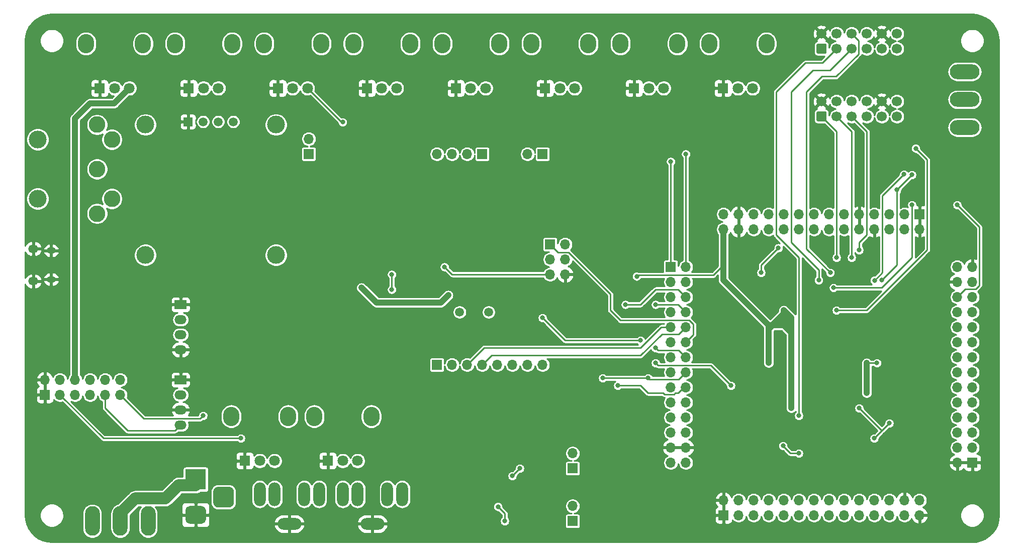
<source format=gbr>
%TF.GenerationSoftware,KiCad,Pcbnew,(5.1.10)-1*%
%TF.CreationDate,2024-11-23T17:23:42+01:00*%
%TF.ProjectId,EFES_project,45464553-5f70-4726-9f6a-6563742e6b69,rev?*%
%TF.SameCoordinates,Original*%
%TF.FileFunction,Copper,L2,Bot*%
%TF.FilePolarity,Positive*%
%FSLAX46Y46*%
G04 Gerber Fmt 4.6, Leading zero omitted, Abs format (unit mm)*
G04 Created by KiCad (PCBNEW (5.1.10)-1) date 2024-11-23 17:23:42*
%MOMM*%
%LPD*%
G01*
G04 APERTURE LIST*
%TA.AperFunction,ComponentPad*%
%ADD10O,1.700000X1.700000*%
%TD*%
%TA.AperFunction,ComponentPad*%
%ADD11R,1.700000X1.700000*%
%TD*%
%TA.AperFunction,ComponentPad*%
%ADD12C,1.700000*%
%TD*%
%TA.AperFunction,ComponentPad*%
%ADD13C,1.500000*%
%TD*%
%TA.AperFunction,ComponentPad*%
%ADD14C,3.000000*%
%TD*%
%TA.AperFunction,ComponentPad*%
%ADD15C,1.508000*%
%TD*%
%TA.AperFunction,ComponentPad*%
%ADD16R,1.508000X1.508000*%
%TD*%
%TA.AperFunction,ComponentPad*%
%ADD17R,2.000000X1.500000*%
%TD*%
%TA.AperFunction,ComponentPad*%
%ADD18O,2.000000X1.500000*%
%TD*%
%TA.AperFunction,ComponentPad*%
%ADD19O,5.000000X2.500000*%
%TD*%
%TA.AperFunction,ComponentPad*%
%ADD20O,2.500000X5.000000*%
%TD*%
%TA.AperFunction,ComponentPad*%
%ADD21O,2.720000X3.240000*%
%TD*%
%TA.AperFunction,ComponentPad*%
%ADD22C,1.800000*%
%TD*%
%TA.AperFunction,ComponentPad*%
%ADD23R,1.800000X1.800000*%
%TD*%
%TA.AperFunction,ComponentPad*%
%ADD24O,1.700000X1.350000*%
%TD*%
%TA.AperFunction,ComponentPad*%
%ADD25O,1.500000X1.100000*%
%TD*%
%TA.AperFunction,ComponentPad*%
%ADD26C,2.800000*%
%TD*%
%TA.AperFunction,ComponentPad*%
%ADD27O,4.000000X2.000000*%
%TD*%
%TA.AperFunction,ComponentPad*%
%ADD28O,2.000000X4.000000*%
%TD*%
%TA.AperFunction,ComponentPad*%
%ADD29R,3.500000X3.500000*%
%TD*%
%TA.AperFunction,ViaPad*%
%ADD30C,0.800000*%
%TD*%
%TA.AperFunction,Conductor*%
%ADD31C,1.000000*%
%TD*%
%TA.AperFunction,Conductor*%
%ADD32C,0.250000*%
%TD*%
%TA.AperFunction,Conductor*%
%ADD33C,2.000000*%
%TD*%
%TA.AperFunction,Conductor*%
%ADD34C,0.254000*%
%TD*%
%TA.AperFunction,Conductor*%
%ADD35C,0.100000*%
%TD*%
G04 APERTURE END LIST*
D10*
%TO.P,J14,6*%
%TO.N,GND*%
X171450000Y-74930000D03*
%TO.P,J14,5*%
%TO.N,/ATMEGA/ATMEGA_RST*%
X168910000Y-74930000D03*
%TO.P,J14,4*%
%TO.N,/FPGA/ATMEGA_MISO*%
X171450000Y-72390000D03*
%TO.P,J14,3*%
%TO.N,/ATMEGA/ATMEGA_SCK*%
X168910000Y-72390000D03*
%TO.P,J14,2*%
%TO.N,+5V*%
X171450000Y-69850000D03*
D11*
%TO.P,J14,1*%
%TO.N,/ATMEGA/ATMEGA_MISO*%
X168910000Y-69850000D03*
%TD*%
D12*
%TO.P,J7,12*%
%TO.N,N/C*%
X227330000Y-34290000D03*
%TO.P,J7,10*%
%TO.N,GND*%
X224790000Y-34290000D03*
%TO.P,J7,8*%
%TO.N,/FPGA/NCSO*%
X222250000Y-34290000D03*
%TO.P,J7,6*%
%TO.N,/FPGA/NCE*%
X219710000Y-34290000D03*
%TO.P,J7,4*%
%TO.N,+3V3*%
X217170000Y-34290000D03*
%TO.P,J7,2*%
%TO.N,GND*%
X214630000Y-34290000D03*
%TO.P,J7,11*%
%TO.N,N/C*%
X227330000Y-36830000D03*
%TO.P,J7,9*%
%TO.N,/FPGA/ASDO*%
X224790000Y-36830000D03*
%TO.P,J7,7*%
%TO.N,/FPGA/DATA0*%
X222250000Y-36830000D03*
%TO.P,J7,5*%
%TO.N,/FPGA/NCONFIG*%
X219710000Y-36830000D03*
%TO.P,J7,3*%
%TO.N,/FPGA/CONF_DONE*%
X217170000Y-36830000D03*
%TO.P,J7,1*%
%TO.N,/FPGA/DCLK*%
%TA.AperFunction,ComponentPad*%
G36*
G01*
X215230000Y-37680000D02*
X214030000Y-37680000D01*
G75*
G02*
X213780000Y-37430000I0J250000D01*
G01*
X213780000Y-36230000D01*
G75*
G02*
X214030000Y-35980000I250000J0D01*
G01*
X215230000Y-35980000D01*
G75*
G02*
X215480000Y-36230000I0J-250000D01*
G01*
X215480000Y-37430000D01*
G75*
G02*
X215230000Y-37680000I-250000J0D01*
G01*
G37*
%TD.AperFunction*%
%TD*%
%TO.P,J5,12*%
%TO.N,N/C*%
X227330000Y-45720000D03*
%TO.P,J5,10*%
%TO.N,GND*%
X224790000Y-45720000D03*
%TO.P,J5,8*%
%TO.N,Net-(J5-Pad8)*%
X222250000Y-45720000D03*
%TO.P,J5,6*%
%TO.N,Net-(J5-Pad6)*%
X219710000Y-45720000D03*
%TO.P,J5,4*%
%TO.N,+3V3*%
X217170000Y-45720000D03*
%TO.P,J5,2*%
%TO.N,GND*%
X214630000Y-45720000D03*
%TO.P,J5,11*%
%TO.N,N/C*%
X227330000Y-48260000D03*
%TO.P,J5,9*%
%TO.N,/FPGA/TDI*%
X224790000Y-48260000D03*
%TO.P,J5,7*%
%TO.N,Net-(J5-Pad7)*%
X222250000Y-48260000D03*
%TO.P,J5,5*%
%TO.N,/FPGA/TMS*%
X219710000Y-48260000D03*
%TO.P,J5,3*%
%TO.N,/FPGA/TDO*%
X217170000Y-48260000D03*
%TO.P,J5,1*%
%TO.N,/FPGA/TCK*%
%TA.AperFunction,ComponentPad*%
G36*
G01*
X215230000Y-49110000D02*
X214030000Y-49110000D01*
G75*
G02*
X213780000Y-48860000I0J250000D01*
G01*
X213780000Y-47660000D01*
G75*
G02*
X214030000Y-47410000I250000J0D01*
G01*
X215230000Y-47410000D01*
G75*
G02*
X215480000Y-47660000I0J-250000D01*
G01*
X215480000Y-48860000D01*
G75*
G02*
X215230000Y-49110000I-250000J0D01*
G01*
G37*
%TD.AperFunction*%
%TD*%
D10*
%TO.P,J4,28*%
%TO.N,+3V3*%
X191770000Y-106680000D03*
%TO.P,J4,27*%
X189230000Y-106680000D03*
%TO.P,J4,26*%
%TO.N,GND*%
X191770000Y-104140000D03*
%TO.P,J4,25*%
X189230000Y-104140000D03*
%TO.P,J4,24*%
%TO.N,/FPGA/PIN72*%
X191770000Y-101600000D03*
%TO.P,J4,23*%
%TO.N,/FPGA/PIN71*%
X189230000Y-101600000D03*
%TO.P,J4,22*%
%TO.N,/FPGA/PIN70*%
X191770000Y-99060000D03*
%TO.P,J4,21*%
%TO.N,/FPGA/PIN69*%
X189230000Y-99060000D03*
%TO.P,J4,20*%
%TO.N,/FPGA/PIN67*%
X191770000Y-96520000D03*
%TO.P,J4,19*%
%TO.N,/FPGA/PIN65*%
X189230000Y-96520000D03*
%TO.P,J4,18*%
%TO.N,/FPGA/DAC_SPI_CS*%
X191770000Y-93980000D03*
%TO.P,J4,17*%
%TO.N,/FPGA/DAC_SPI_MOSI2*%
X189230000Y-93980000D03*
%TO.P,J4,16*%
%TO.N,/FPGA/DAC_SPI_SCK*%
X191770000Y-91440000D03*
%TO.P,J4,15*%
%TO.N,/FPGA/DAC_SPI_MOSI1*%
X189230000Y-91440000D03*
%TO.P,J4,14*%
%TO.N,/ATMEGA/ATMEGA_SCK*%
X191770000Y-88900000D03*
%TO.P,J4,13*%
%TO.N,/FPGA/ATMEGA_MISO*%
X189230000Y-88900000D03*
%TO.P,J4,12*%
%TO.N,/ATMEGA/ATMEGA_MISO*%
X191770000Y-86360000D03*
%TO.P,J4,11*%
%TO.N,/ATMEGA/ATMEGA_CS*%
X189230000Y-86360000D03*
%TO.P,J4,10*%
%TO.N,/FPGA/ATMEGA_INT1*%
X191770000Y-83820000D03*
%TO.P,J4,9*%
%TO.N,/FPGA/ATMEGA_INT0*%
X189230000Y-83820000D03*
%TO.P,J4,8*%
%TO.N,/FPGA/MEM_SPI_SCK*%
X191770000Y-81280000D03*
%TO.P,J4,7*%
%TO.N,/FPGA/MEM_SPI_MISO*%
X189230000Y-81280000D03*
%TO.P,J4,6*%
%TO.N,/FPGA/MEM_SPI_CS*%
X191770000Y-78740000D03*
%TO.P,J4,5*%
%TO.N,/FPGA/MEM_SPI_MOSI*%
X189230000Y-78740000D03*
%TO.P,J4,4*%
%TO.N,/FPGA/MIDI_LED*%
X191770000Y-76200000D03*
%TO.P,J4,3*%
%TO.N,/FPGA/MIDI_IN*%
X189230000Y-76200000D03*
%TO.P,J4,2*%
%TO.N,/FPGA/ADC_I2C_SDA*%
X191770000Y-73660000D03*
D11*
%TO.P,J4,1*%
%TO.N,/FPGA/ADC_I2C_SCL*%
X189230000Y-73660000D03*
%TD*%
D13*
%TO.P,Y1,2*%
%TO.N,/ATMEGA/ATMEGA_xtal2*%
X158570000Y-81280000D03*
%TO.P,Y1,1*%
%TO.N,/ATMEGA/ATMEGA_xtal1*%
X153670000Y-81280000D03*
%TD*%
D14*
%TO.P,U18,S4*%
%TO.N,N/C*%
X100750000Y-71650000D03*
%TO.P,U18,S3*%
X122750000Y-71650000D03*
%TO.P,U18,S2*%
X122750000Y-49650000D03*
%TO.P,U18,S1*%
X100750000Y-49650000D03*
D15*
%TO.P,U18,4*%
%TO.N,/ATMEGA/ATMEGA_SDA*%
X115560000Y-49150000D03*
%TO.P,U18,3*%
%TO.N,/ATMEGA/ATMEGA_SCL*%
X113020000Y-49150000D03*
%TO.P,U18,2*%
%TO.N,+5V*%
X110480000Y-49150000D03*
D16*
%TO.P,U18,1*%
%TO.N,GND*%
X107940000Y-49150000D03*
%TD*%
D17*
%TO.P,U6,1*%
%TO.N,GND*%
X106680000Y-80010000D03*
D18*
%TO.P,U6,2*%
%TO.N,/PWR_in*%
X106680000Y-82550000D03*
%TO.P,U6,3*%
%TO.N,-12V*%
X106680000Y-85090000D03*
%TO.P,U6,4*%
%TO.N,GND*%
X106680000Y-87630000D03*
%TD*%
D17*
%TO.P,U5,1*%
%TO.N,GND*%
X106680000Y-92710000D03*
D18*
%TO.P,U5,2*%
%TO.N,/PWR_in*%
X106680000Y-95250000D03*
%TO.P,U5,3*%
%TO.N,GND*%
X106680000Y-97790000D03*
%TO.P,U5,4*%
%TO.N,+12V*%
X106680000Y-100330000D03*
%TD*%
D19*
%TO.P,SW3,3*%
%TO.N,/FPGA/SW-*%
X238750000Y-50110000D03*
%TO.P,SW3,2*%
%TO.N,/FPGA/PIN142*%
X238750000Y-45410000D03*
%TO.P,SW3,1*%
%TO.N,+3V3*%
X238750000Y-40710000D03*
%TD*%
D20*
%TO.P,SW1,3*%
%TO.N,Net-(SW1-Pad3)*%
X101210000Y-116530000D03*
%TO.P,SW1,2*%
%TO.N,/Brl_J*%
X96510000Y-116530000D03*
%TO.P,SW1,1*%
%TO.N,/PWR_in*%
X91810000Y-116530000D03*
%TD*%
D21*
%TO.P,RV10,*%
%TO.N,*%
X150750000Y-35990000D03*
X160350000Y-35990000D03*
D22*
%TO.P,RV10,3*%
%TO.N,+3V3*%
X158050000Y-43490000D03*
%TO.P,RV10,2*%
%TO.N,/FPGA/POT8*%
X155550000Y-43490000D03*
D23*
%TO.P,RV10,1*%
%TO.N,GND*%
X153050000Y-43490000D03*
%TD*%
D21*
%TO.P,RV9,*%
%TO.N,*%
X165750000Y-35990000D03*
X175350000Y-35990000D03*
D22*
%TO.P,RV9,3*%
%TO.N,+3V3*%
X173050000Y-43490000D03*
%TO.P,RV9,2*%
%TO.N,/FPGA/POT7*%
X170550000Y-43490000D03*
D23*
%TO.P,RV9,1*%
%TO.N,GND*%
X168050000Y-43490000D03*
%TD*%
%TO.P,RV8,1*%
%TO.N,GND*%
X183050000Y-43490000D03*
D22*
%TO.P,RV8,2*%
%TO.N,/FPGA/POT6*%
X185550000Y-43490000D03*
%TO.P,RV8,3*%
%TO.N,+3V3*%
X188050000Y-43490000D03*
D21*
%TO.P,RV8,*%
%TO.N,*%
X190350000Y-35990000D03*
X180750000Y-35990000D03*
%TD*%
%TO.P,RV7,*%
%TO.N,*%
X195750000Y-35990000D03*
X205350000Y-35990000D03*
D22*
%TO.P,RV7,3*%
%TO.N,+3V3*%
X203050000Y-43490000D03*
%TO.P,RV7,2*%
%TO.N,/FPGA/POT5*%
X200550000Y-43490000D03*
D23*
%TO.P,RV7,1*%
%TO.N,GND*%
X198050000Y-43490000D03*
%TD*%
D21*
%TO.P,RV6,*%
%TO.N,*%
X90750000Y-35990000D03*
X100350000Y-35990000D03*
D22*
%TO.P,RV6,3*%
%TO.N,+3V3*%
X98050000Y-43490000D03*
%TO.P,RV6,2*%
%TO.N,/FPGA/POT4*%
X95550000Y-43490000D03*
D23*
%TO.P,RV6,1*%
%TO.N,GND*%
X93050000Y-43490000D03*
%TD*%
D21*
%TO.P,RV5,*%
%TO.N,*%
X105750000Y-35990000D03*
X115350000Y-35990000D03*
D22*
%TO.P,RV5,3*%
%TO.N,+3V3*%
X113050000Y-43490000D03*
%TO.P,RV5,2*%
%TO.N,/FPGA/POT3*%
X110550000Y-43490000D03*
D23*
%TO.P,RV5,1*%
%TO.N,GND*%
X108050000Y-43490000D03*
%TD*%
D21*
%TO.P,RV4,*%
%TO.N,*%
X120750000Y-35990000D03*
X130350000Y-35990000D03*
D22*
%TO.P,RV4,3*%
%TO.N,+3V3*%
X128050000Y-43490000D03*
%TO.P,RV4,2*%
%TO.N,/FPGA/POT2*%
X125550000Y-43490000D03*
D23*
%TO.P,RV4,1*%
%TO.N,GND*%
X123050000Y-43490000D03*
%TD*%
D21*
%TO.P,RV3,*%
%TO.N,*%
X135750000Y-35990000D03*
X145350000Y-35990000D03*
D22*
%TO.P,RV3,3*%
%TO.N,+3V3*%
X143050000Y-43490000D03*
%TO.P,RV3,2*%
%TO.N,/FPGA/POT1*%
X140550000Y-43490000D03*
D23*
%TO.P,RV3,1*%
%TO.N,GND*%
X138050000Y-43490000D03*
%TD*%
D21*
%TO.P,RV2,*%
%TO.N,*%
X129200000Y-98870000D03*
X138800000Y-98870000D03*
D22*
%TO.P,RV2,3*%
%TO.N,/OP_B_OUT*%
X136500000Y-106370000D03*
%TO.P,RV2,2*%
%TO.N,/AUDIO_OUT_B*%
X134000000Y-106370000D03*
D23*
%TO.P,RV2,1*%
%TO.N,GND*%
X131500000Y-106370000D03*
%TD*%
D21*
%TO.P,RV1,*%
%TO.N,*%
X115200000Y-98870000D03*
X124800000Y-98870000D03*
D22*
%TO.P,RV1,3*%
%TO.N,/OP_A_OUT*%
X122500000Y-106370000D03*
%TO.P,RV1,2*%
%TO.N,/AUDIO_OUT_A*%
X120000000Y-106370000D03*
D23*
%TO.P,RV1,1*%
%TO.N,GND*%
X117500000Y-106370000D03*
%TD*%
D10*
%TO.P,J19,12*%
%TO.N,-12V*%
X96520000Y-92710000D03*
%TO.P,J19,11*%
X96520000Y-95250000D03*
%TO.P,J19,10*%
%TO.N,+12V*%
X93980000Y-92710000D03*
%TO.P,J19,9*%
X93980000Y-95250000D03*
%TO.P,J19,8*%
%TO.N,+5V*%
X91440000Y-92710000D03*
%TO.P,J19,7*%
X91440000Y-95250000D03*
%TO.P,J19,6*%
%TO.N,+3V3*%
X88900000Y-92710000D03*
%TO.P,J19,5*%
X88900000Y-95250000D03*
%TO.P,J19,4*%
%TO.N,+1V2*%
X86360000Y-92710000D03*
%TO.P,J19,3*%
X86360000Y-95250000D03*
%TO.P,J19,2*%
%TO.N,GND*%
X83820000Y-92710000D03*
D11*
%TO.P,J19,1*%
X83820000Y-95250000D03*
%TD*%
D10*
%TO.P,J18,2*%
%TO.N,/HPF_B*%
X172710000Y-113990000D03*
D11*
%TO.P,J18,1*%
%TO.N,/DAC_OUT_B*%
X172710000Y-116530000D03*
%TD*%
D10*
%TO.P,J17,2*%
%TO.N,/HPF_A*%
X172710000Y-105100000D03*
D11*
%TO.P,J17,1*%
%TO.N,/DAC_OUT_A*%
X172710000Y-107640000D03*
%TD*%
D24*
%TO.P,J16,6*%
%TO.N,GND*%
X81885000Y-76055000D03*
X81885000Y-70595000D03*
D25*
X84885000Y-75745000D03*
X84885000Y-70905000D03*
%TD*%
D10*
%TO.P,J15,8*%
%TO.N,/ATMEGA/ATMEGA_PD7*%
X167640000Y-90170000D03*
%TO.P,J15,7*%
%TO.N,/ATMEGA/ATMEGA_PD6*%
X165100000Y-90170000D03*
%TO.P,J15,6*%
%TO.N,/ATMEGA/ATMEGA_PD5*%
X162560000Y-90170000D03*
%TO.P,J15,5*%
%TO.N,/ATMEGA/ATMEGA_PD4*%
X160020000Y-90170000D03*
%TO.P,J15,4*%
%TO.N,/FPGA/ATMEGA_INT1*%
X157480000Y-90170000D03*
%TO.P,J15,3*%
%TO.N,/FPGA/ATMEGA_INT0*%
X154940000Y-90170000D03*
%TO.P,J15,2*%
%TO.N,/ATMEGA/ATMEGA_PD1_TX*%
X152400000Y-90170000D03*
D11*
%TO.P,J15,1*%
%TO.N,/ATMEGA/ATMEGA_PD0_RX*%
X149860000Y-90170000D03*
%TD*%
D10*
%TO.P,J13,2*%
%TO.N,/ATMEGA/ATMEGA_SDA*%
X128260000Y-52060000D03*
D11*
%TO.P,J13,1*%
%TO.N,/ATMEGA/ATMEGA_SCL*%
X128260000Y-54600000D03*
%TD*%
D10*
%TO.P,J12,4*%
%TO.N,/ATMEGA/ATMEGA_A3*%
X149860000Y-54610000D03*
%TO.P,J12,3*%
%TO.N,/ATMEGA/ATMEGA_A2*%
X152400000Y-54610000D03*
%TO.P,J12,2*%
%TO.N,/ATMEGA/ATMEGA_A1*%
X154940000Y-54610000D03*
D11*
%TO.P,J12,1*%
%TO.N,/ATMEGA/ATMEGA_A0*%
X157480000Y-54610000D03*
%TD*%
D10*
%TO.P,J11,2*%
%TO.N,/ATMEGA/ATMEGA_A7*%
X165100000Y-54610000D03*
D11*
%TO.P,J11,1*%
%TO.N,/ATMEGA/ATMEGA_A6*%
X167640000Y-54610000D03*
%TD*%
D26*
%TO.P,J10,1*%
%TO.N,Net-(J10-Pad1)*%
X92620000Y-64650000D03*
%TO.P,J10,3*%
%TO.N,Net-(J10-Pad3)*%
X92620000Y-49650000D03*
%TO.P,J10,4*%
%TO.N,/FPGA/MIDI_J*%
X95120000Y-62150000D03*
%TO.P,J10,5*%
%TO.N,/FPGA/OPTO-*%
X95120000Y-52150000D03*
%TO.P,J10,2*%
%TO.N,Net-(J10-Pad2)*%
X92620000Y-57150000D03*
D14*
%TO.P,J10,6*%
%TO.N,N/C*%
X82620000Y-62150000D03*
X82620000Y-52150000D03*
%TD*%
D10*
%TO.P,J9,28*%
%TO.N,+3V3*%
X198120000Y-67310000D03*
%TO.P,J9,27*%
X198120000Y-64770000D03*
%TO.P,J9,26*%
%TO.N,GND*%
X200660000Y-67310000D03*
%TO.P,J9,25*%
X200660000Y-64770000D03*
%TO.P,J9,24*%
%TO.N,/FPGA/PIN31*%
X203200000Y-67310000D03*
%TO.P,J9,23*%
%TO.N,/FPGA/PIN32*%
X203200000Y-64770000D03*
%TO.P,J9,22*%
%TO.N,/FPGA/PIN28*%
X205740000Y-67310000D03*
%TO.P,J9,21*%
%TO.N,/FPGA/PIN30*%
X205740000Y-64770000D03*
%TO.P,J9,20*%
%TO.N,+1V2*%
X208280000Y-67310000D03*
%TO.P,J9,19*%
X208280000Y-64770000D03*
%TO.P,J9,18*%
%TO.N,/FPGA/PIN26*%
X210820000Y-67310000D03*
%TO.P,J9,17*%
%TO.N,/FPGA/PIN27*%
X210820000Y-64770000D03*
%TO.P,J9,16*%
%TO.N,/FPGA/PIN24*%
X213360000Y-67310000D03*
%TO.P,J9,15*%
%TO.N,/FPGA/PIN25*%
X213360000Y-64770000D03*
%TO.P,J9,14*%
%TO.N,/FPGA/PIN21*%
X215900000Y-67310000D03*
%TO.P,J9,13*%
%TO.N,/FPGA/PIN22*%
X215900000Y-64770000D03*
%TO.P,J9,12*%
%TO.N,/FPGA/FPGA_XTAL*%
X218440000Y-67310000D03*
%TO.P,J9,11*%
%TO.N,/FPGA/PIN18*%
X218440000Y-64770000D03*
%TO.P,J9,10*%
%TO.N,GND*%
X220980000Y-67310000D03*
%TO.P,J9,9*%
X220980000Y-64770000D03*
%TO.P,J9,8*%
X223520000Y-67310000D03*
%TO.P,J9,7*%
%TO.N,/FPGA/PIN9*%
X223520000Y-64770000D03*
%TO.P,J9,6*%
%TO.N,/FPGA/PIN8*%
X226060000Y-67310000D03*
%TO.P,J9,5*%
%TO.N,/FPGA/PIN7*%
X226060000Y-64770000D03*
%TO.P,J9,4*%
%TO.N,/FPGA/PIN4*%
X228600000Y-67310000D03*
%TO.P,J9,3*%
%TO.N,/FPGA/PIN3*%
X228600000Y-64770000D03*
%TO.P,J9,2*%
%TO.N,GND*%
X231140000Y-67310000D03*
D11*
%TO.P,J9,1*%
X231140000Y-64770000D03*
%TD*%
D10*
%TO.P,J8,28*%
%TO.N,+3V3*%
X237490000Y-73660000D03*
%TO.P,J8,27*%
%TO.N,GND*%
X240030000Y-73660000D03*
%TO.P,J8,26*%
X237490000Y-76200000D03*
%TO.P,J8,25*%
%TO.N,/FPGA/PIN144*%
X240030000Y-76200000D03*
%TO.P,J8,24*%
%TO.N,/FPGA/PIN143*%
X237490000Y-78740000D03*
%TO.P,J8,23*%
%TO.N,/FPGA/PIN142*%
X240030000Y-78740000D03*
%TO.P,J8,22*%
%TO.N,/FPGA/PIN141*%
X237490000Y-81280000D03*
%TO.P,J8,21*%
%TO.N,/FPGA/PIN139*%
X240030000Y-81280000D03*
%TO.P,J8,20*%
%TO.N,/FPGA/PIN137*%
X237490000Y-83820000D03*
%TO.P,J8,19*%
%TO.N,/FPGA/PIN136*%
X240030000Y-83820000D03*
%TO.P,J8,18*%
%TO.N,/FPGA/PIN135*%
X237490000Y-86360000D03*
%TO.P,J8,17*%
%TO.N,/FPGA/PIN134*%
X240030000Y-86360000D03*
%TO.P,J8,16*%
%TO.N,/FPGA/PIN133*%
X237490000Y-88900000D03*
%TO.P,J8,15*%
%TO.N,/FPGA/PIN132*%
X240030000Y-88900000D03*
%TO.P,J8,14*%
%TO.N,/FPGA/PIN129*%
X237490000Y-91440000D03*
%TO.P,J8,13*%
%TO.N,/FPGA/PIN126*%
X240030000Y-91440000D03*
%TO.P,J8,12*%
%TO.N,/FPGA/PIN125*%
X237490000Y-93980000D03*
%TO.P,J8,11*%
%TO.N,/FPGA/PIN122*%
X240030000Y-93980000D03*
%TO.P,J8,10*%
%TO.N,/FPGA/PIN121*%
X237490000Y-96520000D03*
%TO.P,J8,9*%
%TO.N,/FPGA/PIN120*%
X240030000Y-96520000D03*
%TO.P,J8,8*%
%TO.N,/FPGA/PIN119*%
X237490000Y-99060000D03*
%TO.P,J8,7*%
%TO.N,/FPGA/PIN118*%
X240030000Y-99060000D03*
%TO.P,J8,6*%
%TO.N,/FPGA/PIN115*%
X237490000Y-101600000D03*
%TO.P,J8,5*%
%TO.N,/FPGA/PIN114*%
X240030000Y-101600000D03*
%TO.P,J8,4*%
%TO.N,/FPGA/PIN113*%
X237490000Y-104140000D03*
%TO.P,J8,3*%
%TO.N,/FPGA/PIN112*%
X240030000Y-104140000D03*
%TO.P,J8,2*%
%TO.N,GND*%
X237490000Y-106680000D03*
D11*
%TO.P,J8,1*%
X240030000Y-106680000D03*
%TD*%
D10*
%TO.P,J6,28*%
%TO.N,+3V3*%
X231140000Y-113030000D03*
%TO.P,J6,27*%
%TO.N,GND*%
X231140000Y-115570000D03*
%TO.P,J6,26*%
X228600000Y-113030000D03*
%TO.P,J6,25*%
%TO.N,/FPGA/PIN104*%
X228600000Y-115570000D03*
%TO.P,J6,24*%
%TO.N,/FPGA/PIN103*%
X226060000Y-113030000D03*
%TO.P,J6,23*%
%TO.N,/FPGA/PIN101*%
X226060000Y-115570000D03*
%TO.P,J6,22*%
%TO.N,/FPGA/PIN100*%
X223520000Y-113030000D03*
%TO.P,J6,21*%
%TO.N,/FPGA/PIN99*%
X223520000Y-115570000D03*
%TO.P,J6,20*%
%TO.N,/FPGA/PIN97*%
X220980000Y-113030000D03*
%TO.P,J6,19*%
%TO.N,/FPGA/PIN96*%
X220980000Y-115570000D03*
%TO.P,J6,18*%
%TO.N,/FPGA/PIN94*%
X218440000Y-113030000D03*
%TO.P,J6,17*%
%TO.N,/FPGA/PIN93*%
X218440000Y-115570000D03*
%TO.P,J6,16*%
%TO.N,/FPGA/PIN92*%
X215900000Y-113030000D03*
%TO.P,J6,15*%
%TO.N,/FPGA/PIN91*%
X215900000Y-115570000D03*
%TO.P,J6,14*%
%TO.N,/FPGA/PIN90*%
X213360000Y-113030000D03*
%TO.P,J6,13*%
%TO.N,/FPGA/PIN89*%
X213360000Y-115570000D03*
%TO.P,J6,12*%
%TO.N,/FPGA/PIN88*%
X210820000Y-113030000D03*
%TO.P,J6,11*%
%TO.N,/FPGA/PIN87*%
X210820000Y-115570000D03*
%TO.P,J6,10*%
%TO.N,/FPGA/PIN86*%
X208280000Y-113030000D03*
%TO.P,J6,9*%
%TO.N,/FPGA/PIN81*%
X208280000Y-115570000D03*
%TO.P,J6,8*%
%TO.N,/FPGA/PIN80*%
X205740000Y-113030000D03*
%TO.P,J6,7*%
%TO.N,/FPGA/PIN79*%
X205740000Y-115570000D03*
%TO.P,J6,6*%
%TO.N,/FPGA/PIN76*%
X203200000Y-113030000D03*
%TO.P,J6,5*%
%TO.N,/FPGA/PIN75*%
X203200000Y-115570000D03*
%TO.P,J6,4*%
%TO.N,/FPGA/PIN74*%
X200660000Y-113030000D03*
%TO.P,J6,3*%
%TO.N,/FPGA/PIN73*%
X200660000Y-115570000D03*
%TO.P,J6,2*%
%TO.N,GND*%
X198120000Y-113030000D03*
D11*
%TO.P,J6,1*%
X198120000Y-115570000D03*
%TD*%
D27*
%TO.P,J3,1*%
%TO.N,GND*%
X139000000Y-117000000D03*
D28*
%TO.P,J3,2*%
%TO.N,/AUDIO_OUT_B*%
X134000000Y-112000000D03*
%TO.P,J3,5*%
X144000000Y-112000000D03*
%TO.P,J3,4*%
X141500000Y-112000000D03*
%TO.P,J3,3*%
X136500000Y-112000000D03*
%TD*%
D27*
%TO.P,J2,1*%
%TO.N,GND*%
X125000000Y-117000000D03*
D28*
%TO.P,J2,2*%
%TO.N,/AUDIO_OUT_A*%
X120000000Y-112000000D03*
%TO.P,J2,5*%
X130000000Y-112000000D03*
%TO.P,J2,4*%
X127500000Y-112000000D03*
%TO.P,J2,3*%
X122500000Y-112000000D03*
%TD*%
%TO.P,J1,3*%
%TO.N,N/C*%
%TA.AperFunction,ComponentPad*%
G36*
G01*
X114795000Y-114240000D02*
X113045000Y-114240000D01*
G75*
G02*
X112170000Y-113365000I0J875000D01*
G01*
X112170000Y-111615000D01*
G75*
G02*
X113045000Y-110740000I875000J0D01*
G01*
X114795000Y-110740000D01*
G75*
G02*
X115670000Y-111615000I0J-875000D01*
G01*
X115670000Y-113365000D01*
G75*
G02*
X114795000Y-114240000I-875000J0D01*
G01*
G37*
%TD.AperFunction*%
%TO.P,J1,2*%
%TO.N,GND*%
%TA.AperFunction,ComponentPad*%
G36*
G01*
X110220000Y-116990000D02*
X108220000Y-116990000D01*
G75*
G02*
X107470000Y-116240000I0J750000D01*
G01*
X107470000Y-114740000D01*
G75*
G02*
X108220000Y-113990000I750000J0D01*
G01*
X110220000Y-113990000D01*
G75*
G02*
X110970000Y-114740000I0J-750000D01*
G01*
X110970000Y-116240000D01*
G75*
G02*
X110220000Y-116990000I-750000J0D01*
G01*
G37*
%TD.AperFunction*%
D29*
%TO.P,J1,1*%
%TO.N,/Brl_J*%
X109220000Y-109490000D03*
%TD*%
D30*
%TO.N,GND*%
X96510000Y-108910000D03*
X135880000Y-78430000D03*
X135880000Y-72080000D03*
X128260000Y-72080000D03*
X126990000Y-86050000D03*
X163820000Y-77160000D03*
X234940000Y-35250000D03*
X157470000Y-86050000D03*
X153660000Y-64460000D03*
X157470000Y-102560000D03*
X157470000Y-102560000D03*
X152390000Y-110180000D03*
X170170000Y-110180000D03*
X81270000Y-112720000D03*
X111750000Y-105100000D03*
X95240000Y-103830000D03*
X99050000Y-94940000D03*
X83810000Y-79700000D03*
X214620000Y-89860000D03*
X213350000Y-98750000D03*
X199380000Y-100020000D03*
X234940000Y-110180000D03*
X233670000Y-75890000D03*
X153025000Y-78430000D03*
X223510000Y-82240000D03*
X207000000Y-84780000D03*
X207000000Y-91130000D03*
X207000000Y-80970000D03*
X214620000Y-80970000D03*
X180330000Y-102560000D03*
X180330000Y-112720000D03*
X205730000Y-97480000D03*
X209540000Y-98750000D03*
X186680000Y-51760000D03*
X200650000Y-51760000D03*
X237480000Y-58110000D03*
X241290000Y-63190000D03*
X220970000Y-42870000D03*
X218430000Y-98750000D03*
X222240000Y-103830000D03*
X228590000Y-100020000D03*
X223510000Y-97480000D03*
X223510000Y-93670000D03*
X227320000Y-88150000D03*
X227320000Y-89650000D03*
X228590000Y-53030000D03*
X215255000Y-54300000D03*
X204460000Y-58745000D03*
X224145000Y-58110000D03*
X220970000Y-58110000D03*
X175250000Y-102560000D03*
X170805000Y-102560000D03*
X143500000Y-82240000D03*
X150485000Y-74620000D03*
X150485000Y-70175000D03*
%TO.N,+5V*%
X151755000Y-78430000D03*
X137150000Y-77160000D03*
%TO.N,-12V*%
X110480000Y-98750000D03*
%TO.N,+3V3*%
X208150000Y-103830000D03*
X210810000Y-105100000D03*
X205730000Y-83510000D03*
X208270000Y-80970000D03*
X209540000Y-97480000D03*
X205730000Y-89860000D03*
X222240000Y-89860000D03*
X223945000Y-89860000D03*
X222240000Y-94940000D03*
X133975000Y-49220000D03*
X183505000Y-75255000D03*
%TO.N,/OP_B-*%
X161280000Y-116530000D03*
X160135000Y-114115000D03*
%TO.N,+1V2*%
X226050000Y-100020000D03*
X223510000Y-102560000D03*
X220970000Y-97480000D03*
X116830000Y-102560000D03*
X186680000Y-89860000D03*
X199380000Y-93670000D03*
X207362653Y-70447347D03*
X204460000Y-74620000D03*
%TO.N,/ATMEGA/ATMEGA_RST*%
X151130000Y-73660000D03*
%TO.N,/ATMEGA/FTDI_DTR*%
X142240000Y-74930000D03*
X142240000Y-77470000D03*
%TO.N,/FPGA/DAC_SPI_CS*%
X180330000Y-93670000D03*
%TO.N,/FPGA/DAC_SPI_SCK*%
X185410000Y-92400000D03*
X177790000Y-92400000D03*
%TO.N,/ATMEGA/ATMEGA_SCK*%
X186680000Y-87320000D03*
%TO.N,/ATMEGA/ATMEGA_CS*%
X167630000Y-82240000D03*
X184140000Y-86050000D03*
%TO.N,/FPGA/MEM_SPI_SCK*%
X186690000Y-80010000D03*
%TO.N,/FPGA/MEM_SPI_CS*%
X181610000Y-80010000D03*
%TO.N,/FPGA/ADC_I2C_SDA*%
X191770000Y-54610000D03*
%TO.N,/FPGA/ADC_I2C_SCL*%
X189230000Y-55880000D03*
%TO.N,/FPGA/TMS*%
X220970000Y-70810000D03*
%TO.N,/FPGA/TDO*%
X219700000Y-72080000D03*
%TO.N,/FPGA/TCK*%
X217160000Y-72080000D03*
%TO.N,/FPGA/NCSO*%
X223547653Y-75927653D03*
X228509847Y-58029847D03*
%TO.N,/FPGA/NCE*%
X216105000Y-74620000D03*
%TO.N,/FPGA/ASDO*%
X224780000Y-75890000D03*
X229860000Y-58110000D03*
X227320000Y-60650000D03*
%TO.N,/FPGA/DATA0*%
X217160000Y-80970000D03*
X230495000Y-53665000D03*
%TO.N,/FPGA/NCONFIG*%
X214155000Y-75890000D03*
%TO.N,/FPGA/CONF_DONE*%
X210810000Y-98750000D03*
%TO.N,/FPGA/DCLK*%
X229860000Y-63190000D03*
X216655000Y-77160000D03*
%TO.N,/FPGA/PIN143*%
X237480000Y-63190000D03*
%TO.N,/S_IN_A*%
X162550000Y-108910000D03*
X163820000Y-107640000D03*
%TD*%
D31*
%TO.N,+5V*%
X139690000Y-79700000D02*
X150485000Y-79700000D01*
X150485000Y-79700000D02*
X151755000Y-78430000D01*
X139690000Y-79700000D02*
X137150000Y-77160000D01*
D32*
%TO.N,+12V*%
X105720000Y-101290000D02*
X106680000Y-100330000D01*
X97780000Y-101290000D02*
X105720000Y-101290000D01*
X93980000Y-97490000D02*
X97780000Y-101290000D01*
X93980000Y-95250000D02*
X93980000Y-97490000D01*
%TO.N,-12V*%
X110170000Y-99060000D02*
X110480000Y-98750000D01*
X110480000Y-98750000D02*
X110480000Y-98750000D01*
X109975010Y-99254990D02*
X110480000Y-98750000D01*
X100524990Y-99254990D02*
X109975010Y-99254990D01*
X96520000Y-95250000D02*
X100524990Y-99254990D01*
%TO.N,+3V3*%
X210810000Y-105100000D02*
X209540000Y-105100000D01*
X209370000Y-105100000D02*
X209540000Y-105100000D01*
X208100000Y-103830000D02*
X209370000Y-105100000D01*
X209540000Y-97480000D02*
X209540000Y-82240000D01*
X222240000Y-89860000D02*
X223945000Y-89860000D01*
X133780000Y-49220000D02*
X133975000Y-49220000D01*
X128050000Y-43490000D02*
X133780000Y-49220000D01*
X198120000Y-67310000D02*
X198120000Y-73340000D01*
X198120000Y-73340000D02*
X196840000Y-74620000D01*
X198120000Y-73340000D02*
X198120000Y-75900000D01*
X183735001Y-75024999D02*
X183505000Y-75255000D01*
X196435001Y-75024999D02*
X183735001Y-75024999D01*
X196840000Y-74620000D02*
X196435001Y-75024999D01*
D31*
X95495000Y-46045000D02*
X98050000Y-43490000D01*
X91430000Y-46045000D02*
X95495000Y-46045000D01*
X88900000Y-48575000D02*
X91430000Y-46045000D01*
X88900000Y-92710000D02*
X88900000Y-48575000D01*
X198120000Y-75900000D02*
X205730000Y-83510000D01*
X198120000Y-67310000D02*
X198120000Y-75900000D01*
X208270000Y-81535685D02*
X208270000Y-80970000D01*
X205730000Y-83510000D02*
X206295685Y-83510000D01*
X208270000Y-81535685D02*
X208270000Y-81605000D01*
X208270000Y-81605000D02*
X209540000Y-82875000D01*
X209540000Y-82240000D02*
X208270000Y-80970000D01*
X209540000Y-82875000D02*
X209540000Y-82240000D01*
X207000000Y-82875000D02*
X206965343Y-82840343D01*
X206965343Y-82840343D02*
X208270000Y-81535685D01*
X206295685Y-83510000D02*
X206965343Y-82840343D01*
X208270000Y-81535685D02*
X208270000Y-82875000D01*
X208270000Y-82875000D02*
X207000000Y-82875000D01*
X209540000Y-82875000D02*
X208270000Y-82875000D01*
X208270000Y-83510000D02*
X209540000Y-84780000D01*
X209540000Y-84780000D02*
X209540000Y-97480000D01*
X205730000Y-83510000D02*
X208270000Y-83510000D01*
X209540000Y-82875000D02*
X209540000Y-84780000D01*
X208905000Y-83510000D02*
X209540000Y-82875000D01*
X208270000Y-83510000D02*
X208905000Y-83510000D01*
X206295685Y-83579315D02*
X205730000Y-84145000D01*
X206295685Y-83510000D02*
X206295685Y-83579315D01*
X205730000Y-84145000D02*
X205730000Y-89860000D01*
X205730000Y-83510000D02*
X205730000Y-84145000D01*
X222240000Y-94940000D02*
X222240000Y-89860000D01*
D32*
%TO.N,/OP_B-*%
X161280000Y-116530000D02*
X161280000Y-115260000D01*
X161280000Y-115260000D02*
X160135000Y-114115000D01*
%TO.N,+1V2*%
X226050000Y-100020000D02*
X223510000Y-102560000D01*
X220970000Y-97480000D02*
X222240000Y-98750000D01*
X222240000Y-98750000D02*
X224780000Y-101290000D01*
X86360000Y-95250000D02*
X93670000Y-102560000D01*
X93670000Y-102560000D02*
X116830000Y-102560000D01*
X187079999Y-90259999D02*
X195969999Y-90259999D01*
X186680000Y-89860000D02*
X187079999Y-90259999D01*
X195969999Y-90259999D02*
X199380000Y-93670000D01*
X204460000Y-73350000D02*
X204460000Y-74620000D01*
X207362653Y-70447347D02*
X204460000Y-73350000D01*
%TO.N,/ATMEGA/ATMEGA_RST*%
X152400000Y-74930000D02*
X151130000Y-73660000D01*
X168910000Y-74930000D02*
X152400000Y-74930000D01*
%TO.N,/ATMEGA/FTDI_DTR*%
X142240000Y-77470000D02*
X142240000Y-74930000D01*
D33*
%TO.N,/Brl_J*%
X109220000Y-110490000D02*
X106360000Y-110490000D01*
X106360000Y-110490000D02*
X104130000Y-112720000D01*
X104130000Y-112720000D02*
X99050000Y-112720000D01*
X96510000Y-115260000D02*
X96510000Y-116530000D01*
X99050000Y-112720000D02*
X96510000Y-115260000D01*
D32*
%TO.N,/FPGA/DAC_SPI_CS*%
X186680000Y-94940000D02*
X186680000Y-94940000D01*
X181600000Y-93670000D02*
X181600000Y-93670000D01*
X181600000Y-93670000D02*
X180330000Y-93670000D01*
X184140000Y-93670000D02*
X181600000Y-93670000D01*
X185410000Y-94940000D02*
X184140000Y-93670000D01*
X187950000Y-94940000D02*
X185410000Y-94940000D01*
X188165001Y-95155001D02*
X187950000Y-94940000D01*
X189794001Y-95155001D02*
X188165001Y-95155001D01*
X190009002Y-94940000D02*
X189794001Y-95155001D01*
X190490000Y-94940000D02*
X190009002Y-94940000D01*
X191450000Y-93980000D02*
X190490000Y-94940000D01*
X191770000Y-93980000D02*
X191450000Y-93980000D01*
%TO.N,/FPGA/DAC_SPI_SCK*%
X191770000Y-91440000D02*
X191450000Y-91440000D01*
X185625001Y-92615001D02*
X185410000Y-92400000D01*
X190594999Y-92615001D02*
X185625001Y-92615001D01*
X191770000Y-91440000D02*
X190594999Y-92615001D01*
X185410000Y-92400000D02*
X177790000Y-92400000D01*
%TO.N,/ATMEGA/ATMEGA_SCK*%
X190589999Y-87719999D02*
X191770000Y-88900000D01*
X187079999Y-87719999D02*
X190589999Y-87719999D01*
X186680000Y-87320000D02*
X187079999Y-87719999D01*
%TO.N,/ATMEGA/ATMEGA_MISO*%
X168910000Y-69850000D02*
X169210000Y-69850000D01*
X191770000Y-86360000D02*
X191770000Y-86060000D01*
X193030000Y-85100000D02*
X191770000Y-86360000D01*
X193030000Y-83340998D02*
X193030000Y-85100000D01*
X179060000Y-80970000D02*
X180734999Y-82644999D01*
X179060000Y-78260998D02*
X179060000Y-80970000D01*
X180734999Y-82644999D02*
X192334001Y-82644999D01*
X172014001Y-71214999D02*
X179060000Y-78260998D01*
X192334001Y-82644999D02*
X193030000Y-83340998D01*
X170274999Y-71214999D02*
X172014001Y-71214999D01*
X168910000Y-69850000D02*
X170274999Y-71214999D01*
%TO.N,/ATMEGA/ATMEGA_CS*%
X167630000Y-82240000D02*
X171440000Y-86050000D01*
X171440000Y-86050000D02*
X184140000Y-86050000D01*
X184140000Y-86050000D02*
X184140000Y-86050000D01*
%TO.N,/FPGA/ATMEGA_INT1*%
X157480000Y-90170000D02*
X159060000Y-88590000D01*
X159060000Y-88590000D02*
X184140000Y-88590000D01*
X190594999Y-84995001D02*
X191770000Y-83820000D01*
X187734999Y-84995001D02*
X190594999Y-84995001D01*
X184140000Y-88590000D02*
X187734999Y-84995001D01*
%TO.N,/FPGA/ATMEGA_INT0*%
X154940000Y-90170000D02*
X157790000Y-87320000D01*
X157790000Y-87320000D02*
X184140000Y-87320000D01*
X187640000Y-83820000D02*
X189230000Y-83820000D01*
X184140000Y-87320000D02*
X187640000Y-83820000D01*
%TO.N,/FPGA/MEM_SPI_SCK*%
X191770000Y-81280000D02*
X190500000Y-80010000D01*
X190500000Y-80010000D02*
X187960000Y-80010000D01*
X187960000Y-80010000D02*
X186690000Y-80010000D01*
X186690000Y-80010000D02*
X186690000Y-80010000D01*
%TO.N,/FPGA/MEM_SPI_CS*%
X181610000Y-80010000D02*
X181610000Y-80010000D01*
X184150000Y-80010000D02*
X181610000Y-80010000D01*
X186690000Y-77470000D02*
X184150000Y-80010000D01*
X190500000Y-77470000D02*
X186690000Y-77470000D01*
X191770000Y-78740000D02*
X190500000Y-77470000D01*
%TO.N,/FPGA/ADC_I2C_SDA*%
X191770000Y-73660000D02*
X191770000Y-54610000D01*
X191770000Y-54610000D02*
X191770000Y-54610000D01*
%TO.N,/FPGA/ADC_I2C_SCL*%
X189230000Y-73660000D02*
X189230000Y-55880000D01*
X189230000Y-55880000D02*
X189230000Y-55880000D01*
%TO.N,/FPGA/TMS*%
X219700000Y-48270000D02*
X219710000Y-48260000D01*
X220970000Y-70810000D02*
X220970000Y-69540000D01*
X220970000Y-69540000D02*
X222240000Y-68270000D01*
X222240000Y-50790000D02*
X219710000Y-48260000D01*
X222240000Y-68270000D02*
X222240000Y-50790000D01*
%TO.N,/FPGA/TDO*%
X219700000Y-50790000D02*
X217170000Y-48260000D01*
X219700000Y-72080000D02*
X219700000Y-50790000D01*
%TO.N,/FPGA/TCK*%
X217160000Y-50790000D02*
X214630000Y-48260000D01*
X217160000Y-72080000D02*
X217160000Y-50790000D01*
%TO.N,/FPGA/NCSO*%
X224884999Y-61654695D02*
X228509847Y-58029847D01*
X224884999Y-74590307D02*
X224884999Y-61654695D01*
X223547653Y-75927653D02*
X224884999Y-74590307D01*
%TO.N,/FPGA/NCE*%
X220885001Y-35465001D02*
X219710000Y-34290000D01*
X220885001Y-37725997D02*
X220885001Y-35465001D01*
X217085499Y-41525499D02*
X220885001Y-37725997D01*
X214694501Y-41525499D02*
X217085499Y-41525499D01*
X212080000Y-44140000D02*
X214694501Y-41525499D01*
X212080000Y-70595000D02*
X212080000Y-44140000D01*
X216105000Y-74620000D02*
X212080000Y-70595000D01*
%TO.N,/FPGA/ASDO*%
X227320000Y-73350000D02*
X227320000Y-61920000D01*
X224780000Y-75890000D02*
X227320000Y-73350000D01*
X227320000Y-61920000D02*
X227320000Y-60650000D01*
X227320000Y-60650000D02*
X227320000Y-60650000D01*
X229860000Y-58110000D02*
X229860000Y-58110000D01*
X227320000Y-60650000D02*
X229860000Y-58110000D01*
%TO.N,/FPGA/DATA0*%
X231130000Y-54300000D02*
X230495000Y-53665000D01*
X232400000Y-55570000D02*
X231130000Y-54300000D01*
X232400000Y-70810000D02*
X232400000Y-55570000D01*
X222240000Y-80970000D02*
X232400000Y-70810000D01*
X217160000Y-80970000D02*
X222240000Y-80970000D01*
%TO.N,/FPGA/NCONFIG*%
X216050000Y-40490000D02*
X219710000Y-36830000D01*
X209540000Y-44140000D02*
X213190000Y-40490000D01*
X209540000Y-69540000D02*
X209540000Y-44140000D01*
X213190000Y-40490000D02*
X216050000Y-40490000D01*
X214155000Y-74155000D02*
X209540000Y-69540000D01*
X214155000Y-75890000D02*
X214155000Y-74155000D01*
%TO.N,/FPGA/CONF_DONE*%
X214780000Y-39220000D02*
X217170000Y-36830000D01*
X211920000Y-39220000D02*
X214780000Y-39220000D01*
X207000000Y-44140000D02*
X211920000Y-39220000D01*
X207000000Y-68270000D02*
X207000000Y-44140000D01*
X210810000Y-72080000D02*
X207000000Y-68270000D01*
X210810000Y-98750000D02*
X210810000Y-72080000D01*
%TO.N,/FPGA/DCLK*%
X218490685Y-77160000D02*
X224780000Y-77160000D01*
X224780000Y-77160000D02*
X226050000Y-75890000D01*
X226050000Y-75890000D02*
X229860000Y-72080000D01*
X229860000Y-72080000D02*
X229860000Y-63190000D01*
X216655000Y-77160000D02*
X218490685Y-77160000D01*
%TO.N,/FPGA/PIN143*%
X241205001Y-76764001D02*
X241205001Y-66915001D01*
X240594001Y-77375001D02*
X241205001Y-76764001D01*
X238854999Y-77375001D02*
X240594001Y-77375001D01*
X237490000Y-78740000D02*
X238854999Y-77375001D01*
X241205001Y-66915001D02*
X237480000Y-63190000D01*
%TO.N,/S_IN_A*%
X162550000Y-108910000D02*
X163820000Y-107640000D01*
%TD*%
D34*
%TO.N,GND*%
X240796176Y-31075052D02*
X241567181Y-31285976D01*
X242288653Y-31630100D01*
X242937785Y-32096549D01*
X243494051Y-32670571D01*
X243939880Y-33334035D01*
X244261171Y-34065957D01*
X244448701Y-34847074D01*
X244498001Y-35518423D01*
X244498000Y-115547639D01*
X244424948Y-116366176D01*
X244214024Y-117137182D01*
X243869900Y-117858653D01*
X243403451Y-118507785D01*
X242829429Y-119064051D01*
X242165965Y-119509880D01*
X241434046Y-119831170D01*
X240652926Y-120018701D01*
X239981591Y-120068000D01*
X85022361Y-120068000D01*
X84203824Y-119994948D01*
X83432818Y-119784024D01*
X82711347Y-119439900D01*
X82062215Y-118973451D01*
X81505949Y-118399429D01*
X81060120Y-117735965D01*
X80738830Y-117004046D01*
X80551299Y-116222926D01*
X80502000Y-115551591D01*
X80502000Y-115371809D01*
X82987736Y-115371809D01*
X82987736Y-115768191D01*
X83065067Y-116156956D01*
X83216755Y-116523164D01*
X83436973Y-116852743D01*
X83717257Y-117133027D01*
X84046836Y-117353245D01*
X84413044Y-117504933D01*
X84801809Y-117582264D01*
X85198191Y-117582264D01*
X85586956Y-117504933D01*
X85953164Y-117353245D01*
X86282743Y-117133027D01*
X86563027Y-116852743D01*
X86783245Y-116523164D01*
X86934933Y-116156956D01*
X87012264Y-115768191D01*
X87012264Y-115371809D01*
X86977615Y-115197618D01*
X90133000Y-115197618D01*
X90133001Y-117862383D01*
X90157266Y-118108749D01*
X90253159Y-118424865D01*
X90408880Y-118716199D01*
X90618445Y-118971556D01*
X90873802Y-119181121D01*
X91165136Y-119336842D01*
X91481252Y-119432735D01*
X91810000Y-119465114D01*
X92138749Y-119432735D01*
X92454865Y-119336842D01*
X92746199Y-119181121D01*
X93001556Y-118971556D01*
X93211121Y-118716199D01*
X93366842Y-118424865D01*
X93462735Y-118108749D01*
X93487000Y-117862383D01*
X93487000Y-115197618D01*
X94833000Y-115197618D01*
X94833001Y-117862383D01*
X94857266Y-118108749D01*
X94953159Y-118424865D01*
X95108880Y-118716199D01*
X95318445Y-118971556D01*
X95573802Y-119181121D01*
X95865136Y-119336842D01*
X96181252Y-119432735D01*
X96510000Y-119465114D01*
X96838749Y-119432735D01*
X97154865Y-119336842D01*
X97446199Y-119181121D01*
X97701556Y-118971556D01*
X97911121Y-118716199D01*
X98066842Y-118424865D01*
X98162735Y-118108749D01*
X98187000Y-117862383D01*
X98187000Y-115601082D01*
X99641082Y-114147000D01*
X99970389Y-114147000D01*
X99808879Y-114343802D01*
X99653158Y-114635136D01*
X99557265Y-114951252D01*
X99533000Y-115197618D01*
X99533001Y-117862383D01*
X99557266Y-118108749D01*
X99653159Y-118424865D01*
X99808880Y-118716199D01*
X100018445Y-118971556D01*
X100273802Y-119181121D01*
X100565136Y-119336842D01*
X100881252Y-119432735D01*
X101210000Y-119465114D01*
X101538749Y-119432735D01*
X101854865Y-119336842D01*
X102146199Y-119181121D01*
X102401556Y-118971556D01*
X102611121Y-118716199D01*
X102766842Y-118424865D01*
X102862735Y-118108749D01*
X102887000Y-117862383D01*
X102887000Y-116990000D01*
X106831928Y-116990000D01*
X106844188Y-117114482D01*
X106880498Y-117234180D01*
X106939463Y-117344494D01*
X107018815Y-117441185D01*
X107115506Y-117520537D01*
X107225820Y-117579502D01*
X107345518Y-117615812D01*
X107470000Y-117628072D01*
X108934250Y-117625000D01*
X109093000Y-117466250D01*
X109093000Y-115617000D01*
X109347000Y-115617000D01*
X109347000Y-117466250D01*
X109505750Y-117625000D01*
X110970000Y-117628072D01*
X111094482Y-117615812D01*
X111214180Y-117579502D01*
X111324494Y-117520537D01*
X111421185Y-117441185D01*
X111471041Y-117380434D01*
X122409876Y-117380434D01*
X122440856Y-117508355D01*
X122569990Y-117802761D01*
X122754078Y-118066317D01*
X122986046Y-118288895D01*
X123256980Y-118461942D01*
X123556468Y-118578807D01*
X123873000Y-118635000D01*
X124873000Y-118635000D01*
X124873000Y-117127000D01*
X125127000Y-117127000D01*
X125127000Y-118635000D01*
X126127000Y-118635000D01*
X126443532Y-118578807D01*
X126743020Y-118461942D01*
X127013954Y-118288895D01*
X127245922Y-118066317D01*
X127430010Y-117802761D01*
X127559144Y-117508355D01*
X127590124Y-117380434D01*
X136409876Y-117380434D01*
X136440856Y-117508355D01*
X136569990Y-117802761D01*
X136754078Y-118066317D01*
X136986046Y-118288895D01*
X137256980Y-118461942D01*
X137556468Y-118578807D01*
X137873000Y-118635000D01*
X138873000Y-118635000D01*
X138873000Y-117127000D01*
X139127000Y-117127000D01*
X139127000Y-118635000D01*
X140127000Y-118635000D01*
X140443532Y-118578807D01*
X140743020Y-118461942D01*
X141013954Y-118288895D01*
X141245922Y-118066317D01*
X141430010Y-117802761D01*
X141559144Y-117508355D01*
X141590124Y-117380434D01*
X141470777Y-117127000D01*
X139127000Y-117127000D01*
X138873000Y-117127000D01*
X136529223Y-117127000D01*
X136409876Y-117380434D01*
X127590124Y-117380434D01*
X127470777Y-117127000D01*
X125127000Y-117127000D01*
X124873000Y-117127000D01*
X122529223Y-117127000D01*
X122409876Y-117380434D01*
X111471041Y-117380434D01*
X111500537Y-117344494D01*
X111559502Y-117234180D01*
X111595812Y-117114482D01*
X111608072Y-116990000D01*
X111607135Y-116619566D01*
X122409876Y-116619566D01*
X122529223Y-116873000D01*
X124873000Y-116873000D01*
X124873000Y-115365000D01*
X125127000Y-115365000D01*
X125127000Y-116873000D01*
X127470777Y-116873000D01*
X127590124Y-116619566D01*
X136409876Y-116619566D01*
X136529223Y-116873000D01*
X138873000Y-116873000D01*
X138873000Y-115365000D01*
X139127000Y-115365000D01*
X139127000Y-116873000D01*
X141470777Y-116873000D01*
X141590124Y-116619566D01*
X141559144Y-116491645D01*
X141430010Y-116197239D01*
X141245922Y-115933683D01*
X141013954Y-115711105D01*
X140743020Y-115538058D01*
X140443532Y-115421193D01*
X140127000Y-115365000D01*
X139127000Y-115365000D01*
X138873000Y-115365000D01*
X137873000Y-115365000D01*
X137556468Y-115421193D01*
X137256980Y-115538058D01*
X136986046Y-115711105D01*
X136754078Y-115933683D01*
X136569990Y-116197239D01*
X136440856Y-116491645D01*
X136409876Y-116619566D01*
X127590124Y-116619566D01*
X127559144Y-116491645D01*
X127430010Y-116197239D01*
X127245922Y-115933683D01*
X127013954Y-115711105D01*
X126743020Y-115538058D01*
X126443532Y-115421193D01*
X126127000Y-115365000D01*
X125127000Y-115365000D01*
X124873000Y-115365000D01*
X123873000Y-115365000D01*
X123556468Y-115421193D01*
X123256980Y-115538058D01*
X122986046Y-115711105D01*
X122754078Y-115933683D01*
X122569990Y-116197239D01*
X122440856Y-116491645D01*
X122409876Y-116619566D01*
X111607135Y-116619566D01*
X111605000Y-115775750D01*
X111446250Y-115617000D01*
X109347000Y-115617000D01*
X109093000Y-115617000D01*
X106993750Y-115617000D01*
X106835000Y-115775750D01*
X106831928Y-116990000D01*
X102887000Y-116990000D01*
X102887000Y-115197617D01*
X102862735Y-114951251D01*
X102766842Y-114635135D01*
X102611121Y-114343801D01*
X102449611Y-114147000D01*
X104059912Y-114147000D01*
X104130000Y-114153903D01*
X104200088Y-114147000D01*
X104200098Y-114147000D01*
X104409741Y-114126352D01*
X104678731Y-114044755D01*
X104781170Y-113990000D01*
X106831928Y-113990000D01*
X106835000Y-115204250D01*
X106993750Y-115363000D01*
X109093000Y-115363000D01*
X109093000Y-113513750D01*
X109347000Y-113513750D01*
X109347000Y-115363000D01*
X111446250Y-115363000D01*
X111605000Y-115204250D01*
X111608072Y-113990000D01*
X111595812Y-113865518D01*
X111559502Y-113745820D01*
X111500537Y-113635506D01*
X111421185Y-113538815D01*
X111324494Y-113459463D01*
X111214180Y-113400498D01*
X111094482Y-113364188D01*
X110970000Y-113351928D01*
X109505750Y-113355000D01*
X109347000Y-113513750D01*
X109093000Y-113513750D01*
X108934250Y-113355000D01*
X107470000Y-113351928D01*
X107345518Y-113364188D01*
X107225820Y-113400498D01*
X107115506Y-113459463D01*
X107018815Y-113538815D01*
X106939463Y-113635506D01*
X106880498Y-113745820D01*
X106844188Y-113865518D01*
X106831928Y-113990000D01*
X104781170Y-113990000D01*
X104926634Y-113912248D01*
X105143923Y-113733923D01*
X105188610Y-113679472D01*
X106951082Y-111917000D01*
X109290098Y-111917000D01*
X109499741Y-111896352D01*
X109768731Y-111814755D01*
X110016634Y-111682248D01*
X110032696Y-111669066D01*
X110970000Y-111669066D01*
X111053707Y-111660822D01*
X111134196Y-111636405D01*
X111174241Y-111615000D01*
X111740934Y-111615000D01*
X111740934Y-113365000D01*
X111765991Y-113619411D01*
X111840200Y-113864044D01*
X111960709Y-114089500D01*
X112122886Y-114287114D01*
X112320500Y-114449291D01*
X112545956Y-114569800D01*
X112790589Y-114644009D01*
X113045000Y-114669066D01*
X114795000Y-114669066D01*
X115049411Y-114644009D01*
X115294044Y-114569800D01*
X115519500Y-114449291D01*
X115717114Y-114287114D01*
X115879291Y-114089500D01*
X115999800Y-113864044D01*
X116074009Y-113619411D01*
X116099066Y-113365000D01*
X116099066Y-111615000D01*
X116074009Y-111360589D01*
X115999800Y-111115956D01*
X115900353Y-110929903D01*
X118573000Y-110929903D01*
X118573001Y-113070098D01*
X118593649Y-113279741D01*
X118675246Y-113548731D01*
X118807753Y-113796634D01*
X118986078Y-114013923D01*
X119203367Y-114192248D01*
X119451270Y-114324755D01*
X119720260Y-114406352D01*
X120000000Y-114433904D01*
X120279741Y-114406352D01*
X120548731Y-114324755D01*
X120796634Y-114192248D01*
X121013923Y-114013923D01*
X121192248Y-113796634D01*
X121250001Y-113688587D01*
X121307753Y-113796634D01*
X121486078Y-114013923D01*
X121703367Y-114192248D01*
X121951270Y-114324755D01*
X122220260Y-114406352D01*
X122500000Y-114433904D01*
X122779741Y-114406352D01*
X123048731Y-114324755D01*
X123296634Y-114192248D01*
X123513923Y-114013923D01*
X123692248Y-113796634D01*
X123824755Y-113548731D01*
X123906352Y-113279741D01*
X123927000Y-113070098D01*
X123927000Y-110929903D01*
X126073000Y-110929903D01*
X126073001Y-113070098D01*
X126093649Y-113279741D01*
X126175246Y-113548731D01*
X126307753Y-113796634D01*
X126486078Y-114013923D01*
X126703367Y-114192248D01*
X126951270Y-114324755D01*
X127220260Y-114406352D01*
X127500000Y-114433904D01*
X127779741Y-114406352D01*
X128048731Y-114324755D01*
X128296634Y-114192248D01*
X128513923Y-114013923D01*
X128692248Y-113796634D01*
X128750001Y-113688587D01*
X128807753Y-113796634D01*
X128986078Y-114013923D01*
X129203367Y-114192248D01*
X129451270Y-114324755D01*
X129720260Y-114406352D01*
X130000000Y-114433904D01*
X130279741Y-114406352D01*
X130548731Y-114324755D01*
X130796634Y-114192248D01*
X131013923Y-114013923D01*
X131192248Y-113796634D01*
X131324755Y-113548731D01*
X131406352Y-113279741D01*
X131427000Y-113070098D01*
X131427000Y-110929903D01*
X132573000Y-110929903D01*
X132573001Y-113070098D01*
X132593649Y-113279741D01*
X132675246Y-113548731D01*
X132807753Y-113796634D01*
X132986078Y-114013923D01*
X133203367Y-114192248D01*
X133451270Y-114324755D01*
X133720260Y-114406352D01*
X134000000Y-114433904D01*
X134279741Y-114406352D01*
X134548731Y-114324755D01*
X134796634Y-114192248D01*
X135013923Y-114013923D01*
X135192248Y-113796634D01*
X135250001Y-113688587D01*
X135307753Y-113796634D01*
X135486078Y-114013923D01*
X135703367Y-114192248D01*
X135951270Y-114324755D01*
X136220260Y-114406352D01*
X136500000Y-114433904D01*
X136779741Y-114406352D01*
X137048731Y-114324755D01*
X137296634Y-114192248D01*
X137513923Y-114013923D01*
X137692248Y-113796634D01*
X137824755Y-113548731D01*
X137906352Y-113279741D01*
X137927000Y-113070098D01*
X137927000Y-110929903D01*
X140073000Y-110929903D01*
X140073001Y-113070098D01*
X140093649Y-113279741D01*
X140175246Y-113548731D01*
X140307753Y-113796634D01*
X140486078Y-114013923D01*
X140703367Y-114192248D01*
X140951270Y-114324755D01*
X141220260Y-114406352D01*
X141500000Y-114433904D01*
X141779741Y-114406352D01*
X142048731Y-114324755D01*
X142296634Y-114192248D01*
X142513923Y-114013923D01*
X142692248Y-113796634D01*
X142750001Y-113688587D01*
X142807753Y-113796634D01*
X142986078Y-114013923D01*
X143203367Y-114192248D01*
X143451270Y-114324755D01*
X143720260Y-114406352D01*
X144000000Y-114433904D01*
X144279741Y-114406352D01*
X144548731Y-114324755D01*
X144796634Y-114192248D01*
X144990009Y-114033548D01*
X159308000Y-114033548D01*
X159308000Y-114196452D01*
X159339782Y-114356227D01*
X159402123Y-114506731D01*
X159492628Y-114642181D01*
X159607819Y-114757372D01*
X159743269Y-114847877D01*
X159893773Y-114910218D01*
X160053548Y-114942000D01*
X160181355Y-114942000D01*
X160728001Y-115488647D01*
X160728000Y-115912447D01*
X160637628Y-116002819D01*
X160547123Y-116138269D01*
X160484782Y-116288773D01*
X160453000Y-116448548D01*
X160453000Y-116611452D01*
X160484782Y-116771227D01*
X160547123Y-116921731D01*
X160637628Y-117057181D01*
X160752819Y-117172372D01*
X160888269Y-117262877D01*
X161038773Y-117325218D01*
X161198548Y-117357000D01*
X161361452Y-117357000D01*
X161521227Y-117325218D01*
X161671731Y-117262877D01*
X161807181Y-117172372D01*
X161922372Y-117057181D01*
X162012877Y-116921731D01*
X162075218Y-116771227D01*
X162107000Y-116611452D01*
X162107000Y-116448548D01*
X162075218Y-116288773D01*
X162012877Y-116138269D01*
X161922372Y-116002819D01*
X161832000Y-115912447D01*
X161832000Y-115680000D01*
X171430934Y-115680000D01*
X171430934Y-117380000D01*
X171439178Y-117463707D01*
X171463595Y-117544196D01*
X171503245Y-117618376D01*
X171556605Y-117683395D01*
X171621624Y-117736755D01*
X171695804Y-117776405D01*
X171776293Y-117800822D01*
X171860000Y-117809066D01*
X173560000Y-117809066D01*
X173643707Y-117800822D01*
X173724196Y-117776405D01*
X173798376Y-117736755D01*
X173863395Y-117683395D01*
X173916755Y-117618376D01*
X173956405Y-117544196D01*
X173980822Y-117463707D01*
X173989066Y-117380000D01*
X173989066Y-116420000D01*
X196631928Y-116420000D01*
X196644188Y-116544482D01*
X196680498Y-116664180D01*
X196739463Y-116774494D01*
X196818815Y-116871185D01*
X196915506Y-116950537D01*
X197025820Y-117009502D01*
X197145518Y-117045812D01*
X197270000Y-117058072D01*
X197834250Y-117055000D01*
X197993000Y-116896250D01*
X197993000Y-115697000D01*
X196793750Y-115697000D01*
X196635000Y-115855750D01*
X196631928Y-116420000D01*
X173989066Y-116420000D01*
X173989066Y-115680000D01*
X173980822Y-115596293D01*
X173956405Y-115515804D01*
X173916755Y-115441624D01*
X173863395Y-115376605D01*
X173798376Y-115323245D01*
X173724196Y-115283595D01*
X173643707Y-115259178D01*
X173560000Y-115250934D01*
X172916544Y-115250934D01*
X173082487Y-115217926D01*
X173314886Y-115121663D01*
X173524040Y-114981911D01*
X173701911Y-114804040D01*
X173758064Y-114720000D01*
X196631928Y-114720000D01*
X196635000Y-115284250D01*
X196793750Y-115443000D01*
X197993000Y-115443000D01*
X197993000Y-113157000D01*
X196799186Y-113157000D01*
X196678519Y-113386891D01*
X196775843Y-113661252D01*
X196924822Y-113911355D01*
X197101626Y-114107502D01*
X197025820Y-114130498D01*
X196915506Y-114189463D01*
X196818815Y-114268815D01*
X196739463Y-114365506D01*
X196680498Y-114475820D01*
X196644188Y-114595518D01*
X196631928Y-114720000D01*
X173758064Y-114720000D01*
X173841663Y-114594886D01*
X173937926Y-114362487D01*
X173987000Y-114115774D01*
X173987000Y-113864226D01*
X173937926Y-113617513D01*
X173841663Y-113385114D01*
X173701911Y-113175960D01*
X173524040Y-112998089D01*
X173314886Y-112858337D01*
X173082487Y-112762074D01*
X172835774Y-112713000D01*
X172584226Y-112713000D01*
X172337513Y-112762074D01*
X172105114Y-112858337D01*
X171895960Y-112998089D01*
X171718089Y-113175960D01*
X171578337Y-113385114D01*
X171482074Y-113617513D01*
X171433000Y-113864226D01*
X171433000Y-114115774D01*
X171482074Y-114362487D01*
X171578337Y-114594886D01*
X171718089Y-114804040D01*
X171895960Y-114981911D01*
X172105114Y-115121663D01*
X172337513Y-115217926D01*
X172503456Y-115250934D01*
X171860000Y-115250934D01*
X171776293Y-115259178D01*
X171695804Y-115283595D01*
X171621624Y-115323245D01*
X171556605Y-115376605D01*
X171503245Y-115441624D01*
X171463595Y-115515804D01*
X171439178Y-115596293D01*
X171430934Y-115680000D01*
X161832000Y-115680000D01*
X161832000Y-115287109D01*
X161834670Y-115260000D01*
X161828516Y-115197513D01*
X161824012Y-115151789D01*
X161792448Y-115047737D01*
X161741191Y-114951842D01*
X161672211Y-114867789D01*
X161651154Y-114850508D01*
X160962000Y-114161355D01*
X160962000Y-114033548D01*
X160930218Y-113873773D01*
X160867877Y-113723269D01*
X160777372Y-113587819D01*
X160662181Y-113472628D01*
X160526731Y-113382123D01*
X160376227Y-113319782D01*
X160216452Y-113288000D01*
X160053548Y-113288000D01*
X159893773Y-113319782D01*
X159743269Y-113382123D01*
X159607819Y-113472628D01*
X159492628Y-113587819D01*
X159402123Y-113723269D01*
X159339782Y-113873773D01*
X159308000Y-114033548D01*
X144990009Y-114033548D01*
X145013923Y-114013923D01*
X145192248Y-113796634D01*
X145324755Y-113548731D01*
X145406352Y-113279741D01*
X145427000Y-113070098D01*
X145427000Y-112673109D01*
X196678519Y-112673109D01*
X196799186Y-112903000D01*
X197993000Y-112903000D01*
X197993000Y-111709845D01*
X198247000Y-111709845D01*
X198247000Y-112903000D01*
X198267000Y-112903000D01*
X198267000Y-113157000D01*
X198247000Y-113157000D01*
X198247000Y-115443000D01*
X198267000Y-115443000D01*
X198267000Y-115697000D01*
X198247000Y-115697000D01*
X198247000Y-116896250D01*
X198405750Y-117055000D01*
X198970000Y-117058072D01*
X199094482Y-117045812D01*
X199214180Y-117009502D01*
X199324494Y-116950537D01*
X199421185Y-116871185D01*
X199500537Y-116774494D01*
X199559502Y-116664180D01*
X199595812Y-116544482D01*
X199608072Y-116420000D01*
X199607382Y-116293185D01*
X199668089Y-116384040D01*
X199845960Y-116561911D01*
X200055114Y-116701663D01*
X200287513Y-116797926D01*
X200534226Y-116847000D01*
X200785774Y-116847000D01*
X201032487Y-116797926D01*
X201264886Y-116701663D01*
X201474040Y-116561911D01*
X201651911Y-116384040D01*
X201791663Y-116174886D01*
X201887926Y-115942487D01*
X201930000Y-115730966D01*
X201972074Y-115942487D01*
X202068337Y-116174886D01*
X202208089Y-116384040D01*
X202385960Y-116561911D01*
X202595114Y-116701663D01*
X202827513Y-116797926D01*
X203074226Y-116847000D01*
X203325774Y-116847000D01*
X203572487Y-116797926D01*
X203804886Y-116701663D01*
X204014040Y-116561911D01*
X204191911Y-116384040D01*
X204331663Y-116174886D01*
X204427926Y-115942487D01*
X204470000Y-115730966D01*
X204512074Y-115942487D01*
X204608337Y-116174886D01*
X204748089Y-116384040D01*
X204925960Y-116561911D01*
X205135114Y-116701663D01*
X205367513Y-116797926D01*
X205614226Y-116847000D01*
X205865774Y-116847000D01*
X206112487Y-116797926D01*
X206344886Y-116701663D01*
X206554040Y-116561911D01*
X206731911Y-116384040D01*
X206871663Y-116174886D01*
X206967926Y-115942487D01*
X207010000Y-115730966D01*
X207052074Y-115942487D01*
X207148337Y-116174886D01*
X207288089Y-116384040D01*
X207465960Y-116561911D01*
X207675114Y-116701663D01*
X207907513Y-116797926D01*
X208154226Y-116847000D01*
X208405774Y-116847000D01*
X208652487Y-116797926D01*
X208884886Y-116701663D01*
X209094040Y-116561911D01*
X209271911Y-116384040D01*
X209411663Y-116174886D01*
X209507926Y-115942487D01*
X209550000Y-115730966D01*
X209592074Y-115942487D01*
X209688337Y-116174886D01*
X209828089Y-116384040D01*
X210005960Y-116561911D01*
X210215114Y-116701663D01*
X210447513Y-116797926D01*
X210694226Y-116847000D01*
X210945774Y-116847000D01*
X211192487Y-116797926D01*
X211424886Y-116701663D01*
X211634040Y-116561911D01*
X211811911Y-116384040D01*
X211951663Y-116174886D01*
X212047926Y-115942487D01*
X212090000Y-115730966D01*
X212132074Y-115942487D01*
X212228337Y-116174886D01*
X212368089Y-116384040D01*
X212545960Y-116561911D01*
X212755114Y-116701663D01*
X212987513Y-116797926D01*
X213234226Y-116847000D01*
X213485774Y-116847000D01*
X213732487Y-116797926D01*
X213964886Y-116701663D01*
X214174040Y-116561911D01*
X214351911Y-116384040D01*
X214491663Y-116174886D01*
X214587926Y-115942487D01*
X214630000Y-115730966D01*
X214672074Y-115942487D01*
X214768337Y-116174886D01*
X214908089Y-116384040D01*
X215085960Y-116561911D01*
X215295114Y-116701663D01*
X215527513Y-116797926D01*
X215774226Y-116847000D01*
X216025774Y-116847000D01*
X216272487Y-116797926D01*
X216504886Y-116701663D01*
X216714040Y-116561911D01*
X216891911Y-116384040D01*
X217031663Y-116174886D01*
X217127926Y-115942487D01*
X217170000Y-115730966D01*
X217212074Y-115942487D01*
X217308337Y-116174886D01*
X217448089Y-116384040D01*
X217625960Y-116561911D01*
X217835114Y-116701663D01*
X218067513Y-116797926D01*
X218314226Y-116847000D01*
X218565774Y-116847000D01*
X218812487Y-116797926D01*
X219044886Y-116701663D01*
X219254040Y-116561911D01*
X219431911Y-116384040D01*
X219571663Y-116174886D01*
X219667926Y-115942487D01*
X219710000Y-115730966D01*
X219752074Y-115942487D01*
X219848337Y-116174886D01*
X219988089Y-116384040D01*
X220165960Y-116561911D01*
X220375114Y-116701663D01*
X220607513Y-116797926D01*
X220854226Y-116847000D01*
X221105774Y-116847000D01*
X221352487Y-116797926D01*
X221584886Y-116701663D01*
X221794040Y-116561911D01*
X221971911Y-116384040D01*
X222111663Y-116174886D01*
X222207926Y-115942487D01*
X222250000Y-115730966D01*
X222292074Y-115942487D01*
X222388337Y-116174886D01*
X222528089Y-116384040D01*
X222705960Y-116561911D01*
X222915114Y-116701663D01*
X223147513Y-116797926D01*
X223394226Y-116847000D01*
X223645774Y-116847000D01*
X223892487Y-116797926D01*
X224124886Y-116701663D01*
X224334040Y-116561911D01*
X224511911Y-116384040D01*
X224651663Y-116174886D01*
X224747926Y-115942487D01*
X224790000Y-115730966D01*
X224832074Y-115942487D01*
X224928337Y-116174886D01*
X225068089Y-116384040D01*
X225245960Y-116561911D01*
X225455114Y-116701663D01*
X225687513Y-116797926D01*
X225934226Y-116847000D01*
X226185774Y-116847000D01*
X226432487Y-116797926D01*
X226664886Y-116701663D01*
X226874040Y-116561911D01*
X227051911Y-116384040D01*
X227191663Y-116174886D01*
X227287926Y-115942487D01*
X227330000Y-115730966D01*
X227372074Y-115942487D01*
X227468337Y-116174886D01*
X227608089Y-116384040D01*
X227785960Y-116561911D01*
X227995114Y-116701663D01*
X228227513Y-116797926D01*
X228474226Y-116847000D01*
X228725774Y-116847000D01*
X228972487Y-116797926D01*
X229204886Y-116701663D01*
X229414040Y-116561911D01*
X229591911Y-116384040D01*
X229731663Y-116174886D01*
X229761197Y-116103584D01*
X229795843Y-116201252D01*
X229944822Y-116451355D01*
X230139731Y-116667588D01*
X230373080Y-116841641D01*
X230635901Y-116966825D01*
X230783110Y-117011476D01*
X231013000Y-116890155D01*
X231013000Y-115697000D01*
X231267000Y-115697000D01*
X231267000Y-116890155D01*
X231496890Y-117011476D01*
X231644099Y-116966825D01*
X231906920Y-116841641D01*
X232140269Y-116667588D01*
X232335178Y-116451355D01*
X232484157Y-116201252D01*
X232581481Y-115926891D01*
X232460814Y-115697000D01*
X231267000Y-115697000D01*
X231013000Y-115697000D01*
X230993000Y-115697000D01*
X230993000Y-115443000D01*
X231013000Y-115443000D01*
X231013000Y-115423000D01*
X231267000Y-115423000D01*
X231267000Y-115443000D01*
X232460814Y-115443000D01*
X232498181Y-115371809D01*
X237987736Y-115371809D01*
X237987736Y-115768191D01*
X238065067Y-116156956D01*
X238216755Y-116523164D01*
X238436973Y-116852743D01*
X238717257Y-117133027D01*
X239046836Y-117353245D01*
X239413044Y-117504933D01*
X239801809Y-117582264D01*
X240198191Y-117582264D01*
X240586956Y-117504933D01*
X240953164Y-117353245D01*
X241282743Y-117133027D01*
X241563027Y-116852743D01*
X241783245Y-116523164D01*
X241934933Y-116156956D01*
X242012264Y-115768191D01*
X242012264Y-115371809D01*
X241934933Y-114983044D01*
X241783245Y-114616836D01*
X241563027Y-114287257D01*
X241282743Y-114006973D01*
X240953164Y-113786755D01*
X240586956Y-113635067D01*
X240198191Y-113557736D01*
X239801809Y-113557736D01*
X239413044Y-113635067D01*
X239046836Y-113786755D01*
X238717257Y-114006973D01*
X238436973Y-114287257D01*
X238216755Y-114616836D01*
X238065067Y-114983044D01*
X237987736Y-115371809D01*
X232498181Y-115371809D01*
X232581481Y-115213109D01*
X232484157Y-114938748D01*
X232335178Y-114688645D01*
X232140269Y-114472412D01*
X231906920Y-114298359D01*
X231678051Y-114189347D01*
X231744886Y-114161663D01*
X231954040Y-114021911D01*
X232131911Y-113844040D01*
X232271663Y-113634886D01*
X232367926Y-113402487D01*
X232417000Y-113155774D01*
X232417000Y-112904226D01*
X232367926Y-112657513D01*
X232271663Y-112425114D01*
X232131911Y-112215960D01*
X231954040Y-112038089D01*
X231744886Y-111898337D01*
X231512487Y-111802074D01*
X231265774Y-111753000D01*
X231014226Y-111753000D01*
X230767513Y-111802074D01*
X230535114Y-111898337D01*
X230325960Y-112038089D01*
X230148089Y-112215960D01*
X230008337Y-112425114D01*
X229978803Y-112496416D01*
X229944157Y-112398748D01*
X229795178Y-112148645D01*
X229600269Y-111932412D01*
X229366920Y-111758359D01*
X229104099Y-111633175D01*
X228956890Y-111588524D01*
X228727000Y-111709845D01*
X228727000Y-112903000D01*
X228747000Y-112903000D01*
X228747000Y-113157000D01*
X228727000Y-113157000D01*
X228727000Y-113177000D01*
X228473000Y-113177000D01*
X228473000Y-113157000D01*
X228453000Y-113157000D01*
X228453000Y-112903000D01*
X228473000Y-112903000D01*
X228473000Y-111709845D01*
X228243110Y-111588524D01*
X228095901Y-111633175D01*
X227833080Y-111758359D01*
X227599731Y-111932412D01*
X227404822Y-112148645D01*
X227255843Y-112398748D01*
X227221197Y-112496416D01*
X227191663Y-112425114D01*
X227051911Y-112215960D01*
X226874040Y-112038089D01*
X226664886Y-111898337D01*
X226432487Y-111802074D01*
X226185774Y-111753000D01*
X225934226Y-111753000D01*
X225687513Y-111802074D01*
X225455114Y-111898337D01*
X225245960Y-112038089D01*
X225068089Y-112215960D01*
X224928337Y-112425114D01*
X224832074Y-112657513D01*
X224790000Y-112869034D01*
X224747926Y-112657513D01*
X224651663Y-112425114D01*
X224511911Y-112215960D01*
X224334040Y-112038089D01*
X224124886Y-111898337D01*
X223892487Y-111802074D01*
X223645774Y-111753000D01*
X223394226Y-111753000D01*
X223147513Y-111802074D01*
X222915114Y-111898337D01*
X222705960Y-112038089D01*
X222528089Y-112215960D01*
X222388337Y-112425114D01*
X222292074Y-112657513D01*
X222250000Y-112869034D01*
X222207926Y-112657513D01*
X222111663Y-112425114D01*
X221971911Y-112215960D01*
X221794040Y-112038089D01*
X221584886Y-111898337D01*
X221352487Y-111802074D01*
X221105774Y-111753000D01*
X220854226Y-111753000D01*
X220607513Y-111802074D01*
X220375114Y-111898337D01*
X220165960Y-112038089D01*
X219988089Y-112215960D01*
X219848337Y-112425114D01*
X219752074Y-112657513D01*
X219710000Y-112869034D01*
X219667926Y-112657513D01*
X219571663Y-112425114D01*
X219431911Y-112215960D01*
X219254040Y-112038089D01*
X219044886Y-111898337D01*
X218812487Y-111802074D01*
X218565774Y-111753000D01*
X218314226Y-111753000D01*
X218067513Y-111802074D01*
X217835114Y-111898337D01*
X217625960Y-112038089D01*
X217448089Y-112215960D01*
X217308337Y-112425114D01*
X217212074Y-112657513D01*
X217170000Y-112869034D01*
X217127926Y-112657513D01*
X217031663Y-112425114D01*
X216891911Y-112215960D01*
X216714040Y-112038089D01*
X216504886Y-111898337D01*
X216272487Y-111802074D01*
X216025774Y-111753000D01*
X215774226Y-111753000D01*
X215527513Y-111802074D01*
X215295114Y-111898337D01*
X215085960Y-112038089D01*
X214908089Y-112215960D01*
X214768337Y-112425114D01*
X214672074Y-112657513D01*
X214630000Y-112869034D01*
X214587926Y-112657513D01*
X214491663Y-112425114D01*
X214351911Y-112215960D01*
X214174040Y-112038089D01*
X213964886Y-111898337D01*
X213732487Y-111802074D01*
X213485774Y-111753000D01*
X213234226Y-111753000D01*
X212987513Y-111802074D01*
X212755114Y-111898337D01*
X212545960Y-112038089D01*
X212368089Y-112215960D01*
X212228337Y-112425114D01*
X212132074Y-112657513D01*
X212090000Y-112869034D01*
X212047926Y-112657513D01*
X211951663Y-112425114D01*
X211811911Y-112215960D01*
X211634040Y-112038089D01*
X211424886Y-111898337D01*
X211192487Y-111802074D01*
X210945774Y-111753000D01*
X210694226Y-111753000D01*
X210447513Y-111802074D01*
X210215114Y-111898337D01*
X210005960Y-112038089D01*
X209828089Y-112215960D01*
X209688337Y-112425114D01*
X209592074Y-112657513D01*
X209550000Y-112869034D01*
X209507926Y-112657513D01*
X209411663Y-112425114D01*
X209271911Y-112215960D01*
X209094040Y-112038089D01*
X208884886Y-111898337D01*
X208652487Y-111802074D01*
X208405774Y-111753000D01*
X208154226Y-111753000D01*
X207907513Y-111802074D01*
X207675114Y-111898337D01*
X207465960Y-112038089D01*
X207288089Y-112215960D01*
X207148337Y-112425114D01*
X207052074Y-112657513D01*
X207010000Y-112869034D01*
X206967926Y-112657513D01*
X206871663Y-112425114D01*
X206731911Y-112215960D01*
X206554040Y-112038089D01*
X206344886Y-111898337D01*
X206112487Y-111802074D01*
X205865774Y-111753000D01*
X205614226Y-111753000D01*
X205367513Y-111802074D01*
X205135114Y-111898337D01*
X204925960Y-112038089D01*
X204748089Y-112215960D01*
X204608337Y-112425114D01*
X204512074Y-112657513D01*
X204470000Y-112869034D01*
X204427926Y-112657513D01*
X204331663Y-112425114D01*
X204191911Y-112215960D01*
X204014040Y-112038089D01*
X203804886Y-111898337D01*
X203572487Y-111802074D01*
X203325774Y-111753000D01*
X203074226Y-111753000D01*
X202827513Y-111802074D01*
X202595114Y-111898337D01*
X202385960Y-112038089D01*
X202208089Y-112215960D01*
X202068337Y-112425114D01*
X201972074Y-112657513D01*
X201930000Y-112869034D01*
X201887926Y-112657513D01*
X201791663Y-112425114D01*
X201651911Y-112215960D01*
X201474040Y-112038089D01*
X201264886Y-111898337D01*
X201032487Y-111802074D01*
X200785774Y-111753000D01*
X200534226Y-111753000D01*
X200287513Y-111802074D01*
X200055114Y-111898337D01*
X199845960Y-112038089D01*
X199668089Y-112215960D01*
X199528337Y-112425114D01*
X199498803Y-112496416D01*
X199464157Y-112398748D01*
X199315178Y-112148645D01*
X199120269Y-111932412D01*
X198886920Y-111758359D01*
X198624099Y-111633175D01*
X198476890Y-111588524D01*
X198247000Y-111709845D01*
X197993000Y-111709845D01*
X197763110Y-111588524D01*
X197615901Y-111633175D01*
X197353080Y-111758359D01*
X197119731Y-111932412D01*
X196924822Y-112148645D01*
X196775843Y-112398748D01*
X196678519Y-112673109D01*
X145427000Y-112673109D01*
X145427000Y-110929902D01*
X145406352Y-110720259D01*
X145324755Y-110451269D01*
X145192248Y-110203366D01*
X145013922Y-109986077D01*
X144796633Y-109807752D01*
X144548730Y-109675245D01*
X144279740Y-109593648D01*
X144000000Y-109566096D01*
X143720259Y-109593648D01*
X143451269Y-109675245D01*
X143203366Y-109807752D01*
X142986077Y-109986078D01*
X142807752Y-110203367D01*
X142750000Y-110311413D01*
X142692248Y-110203366D01*
X142513922Y-109986077D01*
X142296633Y-109807752D01*
X142048730Y-109675245D01*
X141779740Y-109593648D01*
X141500000Y-109566096D01*
X141220259Y-109593648D01*
X140951269Y-109675245D01*
X140703366Y-109807752D01*
X140486077Y-109986078D01*
X140307752Y-110203367D01*
X140175245Y-110451270D01*
X140093648Y-110720260D01*
X140073000Y-110929903D01*
X137927000Y-110929903D01*
X137927000Y-110929902D01*
X137906352Y-110720259D01*
X137824755Y-110451269D01*
X137692248Y-110203366D01*
X137513922Y-109986077D01*
X137296633Y-109807752D01*
X137048730Y-109675245D01*
X136779740Y-109593648D01*
X136500000Y-109566096D01*
X136220259Y-109593648D01*
X135951269Y-109675245D01*
X135703366Y-109807752D01*
X135486077Y-109986078D01*
X135307752Y-110203367D01*
X135250000Y-110311413D01*
X135192248Y-110203366D01*
X135013922Y-109986077D01*
X134796633Y-109807752D01*
X134548730Y-109675245D01*
X134279740Y-109593648D01*
X134000000Y-109566096D01*
X133720259Y-109593648D01*
X133451269Y-109675245D01*
X133203366Y-109807752D01*
X132986077Y-109986078D01*
X132807752Y-110203367D01*
X132675245Y-110451270D01*
X132593648Y-110720260D01*
X132573000Y-110929903D01*
X131427000Y-110929903D01*
X131427000Y-110929902D01*
X131406352Y-110720259D01*
X131324755Y-110451269D01*
X131192248Y-110203366D01*
X131013922Y-109986077D01*
X130796633Y-109807752D01*
X130548730Y-109675245D01*
X130279740Y-109593648D01*
X130000000Y-109566096D01*
X129720259Y-109593648D01*
X129451269Y-109675245D01*
X129203366Y-109807752D01*
X128986077Y-109986078D01*
X128807752Y-110203367D01*
X128750000Y-110311413D01*
X128692248Y-110203366D01*
X128513922Y-109986077D01*
X128296633Y-109807752D01*
X128048730Y-109675245D01*
X127779740Y-109593648D01*
X127500000Y-109566096D01*
X127220259Y-109593648D01*
X126951269Y-109675245D01*
X126703366Y-109807752D01*
X126486077Y-109986078D01*
X126307752Y-110203367D01*
X126175245Y-110451270D01*
X126093648Y-110720260D01*
X126073000Y-110929903D01*
X123927000Y-110929903D01*
X123927000Y-110929902D01*
X123906352Y-110720259D01*
X123824755Y-110451269D01*
X123692248Y-110203366D01*
X123513922Y-109986077D01*
X123296633Y-109807752D01*
X123048730Y-109675245D01*
X122779740Y-109593648D01*
X122500000Y-109566096D01*
X122220259Y-109593648D01*
X121951269Y-109675245D01*
X121703366Y-109807752D01*
X121486077Y-109986078D01*
X121307752Y-110203367D01*
X121250000Y-110311413D01*
X121192248Y-110203366D01*
X121013922Y-109986077D01*
X120796633Y-109807752D01*
X120548730Y-109675245D01*
X120279740Y-109593648D01*
X120000000Y-109566096D01*
X119720259Y-109593648D01*
X119451269Y-109675245D01*
X119203366Y-109807752D01*
X118986077Y-109986078D01*
X118807752Y-110203367D01*
X118675245Y-110451270D01*
X118593648Y-110720260D01*
X118573000Y-110929903D01*
X115900353Y-110929903D01*
X115879291Y-110890500D01*
X115717114Y-110692886D01*
X115519500Y-110530709D01*
X115294044Y-110410200D01*
X115049411Y-110335991D01*
X114795000Y-110310934D01*
X113045000Y-110310934D01*
X112790589Y-110335991D01*
X112545956Y-110410200D01*
X112320500Y-110530709D01*
X112122886Y-110692886D01*
X111960709Y-110890500D01*
X111840200Y-111115956D01*
X111765991Y-111360589D01*
X111740934Y-111615000D01*
X111174241Y-111615000D01*
X111208376Y-111596755D01*
X111273395Y-111543395D01*
X111326755Y-111478376D01*
X111366405Y-111404196D01*
X111390822Y-111323707D01*
X111399066Y-111240000D01*
X111399066Y-108828548D01*
X161723000Y-108828548D01*
X161723000Y-108991452D01*
X161754782Y-109151227D01*
X161817123Y-109301731D01*
X161907628Y-109437181D01*
X162022819Y-109552372D01*
X162158269Y-109642877D01*
X162308773Y-109705218D01*
X162468548Y-109737000D01*
X162631452Y-109737000D01*
X162791227Y-109705218D01*
X162941731Y-109642877D01*
X163077181Y-109552372D01*
X163192372Y-109437181D01*
X163282877Y-109301731D01*
X163345218Y-109151227D01*
X163377000Y-108991452D01*
X163377000Y-108863645D01*
X163773645Y-108467000D01*
X163901452Y-108467000D01*
X164061227Y-108435218D01*
X164211731Y-108372877D01*
X164347181Y-108282372D01*
X164462372Y-108167181D01*
X164552877Y-108031731D01*
X164615218Y-107881227D01*
X164647000Y-107721452D01*
X164647000Y-107558548D01*
X164615218Y-107398773D01*
X164552877Y-107248269D01*
X164462372Y-107112819D01*
X164347181Y-106997628D01*
X164211731Y-106907123D01*
X164061227Y-106844782D01*
X163901452Y-106813000D01*
X163738548Y-106813000D01*
X163578773Y-106844782D01*
X163428269Y-106907123D01*
X163292819Y-106997628D01*
X163177628Y-107112819D01*
X163087123Y-107248269D01*
X163024782Y-107398773D01*
X162993000Y-107558548D01*
X162993000Y-107686355D01*
X162596355Y-108083000D01*
X162468548Y-108083000D01*
X162308773Y-108114782D01*
X162158269Y-108177123D01*
X162022819Y-108267628D01*
X161907628Y-108382819D01*
X161817123Y-108518269D01*
X161754782Y-108668773D01*
X161723000Y-108828548D01*
X111399066Y-108828548D01*
X111399066Y-107740000D01*
X111390822Y-107656293D01*
X111366405Y-107575804D01*
X111326755Y-107501624D01*
X111273395Y-107436605D01*
X111208376Y-107383245D01*
X111134196Y-107343595D01*
X111053707Y-107319178D01*
X110970000Y-107310934D01*
X107470000Y-107310934D01*
X107386293Y-107319178D01*
X107305804Y-107343595D01*
X107231624Y-107383245D01*
X107166605Y-107436605D01*
X107113245Y-107501624D01*
X107073595Y-107575804D01*
X107049178Y-107656293D01*
X107040934Y-107740000D01*
X107040934Y-109063000D01*
X106430087Y-109063000D01*
X106359999Y-109056097D01*
X106289911Y-109063000D01*
X106289902Y-109063000D01*
X106080259Y-109083648D01*
X105811269Y-109165245D01*
X105563366Y-109297752D01*
X105346077Y-109476077D01*
X105301390Y-109530528D01*
X103538918Y-111293000D01*
X99120087Y-111293000D01*
X99049999Y-111286097D01*
X98979911Y-111293000D01*
X98979902Y-111293000D01*
X98770259Y-111313648D01*
X98501269Y-111395245D01*
X98253366Y-111527752D01*
X98036077Y-111706077D01*
X97991392Y-111760526D01*
X96100008Y-113651910D01*
X95865135Y-113723158D01*
X95573801Y-113878879D01*
X95318444Y-114088444D01*
X95108879Y-114343802D01*
X94953158Y-114635136D01*
X94857265Y-114951252D01*
X94833000Y-115197618D01*
X93487000Y-115197618D01*
X93487000Y-115197617D01*
X93462735Y-114951251D01*
X93366842Y-114635135D01*
X93211121Y-114343801D01*
X93001556Y-114088444D01*
X92746198Y-113878879D01*
X92454864Y-113723158D01*
X92138748Y-113627265D01*
X91810000Y-113594886D01*
X91481251Y-113627265D01*
X91165135Y-113723158D01*
X90873801Y-113878879D01*
X90618444Y-114088444D01*
X90408879Y-114343802D01*
X90253158Y-114635136D01*
X90157265Y-114951252D01*
X90133000Y-115197618D01*
X86977615Y-115197618D01*
X86934933Y-114983044D01*
X86783245Y-114616836D01*
X86563027Y-114287257D01*
X86282743Y-114006973D01*
X85953164Y-113786755D01*
X85586956Y-113635067D01*
X85198191Y-113557736D01*
X84801809Y-113557736D01*
X84413044Y-113635067D01*
X84046836Y-113786755D01*
X83717257Y-114006973D01*
X83436973Y-114287257D01*
X83216755Y-114616836D01*
X83065067Y-114983044D01*
X82987736Y-115371809D01*
X80502000Y-115371809D01*
X80502000Y-107270000D01*
X115961928Y-107270000D01*
X115974188Y-107394482D01*
X116010498Y-107514180D01*
X116069463Y-107624494D01*
X116148815Y-107721185D01*
X116245506Y-107800537D01*
X116355820Y-107859502D01*
X116475518Y-107895812D01*
X116600000Y-107908072D01*
X117214250Y-107905000D01*
X117373000Y-107746250D01*
X117373000Y-106497000D01*
X116123750Y-106497000D01*
X115965000Y-106655750D01*
X115961928Y-107270000D01*
X80502000Y-107270000D01*
X80502000Y-105470000D01*
X115961928Y-105470000D01*
X115965000Y-106084250D01*
X116123750Y-106243000D01*
X117373000Y-106243000D01*
X117373000Y-104993750D01*
X117627000Y-104993750D01*
X117627000Y-106243000D01*
X117647000Y-106243000D01*
X117647000Y-106497000D01*
X117627000Y-106497000D01*
X117627000Y-107746250D01*
X117785750Y-107905000D01*
X118400000Y-107908072D01*
X118524482Y-107895812D01*
X118644180Y-107859502D01*
X118754494Y-107800537D01*
X118851185Y-107721185D01*
X118930537Y-107624494D01*
X118989502Y-107514180D01*
X119025812Y-107394482D01*
X119036751Y-107283412D01*
X119154087Y-107400748D01*
X119371430Y-107545972D01*
X119612928Y-107646004D01*
X119869302Y-107697000D01*
X120130698Y-107697000D01*
X120387072Y-107646004D01*
X120628570Y-107545972D01*
X120845913Y-107400748D01*
X121030748Y-107215913D01*
X121175972Y-106998570D01*
X121250000Y-106819851D01*
X121324028Y-106998570D01*
X121469252Y-107215913D01*
X121654087Y-107400748D01*
X121871430Y-107545972D01*
X122112928Y-107646004D01*
X122369302Y-107697000D01*
X122630698Y-107697000D01*
X122887072Y-107646004D01*
X123128570Y-107545972D01*
X123345913Y-107400748D01*
X123476661Y-107270000D01*
X129961928Y-107270000D01*
X129974188Y-107394482D01*
X130010498Y-107514180D01*
X130069463Y-107624494D01*
X130148815Y-107721185D01*
X130245506Y-107800537D01*
X130355820Y-107859502D01*
X130475518Y-107895812D01*
X130600000Y-107908072D01*
X131214250Y-107905000D01*
X131373000Y-107746250D01*
X131373000Y-106497000D01*
X130123750Y-106497000D01*
X129965000Y-106655750D01*
X129961928Y-107270000D01*
X123476661Y-107270000D01*
X123530748Y-107215913D01*
X123675972Y-106998570D01*
X123776004Y-106757072D01*
X123827000Y-106500698D01*
X123827000Y-106239302D01*
X123776004Y-105982928D01*
X123675972Y-105741430D01*
X123530748Y-105524087D01*
X123476661Y-105470000D01*
X129961928Y-105470000D01*
X129965000Y-106084250D01*
X130123750Y-106243000D01*
X131373000Y-106243000D01*
X131373000Y-104993750D01*
X131627000Y-104993750D01*
X131627000Y-106243000D01*
X131647000Y-106243000D01*
X131647000Y-106497000D01*
X131627000Y-106497000D01*
X131627000Y-107746250D01*
X131785750Y-107905000D01*
X132400000Y-107908072D01*
X132524482Y-107895812D01*
X132644180Y-107859502D01*
X132754494Y-107800537D01*
X132851185Y-107721185D01*
X132930537Y-107624494D01*
X132989502Y-107514180D01*
X133025812Y-107394482D01*
X133036751Y-107283412D01*
X133154087Y-107400748D01*
X133371430Y-107545972D01*
X133612928Y-107646004D01*
X133869302Y-107697000D01*
X134130698Y-107697000D01*
X134387072Y-107646004D01*
X134628570Y-107545972D01*
X134845913Y-107400748D01*
X135030748Y-107215913D01*
X135175972Y-106998570D01*
X135250000Y-106819851D01*
X135324028Y-106998570D01*
X135469252Y-107215913D01*
X135654087Y-107400748D01*
X135871430Y-107545972D01*
X136112928Y-107646004D01*
X136369302Y-107697000D01*
X136630698Y-107697000D01*
X136887072Y-107646004D01*
X137128570Y-107545972D01*
X137345913Y-107400748D01*
X137530748Y-107215913D01*
X137675972Y-106998570D01*
X137762364Y-106790000D01*
X171430934Y-106790000D01*
X171430934Y-108490000D01*
X171439178Y-108573707D01*
X171463595Y-108654196D01*
X171503245Y-108728376D01*
X171556605Y-108793395D01*
X171621624Y-108846755D01*
X171695804Y-108886405D01*
X171776293Y-108910822D01*
X171860000Y-108919066D01*
X173560000Y-108919066D01*
X173643707Y-108910822D01*
X173724196Y-108886405D01*
X173798376Y-108846755D01*
X173863395Y-108793395D01*
X173916755Y-108728376D01*
X173956405Y-108654196D01*
X173980822Y-108573707D01*
X173989066Y-108490000D01*
X173989066Y-106790000D01*
X173980822Y-106706293D01*
X173956405Y-106625804D01*
X173916755Y-106551624D01*
X173863395Y-106486605D01*
X173798376Y-106433245D01*
X173724196Y-106393595D01*
X173643707Y-106369178D01*
X173560000Y-106360934D01*
X172916544Y-106360934D01*
X173082487Y-106327926D01*
X173314886Y-106231663D01*
X173524040Y-106091911D01*
X173701911Y-105914040D01*
X173841663Y-105704886D01*
X173937926Y-105472487D01*
X173987000Y-105225774D01*
X173987000Y-104974226D01*
X173937926Y-104727513D01*
X173842399Y-104496890D01*
X187788524Y-104496890D01*
X187833175Y-104644099D01*
X187958359Y-104906920D01*
X188132412Y-105140269D01*
X188348645Y-105335178D01*
X188598748Y-105484157D01*
X188696416Y-105518803D01*
X188625114Y-105548337D01*
X188415960Y-105688089D01*
X188238089Y-105865960D01*
X188098337Y-106075114D01*
X188002074Y-106307513D01*
X187953000Y-106554226D01*
X187953000Y-106805774D01*
X188002074Y-107052487D01*
X188098337Y-107284886D01*
X188238089Y-107494040D01*
X188415960Y-107671911D01*
X188625114Y-107811663D01*
X188857513Y-107907926D01*
X189104226Y-107957000D01*
X189355774Y-107957000D01*
X189602487Y-107907926D01*
X189834886Y-107811663D01*
X190044040Y-107671911D01*
X190221911Y-107494040D01*
X190361663Y-107284886D01*
X190457926Y-107052487D01*
X190500000Y-106840966D01*
X190542074Y-107052487D01*
X190638337Y-107284886D01*
X190778089Y-107494040D01*
X190955960Y-107671911D01*
X191165114Y-107811663D01*
X191397513Y-107907926D01*
X191644226Y-107957000D01*
X191895774Y-107957000D01*
X192142487Y-107907926D01*
X192374886Y-107811663D01*
X192584040Y-107671911D01*
X192761911Y-107494040D01*
X192901663Y-107284886D01*
X192997926Y-107052487D01*
X193001028Y-107036890D01*
X236048524Y-107036890D01*
X236093175Y-107184099D01*
X236218359Y-107446920D01*
X236392412Y-107680269D01*
X236608645Y-107875178D01*
X236858748Y-108024157D01*
X237133109Y-108121481D01*
X237363000Y-108000814D01*
X237363000Y-106807000D01*
X237617000Y-106807000D01*
X237617000Y-108000814D01*
X237846891Y-108121481D01*
X238121252Y-108024157D01*
X238371355Y-107875178D01*
X238567502Y-107698374D01*
X238590498Y-107774180D01*
X238649463Y-107884494D01*
X238728815Y-107981185D01*
X238825506Y-108060537D01*
X238935820Y-108119502D01*
X239055518Y-108155812D01*
X239180000Y-108168072D01*
X239744250Y-108165000D01*
X239903000Y-108006250D01*
X239903000Y-106807000D01*
X240157000Y-106807000D01*
X240157000Y-108006250D01*
X240315750Y-108165000D01*
X240880000Y-108168072D01*
X241004482Y-108155812D01*
X241124180Y-108119502D01*
X241234494Y-108060537D01*
X241331185Y-107981185D01*
X241410537Y-107884494D01*
X241469502Y-107774180D01*
X241505812Y-107654482D01*
X241518072Y-107530000D01*
X241515000Y-106965750D01*
X241356250Y-106807000D01*
X240157000Y-106807000D01*
X239903000Y-106807000D01*
X237617000Y-106807000D01*
X237363000Y-106807000D01*
X236169845Y-106807000D01*
X236048524Y-107036890D01*
X193001028Y-107036890D01*
X193047000Y-106805774D01*
X193047000Y-106554226D01*
X192997926Y-106307513D01*
X192901663Y-106075114D01*
X192761911Y-105865960D01*
X192584040Y-105688089D01*
X192374886Y-105548337D01*
X192303584Y-105518803D01*
X192401252Y-105484157D01*
X192651355Y-105335178D01*
X192867588Y-105140269D01*
X193041641Y-104906920D01*
X193166825Y-104644099D01*
X193211476Y-104496890D01*
X193090155Y-104267000D01*
X191897000Y-104267000D01*
X191897000Y-104287000D01*
X191643000Y-104287000D01*
X191643000Y-104267000D01*
X189357000Y-104267000D01*
X189357000Y-104287000D01*
X189103000Y-104287000D01*
X189103000Y-104267000D01*
X187909845Y-104267000D01*
X187788524Y-104496890D01*
X173842399Y-104496890D01*
X173841663Y-104495114D01*
X173701911Y-104285960D01*
X173524040Y-104108089D01*
X173314886Y-103968337D01*
X173082487Y-103872074D01*
X172835774Y-103823000D01*
X172584226Y-103823000D01*
X172337513Y-103872074D01*
X172105114Y-103968337D01*
X171895960Y-104108089D01*
X171718089Y-104285960D01*
X171578337Y-104495114D01*
X171482074Y-104727513D01*
X171433000Y-104974226D01*
X171433000Y-105225774D01*
X171482074Y-105472487D01*
X171578337Y-105704886D01*
X171718089Y-105914040D01*
X171895960Y-106091911D01*
X172105114Y-106231663D01*
X172337513Y-106327926D01*
X172503456Y-106360934D01*
X171860000Y-106360934D01*
X171776293Y-106369178D01*
X171695804Y-106393595D01*
X171621624Y-106433245D01*
X171556605Y-106486605D01*
X171503245Y-106551624D01*
X171463595Y-106625804D01*
X171439178Y-106706293D01*
X171430934Y-106790000D01*
X137762364Y-106790000D01*
X137776004Y-106757072D01*
X137827000Y-106500698D01*
X137827000Y-106239302D01*
X137776004Y-105982928D01*
X137675972Y-105741430D01*
X137530748Y-105524087D01*
X137345913Y-105339252D01*
X137128570Y-105194028D01*
X136887072Y-105093996D01*
X136630698Y-105043000D01*
X136369302Y-105043000D01*
X136112928Y-105093996D01*
X135871430Y-105194028D01*
X135654087Y-105339252D01*
X135469252Y-105524087D01*
X135324028Y-105741430D01*
X135250000Y-105920149D01*
X135175972Y-105741430D01*
X135030748Y-105524087D01*
X134845913Y-105339252D01*
X134628570Y-105194028D01*
X134387072Y-105093996D01*
X134130698Y-105043000D01*
X133869302Y-105043000D01*
X133612928Y-105093996D01*
X133371430Y-105194028D01*
X133154087Y-105339252D01*
X133036751Y-105456588D01*
X133025812Y-105345518D01*
X132989502Y-105225820D01*
X132930537Y-105115506D01*
X132851185Y-105018815D01*
X132754494Y-104939463D01*
X132644180Y-104880498D01*
X132524482Y-104844188D01*
X132400000Y-104831928D01*
X131785750Y-104835000D01*
X131627000Y-104993750D01*
X131373000Y-104993750D01*
X131214250Y-104835000D01*
X130600000Y-104831928D01*
X130475518Y-104844188D01*
X130355820Y-104880498D01*
X130245506Y-104939463D01*
X130148815Y-105018815D01*
X130069463Y-105115506D01*
X130010498Y-105225820D01*
X129974188Y-105345518D01*
X129961928Y-105470000D01*
X123476661Y-105470000D01*
X123345913Y-105339252D01*
X123128570Y-105194028D01*
X122887072Y-105093996D01*
X122630698Y-105043000D01*
X122369302Y-105043000D01*
X122112928Y-105093996D01*
X121871430Y-105194028D01*
X121654087Y-105339252D01*
X121469252Y-105524087D01*
X121324028Y-105741430D01*
X121250000Y-105920149D01*
X121175972Y-105741430D01*
X121030748Y-105524087D01*
X120845913Y-105339252D01*
X120628570Y-105194028D01*
X120387072Y-105093996D01*
X120130698Y-105043000D01*
X119869302Y-105043000D01*
X119612928Y-105093996D01*
X119371430Y-105194028D01*
X119154087Y-105339252D01*
X119036751Y-105456588D01*
X119025812Y-105345518D01*
X118989502Y-105225820D01*
X118930537Y-105115506D01*
X118851185Y-105018815D01*
X118754494Y-104939463D01*
X118644180Y-104880498D01*
X118524482Y-104844188D01*
X118400000Y-104831928D01*
X117785750Y-104835000D01*
X117627000Y-104993750D01*
X117373000Y-104993750D01*
X117214250Y-104835000D01*
X116600000Y-104831928D01*
X116475518Y-104844188D01*
X116355820Y-104880498D01*
X116245506Y-104939463D01*
X116148815Y-105018815D01*
X116069463Y-105115506D01*
X116010498Y-105225820D01*
X115974188Y-105345518D01*
X115961928Y-105470000D01*
X80502000Y-105470000D01*
X80502000Y-96100000D01*
X82331928Y-96100000D01*
X82344188Y-96224482D01*
X82380498Y-96344180D01*
X82439463Y-96454494D01*
X82518815Y-96551185D01*
X82615506Y-96630537D01*
X82725820Y-96689502D01*
X82845518Y-96725812D01*
X82970000Y-96738072D01*
X83534250Y-96735000D01*
X83693000Y-96576250D01*
X83693000Y-95377000D01*
X82493750Y-95377000D01*
X82335000Y-95535750D01*
X82331928Y-96100000D01*
X80502000Y-96100000D01*
X80502000Y-94400000D01*
X82331928Y-94400000D01*
X82335000Y-94964250D01*
X82493750Y-95123000D01*
X83693000Y-95123000D01*
X83693000Y-92837000D01*
X82499186Y-92837000D01*
X82378519Y-93066891D01*
X82475843Y-93341252D01*
X82624822Y-93591355D01*
X82801626Y-93787502D01*
X82725820Y-93810498D01*
X82615506Y-93869463D01*
X82518815Y-93948815D01*
X82439463Y-94045506D01*
X82380498Y-94155820D01*
X82344188Y-94275518D01*
X82331928Y-94400000D01*
X80502000Y-94400000D01*
X80502000Y-92353109D01*
X82378519Y-92353109D01*
X82499186Y-92583000D01*
X83693000Y-92583000D01*
X83693000Y-91389845D01*
X83947000Y-91389845D01*
X83947000Y-92583000D01*
X83967000Y-92583000D01*
X83967000Y-92837000D01*
X83947000Y-92837000D01*
X83947000Y-95123000D01*
X83967000Y-95123000D01*
X83967000Y-95377000D01*
X83947000Y-95377000D01*
X83947000Y-96576250D01*
X84105750Y-96735000D01*
X84670000Y-96738072D01*
X84794482Y-96725812D01*
X84914180Y-96689502D01*
X85024494Y-96630537D01*
X85121185Y-96551185D01*
X85200537Y-96454494D01*
X85259502Y-96344180D01*
X85295812Y-96224482D01*
X85308072Y-96100000D01*
X85307382Y-95973185D01*
X85368089Y-96064040D01*
X85545960Y-96241911D01*
X85755114Y-96381663D01*
X85987513Y-96477926D01*
X86234226Y-96527000D01*
X86485774Y-96527000D01*
X86732487Y-96477926D01*
X86785375Y-96456019D01*
X93260508Y-102931154D01*
X93277789Y-102952211D01*
X93361842Y-103021191D01*
X93457737Y-103072448D01*
X93561789Y-103104012D01*
X93642891Y-103112000D01*
X93642893Y-103112000D01*
X93669999Y-103114670D01*
X93697105Y-103112000D01*
X116212447Y-103112000D01*
X116302819Y-103202372D01*
X116438269Y-103292877D01*
X116588773Y-103355218D01*
X116748548Y-103387000D01*
X116911452Y-103387000D01*
X117071227Y-103355218D01*
X117221731Y-103292877D01*
X117357181Y-103202372D01*
X117472372Y-103087181D01*
X117562877Y-102951731D01*
X117625218Y-102801227D01*
X117657000Y-102641452D01*
X117657000Y-102478548D01*
X117625218Y-102318773D01*
X117562877Y-102168269D01*
X117472372Y-102032819D01*
X117357181Y-101917628D01*
X117221731Y-101827123D01*
X117071227Y-101764782D01*
X116911452Y-101733000D01*
X116748548Y-101733000D01*
X116588773Y-101764782D01*
X116438269Y-101827123D01*
X116302819Y-101917628D01*
X116212447Y-102008000D01*
X93898646Y-102008000D01*
X88226383Y-96335738D01*
X88295114Y-96381663D01*
X88527513Y-96477926D01*
X88774226Y-96527000D01*
X89025774Y-96527000D01*
X89272487Y-96477926D01*
X89504886Y-96381663D01*
X89714040Y-96241911D01*
X89891911Y-96064040D01*
X90031663Y-95854886D01*
X90127926Y-95622487D01*
X90170000Y-95410966D01*
X90212074Y-95622487D01*
X90308337Y-95854886D01*
X90448089Y-96064040D01*
X90625960Y-96241911D01*
X90835114Y-96381663D01*
X91067513Y-96477926D01*
X91314226Y-96527000D01*
X91565774Y-96527000D01*
X91812487Y-96477926D01*
X92044886Y-96381663D01*
X92254040Y-96241911D01*
X92431911Y-96064040D01*
X92571663Y-95854886D01*
X92667926Y-95622487D01*
X92710000Y-95410966D01*
X92752074Y-95622487D01*
X92848337Y-95854886D01*
X92988089Y-96064040D01*
X93165960Y-96241911D01*
X93375114Y-96381663D01*
X93428001Y-96403569D01*
X93428001Y-97462884D01*
X93425330Y-97490000D01*
X93435989Y-97598210D01*
X93467552Y-97702262D01*
X93518191Y-97797000D01*
X93518810Y-97798158D01*
X93587790Y-97882211D01*
X93608852Y-97899496D01*
X97370508Y-101661154D01*
X97387789Y-101682211D01*
X97408845Y-101699491D01*
X97408846Y-101699492D01*
X97471842Y-101751191D01*
X97567737Y-101802448D01*
X97671789Y-101834012D01*
X97780000Y-101844670D01*
X97807108Y-101842000D01*
X105692894Y-101842000D01*
X105720000Y-101844670D01*
X105747106Y-101842000D01*
X105747109Y-101842000D01*
X105828211Y-101834012D01*
X105932263Y-101802448D01*
X106028158Y-101751191D01*
X106112211Y-101682211D01*
X106129500Y-101661144D01*
X106291583Y-101499061D01*
X106372188Y-101507000D01*
X106987812Y-101507000D01*
X107160732Y-101489969D01*
X107382597Y-101422667D01*
X107587070Y-101313374D01*
X107766291Y-101166291D01*
X107913374Y-100987070D01*
X108022667Y-100782597D01*
X108089969Y-100560732D01*
X108112694Y-100330000D01*
X108089969Y-100099268D01*
X108022667Y-99877403D01*
X107985031Y-99806990D01*
X109947904Y-99806990D01*
X109975010Y-99809660D01*
X110002116Y-99806990D01*
X110002119Y-99806990D01*
X110083221Y-99799002D01*
X110187273Y-99767438D01*
X110283168Y-99716181D01*
X110367221Y-99647201D01*
X110384510Y-99626134D01*
X110433644Y-99577000D01*
X110561452Y-99577000D01*
X110721227Y-99545218D01*
X110871731Y-99482877D01*
X111007181Y-99392372D01*
X111122372Y-99277181D01*
X111212877Y-99141731D01*
X111275218Y-98991227D01*
X111307000Y-98831452D01*
X111307000Y-98668548D01*
X111277893Y-98522216D01*
X113413000Y-98522216D01*
X113413000Y-99217783D01*
X113438857Y-99480312D01*
X113541039Y-99817163D01*
X113706975Y-100127606D01*
X113930287Y-100399713D01*
X114202393Y-100623025D01*
X114512836Y-100788961D01*
X114849687Y-100891143D01*
X115200000Y-100925646D01*
X115550312Y-100891143D01*
X115887163Y-100788961D01*
X116197606Y-100623025D01*
X116469713Y-100399713D01*
X116693025Y-100127607D01*
X116858961Y-99817164D01*
X116961143Y-99480313D01*
X116987000Y-99217784D01*
X116987000Y-98522217D01*
X116987000Y-98522216D01*
X123013000Y-98522216D01*
X123013000Y-99217783D01*
X123038857Y-99480312D01*
X123141039Y-99817163D01*
X123306975Y-100127606D01*
X123530287Y-100399713D01*
X123802393Y-100623025D01*
X124112836Y-100788961D01*
X124449687Y-100891143D01*
X124800000Y-100925646D01*
X125150312Y-100891143D01*
X125487163Y-100788961D01*
X125797606Y-100623025D01*
X126069713Y-100399713D01*
X126293025Y-100127607D01*
X126458961Y-99817164D01*
X126561143Y-99480313D01*
X126587000Y-99217784D01*
X126587000Y-98522217D01*
X126587000Y-98522216D01*
X127413000Y-98522216D01*
X127413000Y-99217783D01*
X127438857Y-99480312D01*
X127541039Y-99817163D01*
X127706975Y-100127606D01*
X127930287Y-100399713D01*
X128202393Y-100623025D01*
X128512836Y-100788961D01*
X128849687Y-100891143D01*
X129200000Y-100925646D01*
X129550312Y-100891143D01*
X129887163Y-100788961D01*
X130197606Y-100623025D01*
X130469713Y-100399713D01*
X130693025Y-100127607D01*
X130858961Y-99817164D01*
X130961143Y-99480313D01*
X130987000Y-99217784D01*
X130987000Y-98522217D01*
X130987000Y-98522216D01*
X137013000Y-98522216D01*
X137013000Y-99217783D01*
X137038857Y-99480312D01*
X137141039Y-99817163D01*
X137306975Y-100127606D01*
X137530287Y-100399713D01*
X137802393Y-100623025D01*
X138112836Y-100788961D01*
X138449687Y-100891143D01*
X138800000Y-100925646D01*
X139150312Y-100891143D01*
X139487163Y-100788961D01*
X139797606Y-100623025D01*
X140069713Y-100399713D01*
X140293025Y-100127607D01*
X140458961Y-99817164D01*
X140561143Y-99480313D01*
X140587000Y-99217784D01*
X140587000Y-98522217D01*
X140561143Y-98259688D01*
X140458961Y-97922836D01*
X140293025Y-97612393D01*
X140069713Y-97340287D01*
X139797607Y-97116975D01*
X139487164Y-96951039D01*
X139150313Y-96848857D01*
X138800000Y-96814354D01*
X138449688Y-96848857D01*
X138112837Y-96951039D01*
X137802394Y-97116975D01*
X137530287Y-97340287D01*
X137306975Y-97612393D01*
X137141039Y-97922836D01*
X137038857Y-98259687D01*
X137013000Y-98522216D01*
X130987000Y-98522216D01*
X130961143Y-98259688D01*
X130858961Y-97922836D01*
X130693025Y-97612393D01*
X130469713Y-97340287D01*
X130197607Y-97116975D01*
X129887164Y-96951039D01*
X129550313Y-96848857D01*
X129200000Y-96814354D01*
X128849688Y-96848857D01*
X128512837Y-96951039D01*
X128202394Y-97116975D01*
X127930287Y-97340287D01*
X127706975Y-97612393D01*
X127541039Y-97922836D01*
X127438857Y-98259687D01*
X127413000Y-98522216D01*
X126587000Y-98522216D01*
X126561143Y-98259688D01*
X126458961Y-97922836D01*
X126293025Y-97612393D01*
X126069713Y-97340287D01*
X125797607Y-97116975D01*
X125487164Y-96951039D01*
X125150313Y-96848857D01*
X124800000Y-96814354D01*
X124449688Y-96848857D01*
X124112837Y-96951039D01*
X123802394Y-97116975D01*
X123530287Y-97340287D01*
X123306975Y-97612393D01*
X123141039Y-97922836D01*
X123038857Y-98259687D01*
X123013000Y-98522216D01*
X116987000Y-98522216D01*
X116961143Y-98259688D01*
X116858961Y-97922836D01*
X116693025Y-97612393D01*
X116469713Y-97340287D01*
X116197607Y-97116975D01*
X115887164Y-96951039D01*
X115550313Y-96848857D01*
X115200000Y-96814354D01*
X114849688Y-96848857D01*
X114512837Y-96951039D01*
X114202394Y-97116975D01*
X113930287Y-97340287D01*
X113706975Y-97612393D01*
X113541039Y-97922836D01*
X113438857Y-98259687D01*
X113413000Y-98522216D01*
X111277893Y-98522216D01*
X111275218Y-98508773D01*
X111212877Y-98358269D01*
X111122372Y-98222819D01*
X111007181Y-98107628D01*
X110871731Y-98017123D01*
X110721227Y-97954782D01*
X110561452Y-97923000D01*
X110398548Y-97923000D01*
X110238773Y-97954782D01*
X110088269Y-98017123D01*
X109952819Y-98107628D01*
X109837628Y-98222819D01*
X109747123Y-98358269D01*
X109684782Y-98508773D01*
X109653000Y-98668548D01*
X109653000Y-98702990D01*
X107985520Y-98702990D01*
X108141390Y-98483900D01*
X108253487Y-98234236D01*
X108272318Y-98131185D01*
X108149656Y-97917000D01*
X106807000Y-97917000D01*
X106807000Y-97937000D01*
X106553000Y-97937000D01*
X106553000Y-97917000D01*
X105210344Y-97917000D01*
X105087682Y-98131185D01*
X105106513Y-98234236D01*
X105218610Y-98483900D01*
X105374480Y-98702990D01*
X100753636Y-98702990D01*
X97726019Y-95675375D01*
X97747926Y-95622487D01*
X97797000Y-95375774D01*
X97797000Y-95124226D01*
X97747926Y-94877513D01*
X97651663Y-94645114D01*
X97511911Y-94435960D01*
X97334040Y-94258089D01*
X97124886Y-94118337D01*
X96892487Y-94022074D01*
X96680966Y-93980000D01*
X96892487Y-93937926D01*
X97124886Y-93841663D01*
X97334040Y-93701911D01*
X97511911Y-93524040D01*
X97554701Y-93460000D01*
X105041928Y-93460000D01*
X105054188Y-93584482D01*
X105090498Y-93704180D01*
X105149463Y-93814494D01*
X105228815Y-93911185D01*
X105325506Y-93990537D01*
X105435820Y-94049502D01*
X105555518Y-94085812D01*
X105680000Y-94098072D01*
X106179847Y-94095922D01*
X105977403Y-94157333D01*
X105772930Y-94266626D01*
X105593709Y-94413709D01*
X105446626Y-94592930D01*
X105337333Y-94797403D01*
X105270031Y-95019268D01*
X105247306Y-95250000D01*
X105270031Y-95480732D01*
X105337333Y-95702597D01*
X105446626Y-95907070D01*
X105593709Y-96086291D01*
X105772930Y-96233374D01*
X105977403Y-96342667D01*
X106199268Y-96409969D01*
X106236686Y-96413654D01*
X106064079Y-96442757D01*
X105808276Y-96540032D01*
X105576366Y-96685342D01*
X105377260Y-96873103D01*
X105218610Y-97096100D01*
X105106513Y-97345764D01*
X105087682Y-97448815D01*
X105210344Y-97663000D01*
X106553000Y-97663000D01*
X106553000Y-97643000D01*
X106807000Y-97643000D01*
X106807000Y-97663000D01*
X108149656Y-97663000D01*
X108272318Y-97448815D01*
X108253487Y-97345764D01*
X108141390Y-97096100D01*
X107982740Y-96873103D01*
X107783634Y-96685342D01*
X107551724Y-96540032D01*
X107295921Y-96442757D01*
X107123314Y-96413654D01*
X107160732Y-96409969D01*
X107382597Y-96342667D01*
X107587070Y-96233374D01*
X107766291Y-96086291D01*
X107913374Y-95907070D01*
X108022667Y-95702597D01*
X108089969Y-95480732D01*
X108112694Y-95250000D01*
X108089969Y-95019268D01*
X108022667Y-94797403D01*
X107913374Y-94592930D01*
X107766291Y-94413709D01*
X107587070Y-94266626D01*
X107382597Y-94157333D01*
X107180153Y-94095922D01*
X107680000Y-94098072D01*
X107804482Y-94085812D01*
X107924180Y-94049502D01*
X108034494Y-93990537D01*
X108131185Y-93911185D01*
X108210537Y-93814494D01*
X108269502Y-93704180D01*
X108305812Y-93584482D01*
X108318072Y-93460000D01*
X108315000Y-92995750D01*
X108156250Y-92837000D01*
X106807000Y-92837000D01*
X106807000Y-92857000D01*
X106553000Y-92857000D01*
X106553000Y-92837000D01*
X105203750Y-92837000D01*
X105045000Y-92995750D01*
X105041928Y-93460000D01*
X97554701Y-93460000D01*
X97651663Y-93314886D01*
X97747926Y-93082487D01*
X97797000Y-92835774D01*
X97797000Y-92584226D01*
X97747926Y-92337513D01*
X97651663Y-92105114D01*
X97554702Y-91960000D01*
X105041928Y-91960000D01*
X105045000Y-92424250D01*
X105203750Y-92583000D01*
X106553000Y-92583000D01*
X106553000Y-91483750D01*
X106807000Y-91483750D01*
X106807000Y-92583000D01*
X108156250Y-92583000D01*
X108315000Y-92424250D01*
X108318072Y-91960000D01*
X108305812Y-91835518D01*
X108269502Y-91715820D01*
X108210537Y-91605506D01*
X108131185Y-91508815D01*
X108034494Y-91429463D01*
X107924180Y-91370498D01*
X107804482Y-91334188D01*
X107680000Y-91321928D01*
X106965750Y-91325000D01*
X106807000Y-91483750D01*
X106553000Y-91483750D01*
X106394250Y-91325000D01*
X105680000Y-91321928D01*
X105555518Y-91334188D01*
X105435820Y-91370498D01*
X105325506Y-91429463D01*
X105228815Y-91508815D01*
X105149463Y-91605506D01*
X105090498Y-91715820D01*
X105054188Y-91835518D01*
X105041928Y-91960000D01*
X97554702Y-91960000D01*
X97511911Y-91895960D01*
X97334040Y-91718089D01*
X97124886Y-91578337D01*
X96892487Y-91482074D01*
X96645774Y-91433000D01*
X96394226Y-91433000D01*
X96147513Y-91482074D01*
X95915114Y-91578337D01*
X95705960Y-91718089D01*
X95528089Y-91895960D01*
X95388337Y-92105114D01*
X95292074Y-92337513D01*
X95250000Y-92549034D01*
X95207926Y-92337513D01*
X95111663Y-92105114D01*
X94971911Y-91895960D01*
X94794040Y-91718089D01*
X94584886Y-91578337D01*
X94352487Y-91482074D01*
X94105774Y-91433000D01*
X93854226Y-91433000D01*
X93607513Y-91482074D01*
X93375114Y-91578337D01*
X93165960Y-91718089D01*
X92988089Y-91895960D01*
X92848337Y-92105114D01*
X92752074Y-92337513D01*
X92710000Y-92549034D01*
X92667926Y-92337513D01*
X92571663Y-92105114D01*
X92431911Y-91895960D01*
X92254040Y-91718089D01*
X92044886Y-91578337D01*
X91812487Y-91482074D01*
X91565774Y-91433000D01*
X91314226Y-91433000D01*
X91067513Y-91482074D01*
X90835114Y-91578337D01*
X90625960Y-91718089D01*
X90448089Y-91895960D01*
X90308337Y-92105114D01*
X90212074Y-92337513D01*
X90170000Y-92549034D01*
X90127926Y-92337513D01*
X90031663Y-92105114D01*
X89891911Y-91895960D01*
X89827000Y-91831049D01*
X89827000Y-89320000D01*
X148580934Y-89320000D01*
X148580934Y-91020000D01*
X148589178Y-91103707D01*
X148613595Y-91184196D01*
X148653245Y-91258376D01*
X148706605Y-91323395D01*
X148771624Y-91376755D01*
X148845804Y-91416405D01*
X148926293Y-91440822D01*
X149010000Y-91449066D01*
X150710000Y-91449066D01*
X150793707Y-91440822D01*
X150874196Y-91416405D01*
X150948376Y-91376755D01*
X151013395Y-91323395D01*
X151066755Y-91258376D01*
X151106405Y-91184196D01*
X151130822Y-91103707D01*
X151139066Y-91020000D01*
X151139066Y-90376544D01*
X151172074Y-90542487D01*
X151268337Y-90774886D01*
X151408089Y-90984040D01*
X151585960Y-91161911D01*
X151795114Y-91301663D01*
X152027513Y-91397926D01*
X152274226Y-91447000D01*
X152525774Y-91447000D01*
X152772487Y-91397926D01*
X153004886Y-91301663D01*
X153214040Y-91161911D01*
X153391911Y-90984040D01*
X153531663Y-90774886D01*
X153627926Y-90542487D01*
X153670000Y-90330966D01*
X153712074Y-90542487D01*
X153808337Y-90774886D01*
X153948089Y-90984040D01*
X154125960Y-91161911D01*
X154335114Y-91301663D01*
X154567513Y-91397926D01*
X154814226Y-91447000D01*
X155065774Y-91447000D01*
X155312487Y-91397926D01*
X155544886Y-91301663D01*
X155754040Y-91161911D01*
X155931911Y-90984040D01*
X156071663Y-90774886D01*
X156167926Y-90542487D01*
X156210000Y-90330966D01*
X156252074Y-90542487D01*
X156348337Y-90774886D01*
X156488089Y-90984040D01*
X156665960Y-91161911D01*
X156875114Y-91301663D01*
X157107513Y-91397926D01*
X157354226Y-91447000D01*
X157605774Y-91447000D01*
X157852487Y-91397926D01*
X158084886Y-91301663D01*
X158294040Y-91161911D01*
X158471911Y-90984040D01*
X158611663Y-90774886D01*
X158707926Y-90542487D01*
X158750000Y-90330966D01*
X158792074Y-90542487D01*
X158888337Y-90774886D01*
X159028089Y-90984040D01*
X159205960Y-91161911D01*
X159415114Y-91301663D01*
X159647513Y-91397926D01*
X159894226Y-91447000D01*
X160145774Y-91447000D01*
X160392487Y-91397926D01*
X160624886Y-91301663D01*
X160834040Y-91161911D01*
X161011911Y-90984040D01*
X161151663Y-90774886D01*
X161247926Y-90542487D01*
X161290000Y-90330966D01*
X161332074Y-90542487D01*
X161428337Y-90774886D01*
X161568089Y-90984040D01*
X161745960Y-91161911D01*
X161955114Y-91301663D01*
X162187513Y-91397926D01*
X162434226Y-91447000D01*
X162685774Y-91447000D01*
X162932487Y-91397926D01*
X163164886Y-91301663D01*
X163374040Y-91161911D01*
X163551911Y-90984040D01*
X163691663Y-90774886D01*
X163787926Y-90542487D01*
X163830000Y-90330966D01*
X163872074Y-90542487D01*
X163968337Y-90774886D01*
X164108089Y-90984040D01*
X164285960Y-91161911D01*
X164495114Y-91301663D01*
X164727513Y-91397926D01*
X164974226Y-91447000D01*
X165225774Y-91447000D01*
X165472487Y-91397926D01*
X165704886Y-91301663D01*
X165914040Y-91161911D01*
X166091911Y-90984040D01*
X166231663Y-90774886D01*
X166327926Y-90542487D01*
X166370000Y-90330966D01*
X166412074Y-90542487D01*
X166508337Y-90774886D01*
X166648089Y-90984040D01*
X166825960Y-91161911D01*
X167035114Y-91301663D01*
X167267513Y-91397926D01*
X167514226Y-91447000D01*
X167765774Y-91447000D01*
X168012487Y-91397926D01*
X168244886Y-91301663D01*
X168454040Y-91161911D01*
X168631911Y-90984040D01*
X168771663Y-90774886D01*
X168867926Y-90542487D01*
X168917000Y-90295774D01*
X168917000Y-90044226D01*
X168867926Y-89797513D01*
X168771663Y-89565114D01*
X168631911Y-89355960D01*
X168454040Y-89178089D01*
X168400029Y-89142000D01*
X184112894Y-89142000D01*
X184140000Y-89144670D01*
X184167106Y-89142000D01*
X184167109Y-89142000D01*
X184248211Y-89134012D01*
X184352263Y-89102448D01*
X184448158Y-89051191D01*
X184532211Y-88982211D01*
X184549501Y-88961143D01*
X185903713Y-87606931D01*
X185947123Y-87711731D01*
X186037628Y-87847181D01*
X186152819Y-87962372D01*
X186288269Y-88052877D01*
X186438773Y-88115218D01*
X186598548Y-88147000D01*
X186730180Y-88147000D01*
X186771841Y-88181190D01*
X186867736Y-88232447D01*
X186971788Y-88264011D01*
X187052890Y-88271999D01*
X187052892Y-88271999D01*
X187079998Y-88274669D01*
X187107104Y-88271999D01*
X188113782Y-88271999D01*
X188098337Y-88295114D01*
X188002074Y-88527513D01*
X187953000Y-88774226D01*
X187953000Y-89025774D01*
X188002074Y-89272487D01*
X188098337Y-89504886D01*
X188234053Y-89707999D01*
X187492967Y-89707999D01*
X187475218Y-89618773D01*
X187412877Y-89468269D01*
X187322372Y-89332819D01*
X187207181Y-89217628D01*
X187071731Y-89127123D01*
X186921227Y-89064782D01*
X186761452Y-89033000D01*
X186598548Y-89033000D01*
X186438773Y-89064782D01*
X186288269Y-89127123D01*
X186152819Y-89217628D01*
X186037628Y-89332819D01*
X185947123Y-89468269D01*
X185884782Y-89618773D01*
X185853000Y-89778548D01*
X185853000Y-89941452D01*
X185884782Y-90101227D01*
X185947123Y-90251731D01*
X186037628Y-90387181D01*
X186152819Y-90502372D01*
X186288269Y-90592877D01*
X186438773Y-90655218D01*
X186598548Y-90687000D01*
X186730180Y-90687000D01*
X186771841Y-90721190D01*
X186867736Y-90772447D01*
X186971788Y-90804011D01*
X187052890Y-90811999D01*
X187052892Y-90811999D01*
X187079998Y-90814669D01*
X187107104Y-90811999D01*
X188113782Y-90811999D01*
X188098337Y-90835114D01*
X188002074Y-91067513D01*
X187953000Y-91314226D01*
X187953000Y-91565774D01*
X188002074Y-91812487D01*
X188098337Y-92044886D01*
X188110441Y-92063001D01*
X186165548Y-92063001D01*
X186142877Y-92008269D01*
X186052372Y-91872819D01*
X185937181Y-91757628D01*
X185801731Y-91667123D01*
X185651227Y-91604782D01*
X185491452Y-91573000D01*
X185328548Y-91573000D01*
X185168773Y-91604782D01*
X185018269Y-91667123D01*
X184882819Y-91757628D01*
X184792447Y-91848000D01*
X178407553Y-91848000D01*
X178317181Y-91757628D01*
X178181731Y-91667123D01*
X178031227Y-91604782D01*
X177871452Y-91573000D01*
X177708548Y-91573000D01*
X177548773Y-91604782D01*
X177398269Y-91667123D01*
X177262819Y-91757628D01*
X177147628Y-91872819D01*
X177057123Y-92008269D01*
X176994782Y-92158773D01*
X176963000Y-92318548D01*
X176963000Y-92481452D01*
X176994782Y-92641227D01*
X177057123Y-92791731D01*
X177147628Y-92927181D01*
X177262819Y-93042372D01*
X177398269Y-93132877D01*
X177548773Y-93195218D01*
X177708548Y-93227000D01*
X177871452Y-93227000D01*
X178031227Y-93195218D01*
X178181731Y-93132877D01*
X178317181Y-93042372D01*
X178407553Y-92952000D01*
X179916004Y-92952000D01*
X179802819Y-93027628D01*
X179687628Y-93142819D01*
X179597123Y-93278269D01*
X179534782Y-93428773D01*
X179503000Y-93588548D01*
X179503000Y-93751452D01*
X179534782Y-93911227D01*
X179597123Y-94061731D01*
X179687628Y-94197181D01*
X179802819Y-94312372D01*
X179938269Y-94402877D01*
X180088773Y-94465218D01*
X180248548Y-94497000D01*
X180411452Y-94497000D01*
X180571227Y-94465218D01*
X180721731Y-94402877D01*
X180857181Y-94312372D01*
X180947553Y-94222000D01*
X183911356Y-94222000D01*
X185000507Y-95311153D01*
X185017789Y-95332211D01*
X185038845Y-95349491D01*
X185101841Y-95401191D01*
X185153098Y-95428588D01*
X185197737Y-95452448D01*
X185301789Y-95484012D01*
X185382891Y-95492000D01*
X185382901Y-95492000D01*
X185409999Y-95494669D01*
X185437097Y-95492000D01*
X187721355Y-95492000D01*
X187755504Y-95526149D01*
X187772790Y-95547212D01*
X187856843Y-95616192D01*
X187952738Y-95667449D01*
X188056790Y-95699013D01*
X188137892Y-95707001D01*
X188137902Y-95707001D01*
X188165000Y-95709670D01*
X188192098Y-95707001D01*
X188237393Y-95707001D01*
X188098337Y-95915114D01*
X188002074Y-96147513D01*
X187953000Y-96394226D01*
X187953000Y-96645774D01*
X188002074Y-96892487D01*
X188098337Y-97124886D01*
X188238089Y-97334040D01*
X188415960Y-97511911D01*
X188625114Y-97651663D01*
X188857513Y-97747926D01*
X189069034Y-97790000D01*
X188857513Y-97832074D01*
X188625114Y-97928337D01*
X188415960Y-98068089D01*
X188238089Y-98245960D01*
X188098337Y-98455114D01*
X188002074Y-98687513D01*
X187953000Y-98934226D01*
X187953000Y-99185774D01*
X188002074Y-99432487D01*
X188098337Y-99664886D01*
X188238089Y-99874040D01*
X188415960Y-100051911D01*
X188625114Y-100191663D01*
X188857513Y-100287926D01*
X189069034Y-100330000D01*
X188857513Y-100372074D01*
X188625114Y-100468337D01*
X188415960Y-100608089D01*
X188238089Y-100785960D01*
X188098337Y-100995114D01*
X188002074Y-101227513D01*
X187953000Y-101474226D01*
X187953000Y-101725774D01*
X188002074Y-101972487D01*
X188098337Y-102204886D01*
X188238089Y-102414040D01*
X188415960Y-102591911D01*
X188625114Y-102731663D01*
X188696416Y-102761197D01*
X188598748Y-102795843D01*
X188348645Y-102944822D01*
X188132412Y-103139731D01*
X187958359Y-103373080D01*
X187833175Y-103635901D01*
X187788524Y-103783110D01*
X187909845Y-104013000D01*
X189103000Y-104013000D01*
X189103000Y-103993000D01*
X189357000Y-103993000D01*
X189357000Y-104013000D01*
X191643000Y-104013000D01*
X191643000Y-103993000D01*
X191897000Y-103993000D01*
X191897000Y-104013000D01*
X193090155Y-104013000D01*
X193211476Y-103783110D01*
X193200993Y-103748548D01*
X207323000Y-103748548D01*
X207323000Y-103911452D01*
X207354782Y-104071227D01*
X207417123Y-104221731D01*
X207507628Y-104357181D01*
X207622819Y-104472372D01*
X207758269Y-104562877D01*
X207908773Y-104625218D01*
X208068548Y-104657000D01*
X208146355Y-104657000D01*
X208960508Y-105471154D01*
X208977789Y-105492211D01*
X208998845Y-105509491D01*
X209061841Y-105561191D01*
X209113098Y-105588588D01*
X209157737Y-105612448D01*
X209261789Y-105644012D01*
X209342891Y-105652000D01*
X209342901Y-105652000D01*
X209369999Y-105654669D01*
X209397097Y-105652000D01*
X210192447Y-105652000D01*
X210282819Y-105742372D01*
X210418269Y-105832877D01*
X210568773Y-105895218D01*
X210728548Y-105927000D01*
X210891452Y-105927000D01*
X211051227Y-105895218D01*
X211201731Y-105832877D01*
X211337181Y-105742372D01*
X211452372Y-105627181D01*
X211542877Y-105491731D01*
X211605218Y-105341227D01*
X211637000Y-105181452D01*
X211637000Y-105018548D01*
X211605218Y-104858773D01*
X211542877Y-104708269D01*
X211452372Y-104572819D01*
X211337181Y-104457628D01*
X211201731Y-104367123D01*
X211051227Y-104304782D01*
X210891452Y-104273000D01*
X210728548Y-104273000D01*
X210568773Y-104304782D01*
X210418269Y-104367123D01*
X210282819Y-104457628D01*
X210192447Y-104548000D01*
X209598646Y-104548000D01*
X208974527Y-103923883D01*
X208977000Y-103911452D01*
X208977000Y-103748548D01*
X208945218Y-103588773D01*
X208882877Y-103438269D01*
X208792372Y-103302819D01*
X208677181Y-103187628D01*
X208541731Y-103097123D01*
X208391227Y-103034782D01*
X208231452Y-103003000D01*
X208068548Y-103003000D01*
X207908773Y-103034782D01*
X207758269Y-103097123D01*
X207622819Y-103187628D01*
X207507628Y-103302819D01*
X207417123Y-103438269D01*
X207354782Y-103588773D01*
X207323000Y-103748548D01*
X193200993Y-103748548D01*
X193166825Y-103635901D01*
X193041641Y-103373080D01*
X192867588Y-103139731D01*
X192651355Y-102944822D01*
X192401252Y-102795843D01*
X192303584Y-102761197D01*
X192374886Y-102731663D01*
X192584040Y-102591911D01*
X192761911Y-102414040D01*
X192901663Y-102204886D01*
X192997926Y-101972487D01*
X193047000Y-101725774D01*
X193047000Y-101474226D01*
X192997926Y-101227513D01*
X192901663Y-100995114D01*
X192761911Y-100785960D01*
X192584040Y-100608089D01*
X192374886Y-100468337D01*
X192142487Y-100372074D01*
X191930966Y-100330000D01*
X192142487Y-100287926D01*
X192374886Y-100191663D01*
X192584040Y-100051911D01*
X192761911Y-99874040D01*
X192901663Y-99664886D01*
X192997926Y-99432487D01*
X193047000Y-99185774D01*
X193047000Y-98934226D01*
X192997926Y-98687513D01*
X192901663Y-98455114D01*
X192761911Y-98245960D01*
X192584040Y-98068089D01*
X192374886Y-97928337D01*
X192142487Y-97832074D01*
X191930966Y-97790000D01*
X192142487Y-97747926D01*
X192374886Y-97651663D01*
X192584040Y-97511911D01*
X192761911Y-97334040D01*
X192901663Y-97124886D01*
X192997926Y-96892487D01*
X193047000Y-96645774D01*
X193047000Y-96394226D01*
X192997926Y-96147513D01*
X192901663Y-95915114D01*
X192761911Y-95705960D01*
X192584040Y-95528089D01*
X192374886Y-95388337D01*
X192142487Y-95292074D01*
X191930966Y-95250000D01*
X192142487Y-95207926D01*
X192374886Y-95111663D01*
X192584040Y-94971911D01*
X192761911Y-94794040D01*
X192901663Y-94584886D01*
X192997926Y-94352487D01*
X193047000Y-94105774D01*
X193047000Y-93854226D01*
X192997926Y-93607513D01*
X192901663Y-93375114D01*
X192761911Y-93165960D01*
X192584040Y-92988089D01*
X192374886Y-92848337D01*
X192142487Y-92752074D01*
X191930966Y-92710000D01*
X192142487Y-92667926D01*
X192374886Y-92571663D01*
X192584040Y-92431911D01*
X192761911Y-92254040D01*
X192901663Y-92044886D01*
X192997926Y-91812487D01*
X193047000Y-91565774D01*
X193047000Y-91314226D01*
X192997926Y-91067513D01*
X192901663Y-90835114D01*
X192886218Y-90811999D01*
X195741355Y-90811999D01*
X198553000Y-93623646D01*
X198553000Y-93751452D01*
X198584782Y-93911227D01*
X198647123Y-94061731D01*
X198737628Y-94197181D01*
X198852819Y-94312372D01*
X198988269Y-94402877D01*
X199138773Y-94465218D01*
X199298548Y-94497000D01*
X199461452Y-94497000D01*
X199621227Y-94465218D01*
X199771731Y-94402877D01*
X199907181Y-94312372D01*
X200022372Y-94197181D01*
X200112877Y-94061731D01*
X200175218Y-93911227D01*
X200207000Y-93751452D01*
X200207000Y-93588548D01*
X200175218Y-93428773D01*
X200112877Y-93278269D01*
X200022372Y-93142819D01*
X199907181Y-93027628D01*
X199771731Y-92937123D01*
X199621227Y-92874782D01*
X199461452Y-92843000D01*
X199333646Y-92843000D01*
X196379500Y-89888855D01*
X196362210Y-89867788D01*
X196278157Y-89798808D01*
X196182262Y-89747551D01*
X196078210Y-89715987D01*
X195997108Y-89707999D01*
X195997105Y-89707999D01*
X195969999Y-89705329D01*
X195942893Y-89707999D01*
X192765947Y-89707999D01*
X192901663Y-89504886D01*
X192997926Y-89272487D01*
X193047000Y-89025774D01*
X193047000Y-88774226D01*
X192997926Y-88527513D01*
X192901663Y-88295114D01*
X192761911Y-88085960D01*
X192584040Y-87908089D01*
X192374886Y-87768337D01*
X192142487Y-87672074D01*
X191930966Y-87630000D01*
X192142487Y-87587926D01*
X192374886Y-87491663D01*
X192584040Y-87351911D01*
X192761911Y-87174040D01*
X192901663Y-86964886D01*
X192997926Y-86732487D01*
X193047000Y-86485774D01*
X193047000Y-86234226D01*
X192997926Y-85987513D01*
X192976019Y-85934626D01*
X193401154Y-85509492D01*
X193422211Y-85492211D01*
X193491191Y-85408158D01*
X193542448Y-85312263D01*
X193574012Y-85208211D01*
X193582000Y-85127109D01*
X193582000Y-85127107D01*
X193584670Y-85100001D01*
X193582000Y-85072895D01*
X193582000Y-83368095D01*
X193584669Y-83340997D01*
X193582000Y-83313899D01*
X193582000Y-83313889D01*
X193574012Y-83232787D01*
X193542448Y-83128735D01*
X193506676Y-83061810D01*
X193491191Y-83032839D01*
X193439491Y-82969843D01*
X193422211Y-82948787D01*
X193401154Y-82931506D01*
X192743501Y-82273855D01*
X192726212Y-82252788D01*
X192658628Y-82197323D01*
X192761911Y-82094040D01*
X192901663Y-81884886D01*
X192997926Y-81652487D01*
X193047000Y-81405774D01*
X193047000Y-81154226D01*
X192997926Y-80907513D01*
X192901663Y-80675114D01*
X192761911Y-80465960D01*
X192584040Y-80288089D01*
X192374886Y-80148337D01*
X192142487Y-80052074D01*
X191930966Y-80010000D01*
X192142487Y-79967926D01*
X192374886Y-79871663D01*
X192584040Y-79731911D01*
X192761911Y-79554040D01*
X192901663Y-79344886D01*
X192997926Y-79112487D01*
X193047000Y-78865774D01*
X193047000Y-78614226D01*
X192997926Y-78367513D01*
X192901663Y-78135114D01*
X192761911Y-77925960D01*
X192584040Y-77748089D01*
X192374886Y-77608337D01*
X192142487Y-77512074D01*
X191930966Y-77470000D01*
X192142487Y-77427926D01*
X192374886Y-77331663D01*
X192584040Y-77191911D01*
X192761911Y-77014040D01*
X192901663Y-76804886D01*
X192997926Y-76572487D01*
X193047000Y-76325774D01*
X193047000Y-76074226D01*
X192997926Y-75827513D01*
X192901663Y-75595114D01*
X192889559Y-75576999D01*
X196407895Y-75576999D01*
X196435001Y-75579669D01*
X196462107Y-75576999D01*
X196462110Y-75576999D01*
X196543212Y-75569011D01*
X196647264Y-75537447D01*
X196743159Y-75486190D01*
X196827212Y-75417210D01*
X196844501Y-75396143D01*
X197193001Y-75047645D01*
X197193001Y-75854463D01*
X197188516Y-75900000D01*
X197193001Y-75945537D01*
X197193001Y-75945538D01*
X197206414Y-76081724D01*
X197212645Y-76102264D01*
X197259420Y-76256463D01*
X197345499Y-76417505D01*
X197432312Y-76523287D01*
X197432317Y-76523292D01*
X197461342Y-76558659D01*
X197496709Y-76587684D01*
X204803000Y-83893976D01*
X204803000Y-84099473D01*
X204798516Y-84145000D01*
X204803000Y-84190527D01*
X204803001Y-89905538D01*
X204816414Y-90041724D01*
X204869421Y-90216464D01*
X204955500Y-90377505D01*
X205071342Y-90518659D01*
X205212496Y-90634501D01*
X205373537Y-90720580D01*
X205548277Y-90773587D01*
X205730000Y-90791485D01*
X205911724Y-90773587D01*
X206086464Y-90720580D01*
X206247505Y-90634501D01*
X206388659Y-90518659D01*
X206504501Y-90377505D01*
X206590580Y-90216464D01*
X206643587Y-90041724D01*
X206657000Y-89905538D01*
X206657000Y-84528975D01*
X206748975Y-84437000D01*
X207886025Y-84437000D01*
X208613000Y-85163976D01*
X208613001Y-97525538D01*
X208626414Y-97661724D01*
X208679421Y-97836464D01*
X208765500Y-97997505D01*
X208881342Y-98138659D01*
X209022496Y-98254501D01*
X209183537Y-98340580D01*
X209358277Y-98393587D01*
X209540000Y-98411485D01*
X209721724Y-98393587D01*
X209896464Y-98340580D01*
X210057505Y-98254501D01*
X210198659Y-98138659D01*
X210258000Y-98066352D01*
X210258000Y-98132447D01*
X210167628Y-98222819D01*
X210077123Y-98358269D01*
X210014782Y-98508773D01*
X209983000Y-98668548D01*
X209983000Y-98831452D01*
X210014782Y-98991227D01*
X210077123Y-99141731D01*
X210167628Y-99277181D01*
X210282819Y-99392372D01*
X210418269Y-99482877D01*
X210568773Y-99545218D01*
X210728548Y-99577000D01*
X210891452Y-99577000D01*
X211051227Y-99545218D01*
X211201731Y-99482877D01*
X211337181Y-99392372D01*
X211452372Y-99277181D01*
X211542877Y-99141731D01*
X211605218Y-98991227D01*
X211637000Y-98831452D01*
X211637000Y-98668548D01*
X211605218Y-98508773D01*
X211542877Y-98358269D01*
X211452372Y-98222819D01*
X211362000Y-98132447D01*
X211362000Y-97398548D01*
X220143000Y-97398548D01*
X220143000Y-97561452D01*
X220174782Y-97721227D01*
X220237123Y-97871731D01*
X220327628Y-98007181D01*
X220442819Y-98122372D01*
X220578269Y-98212877D01*
X220728773Y-98275218D01*
X220888548Y-98307000D01*
X221016355Y-98307000D01*
X221868845Y-99159491D01*
X221868856Y-99159500D01*
X223999355Y-101290000D01*
X223556356Y-101733000D01*
X223428548Y-101733000D01*
X223268773Y-101764782D01*
X223118269Y-101827123D01*
X222982819Y-101917628D01*
X222867628Y-102032819D01*
X222777123Y-102168269D01*
X222714782Y-102318773D01*
X222683000Y-102478548D01*
X222683000Y-102641452D01*
X222714782Y-102801227D01*
X222777123Y-102951731D01*
X222867628Y-103087181D01*
X222982819Y-103202372D01*
X223118269Y-103292877D01*
X223268773Y-103355218D01*
X223428548Y-103387000D01*
X223591452Y-103387000D01*
X223751227Y-103355218D01*
X223901731Y-103292877D01*
X224037181Y-103202372D01*
X224152372Y-103087181D01*
X224242877Y-102951731D01*
X224305218Y-102801227D01*
X224337000Y-102641452D01*
X224337000Y-102513644D01*
X225151159Y-101699486D01*
X225172210Y-101682210D01*
X225189486Y-101661159D01*
X226003646Y-100847000D01*
X226131452Y-100847000D01*
X226291227Y-100815218D01*
X226441731Y-100752877D01*
X226577181Y-100662372D01*
X226692372Y-100547181D01*
X226782877Y-100411731D01*
X226845218Y-100261227D01*
X226877000Y-100101452D01*
X226877000Y-99938548D01*
X226845218Y-99778773D01*
X226782877Y-99628269D01*
X226692372Y-99492819D01*
X226577181Y-99377628D01*
X226441731Y-99287123D01*
X226291227Y-99224782D01*
X226131452Y-99193000D01*
X225968548Y-99193000D01*
X225808773Y-99224782D01*
X225658269Y-99287123D01*
X225522819Y-99377628D01*
X225407628Y-99492819D01*
X225317123Y-99628269D01*
X225254782Y-99778773D01*
X225223000Y-99938548D01*
X225223000Y-100066354D01*
X224780000Y-100509355D01*
X222649500Y-98378856D01*
X222649491Y-98378845D01*
X221797000Y-97526355D01*
X221797000Y-97398548D01*
X221765218Y-97238773D01*
X221702877Y-97088269D01*
X221612372Y-96952819D01*
X221497181Y-96837628D01*
X221361731Y-96747123D01*
X221211227Y-96684782D01*
X221051452Y-96653000D01*
X220888548Y-96653000D01*
X220728773Y-96684782D01*
X220578269Y-96747123D01*
X220442819Y-96837628D01*
X220327628Y-96952819D01*
X220237123Y-97088269D01*
X220174782Y-97238773D01*
X220143000Y-97398548D01*
X211362000Y-97398548D01*
X211362000Y-94985537D01*
X221313000Y-94985537D01*
X221326413Y-95121723D01*
X221379420Y-95296463D01*
X221465499Y-95457504D01*
X221581341Y-95598659D01*
X221722495Y-95714501D01*
X221883536Y-95800580D01*
X222058276Y-95853587D01*
X222240000Y-95871485D01*
X222421723Y-95853587D01*
X222596463Y-95800580D01*
X222757504Y-95714501D01*
X222898659Y-95598659D01*
X223014501Y-95457505D01*
X223100580Y-95296464D01*
X223153587Y-95121724D01*
X223167000Y-94985538D01*
X223167000Y-90412000D01*
X223327447Y-90412000D01*
X223417819Y-90502372D01*
X223553269Y-90592877D01*
X223703773Y-90655218D01*
X223863548Y-90687000D01*
X224026452Y-90687000D01*
X224186227Y-90655218D01*
X224336731Y-90592877D01*
X224472181Y-90502372D01*
X224587372Y-90387181D01*
X224677877Y-90251731D01*
X224740218Y-90101227D01*
X224772000Y-89941452D01*
X224772000Y-89778548D01*
X224740218Y-89618773D01*
X224677877Y-89468269D01*
X224587372Y-89332819D01*
X224472181Y-89217628D01*
X224336731Y-89127123D01*
X224186227Y-89064782D01*
X224026452Y-89033000D01*
X223863548Y-89033000D01*
X223703773Y-89064782D01*
X223553269Y-89127123D01*
X223417819Y-89217628D01*
X223327447Y-89308000D01*
X222986192Y-89308000D01*
X222898659Y-89201341D01*
X222757505Y-89085499D01*
X222596464Y-88999420D01*
X222421724Y-88946413D01*
X222240000Y-88928515D01*
X222058277Y-88946413D01*
X221883537Y-88999420D01*
X221722496Y-89085499D01*
X221581342Y-89201341D01*
X221465500Y-89342495D01*
X221379421Y-89503536D01*
X221326414Y-89678276D01*
X221313001Y-89814462D01*
X221313000Y-94985537D01*
X211362000Y-94985537D01*
X211362000Y-72142645D01*
X213603001Y-74383647D01*
X213603000Y-75272447D01*
X213512628Y-75362819D01*
X213422123Y-75498269D01*
X213359782Y-75648773D01*
X213328000Y-75808548D01*
X213328000Y-75971452D01*
X213359782Y-76131227D01*
X213422123Y-76281731D01*
X213512628Y-76417181D01*
X213627819Y-76532372D01*
X213763269Y-76622877D01*
X213913773Y-76685218D01*
X214073548Y-76717000D01*
X214236452Y-76717000D01*
X214396227Y-76685218D01*
X214546731Y-76622877D01*
X214682181Y-76532372D01*
X214797372Y-76417181D01*
X214887877Y-76281731D01*
X214950218Y-76131227D01*
X214982000Y-75971452D01*
X214982000Y-75808548D01*
X214950218Y-75648773D01*
X214887877Y-75498269D01*
X214797372Y-75362819D01*
X214707000Y-75272447D01*
X214707000Y-74182108D01*
X214709670Y-74155000D01*
X214699012Y-74046789D01*
X214676312Y-73971957D01*
X215278000Y-74573646D01*
X215278000Y-74701452D01*
X215309782Y-74861227D01*
X215372123Y-75011731D01*
X215462628Y-75147181D01*
X215577819Y-75262372D01*
X215713269Y-75352877D01*
X215863773Y-75415218D01*
X216023548Y-75447000D01*
X216186452Y-75447000D01*
X216346227Y-75415218D01*
X216496731Y-75352877D01*
X216632181Y-75262372D01*
X216747372Y-75147181D01*
X216837877Y-75011731D01*
X216900218Y-74861227D01*
X216932000Y-74701452D01*
X216932000Y-74538548D01*
X216900218Y-74378773D01*
X216837877Y-74228269D01*
X216747372Y-74092819D01*
X216632181Y-73977628D01*
X216496731Y-73887123D01*
X216346227Y-73824782D01*
X216186452Y-73793000D01*
X216058646Y-73793000D01*
X212632000Y-70366356D01*
X212632000Y-68359401D01*
X212755114Y-68441663D01*
X212987513Y-68537926D01*
X213234226Y-68587000D01*
X213485774Y-68587000D01*
X213732487Y-68537926D01*
X213964886Y-68441663D01*
X214174040Y-68301911D01*
X214351911Y-68124040D01*
X214491663Y-67914886D01*
X214587926Y-67682487D01*
X214630000Y-67470966D01*
X214672074Y-67682487D01*
X214768337Y-67914886D01*
X214908089Y-68124040D01*
X215085960Y-68301911D01*
X215295114Y-68441663D01*
X215527513Y-68537926D01*
X215774226Y-68587000D01*
X216025774Y-68587000D01*
X216272487Y-68537926D01*
X216504886Y-68441663D01*
X216608000Y-68372764D01*
X216608000Y-71462447D01*
X216517628Y-71552819D01*
X216427123Y-71688269D01*
X216364782Y-71838773D01*
X216333000Y-71998548D01*
X216333000Y-72161452D01*
X216364782Y-72321227D01*
X216427123Y-72471731D01*
X216517628Y-72607181D01*
X216632819Y-72722372D01*
X216768269Y-72812877D01*
X216918773Y-72875218D01*
X217078548Y-72907000D01*
X217241452Y-72907000D01*
X217401227Y-72875218D01*
X217551731Y-72812877D01*
X217687181Y-72722372D01*
X217802372Y-72607181D01*
X217892877Y-72471731D01*
X217955218Y-72321227D01*
X217987000Y-72161452D01*
X217987000Y-71998548D01*
X217955218Y-71838773D01*
X217892877Y-71688269D01*
X217802372Y-71552819D01*
X217712000Y-71462447D01*
X217712000Y-68359401D01*
X217835114Y-68441663D01*
X218067513Y-68537926D01*
X218314226Y-68587000D01*
X218565774Y-68587000D01*
X218812487Y-68537926D01*
X219044886Y-68441663D01*
X219148000Y-68372764D01*
X219148000Y-71462447D01*
X219057628Y-71552819D01*
X218967123Y-71688269D01*
X218904782Y-71838773D01*
X218873000Y-71998548D01*
X218873000Y-72161452D01*
X218904782Y-72321227D01*
X218967123Y-72471731D01*
X219057628Y-72607181D01*
X219172819Y-72722372D01*
X219308269Y-72812877D01*
X219458773Y-72875218D01*
X219618548Y-72907000D01*
X219781452Y-72907000D01*
X219941227Y-72875218D01*
X220091731Y-72812877D01*
X220227181Y-72722372D01*
X220342372Y-72607181D01*
X220432877Y-72471731D01*
X220495218Y-72321227D01*
X220527000Y-72161452D01*
X220527000Y-71998548D01*
X220495218Y-71838773D01*
X220432877Y-71688269D01*
X220342372Y-71552819D01*
X220252000Y-71462447D01*
X220252000Y-71223996D01*
X220327628Y-71337181D01*
X220442819Y-71452372D01*
X220578269Y-71542877D01*
X220728773Y-71605218D01*
X220888548Y-71637000D01*
X221051452Y-71637000D01*
X221211227Y-71605218D01*
X221361731Y-71542877D01*
X221497181Y-71452372D01*
X221612372Y-71337181D01*
X221702877Y-71201731D01*
X221765218Y-71051227D01*
X221797000Y-70891452D01*
X221797000Y-70728548D01*
X221765218Y-70568773D01*
X221702877Y-70418269D01*
X221612372Y-70282819D01*
X221522000Y-70192447D01*
X221522000Y-69768644D01*
X222611154Y-68679492D01*
X222632211Y-68662211D01*
X222654279Y-68635321D01*
X222701191Y-68578159D01*
X222714651Y-68552977D01*
X222753080Y-68581641D01*
X223015901Y-68706825D01*
X223163110Y-68751476D01*
X223393000Y-68630155D01*
X223393000Y-67437000D01*
X223373000Y-67437000D01*
X223373000Y-67183000D01*
X223393000Y-67183000D01*
X223393000Y-67163000D01*
X223647000Y-67163000D01*
X223647000Y-67183000D01*
X223667000Y-67183000D01*
X223667000Y-67437000D01*
X223647000Y-67437000D01*
X223647000Y-68630155D01*
X223876890Y-68751476D01*
X224024099Y-68706825D01*
X224286920Y-68581641D01*
X224332999Y-68547271D01*
X224332999Y-74361661D01*
X223594008Y-75100653D01*
X223466201Y-75100653D01*
X223306426Y-75132435D01*
X223155922Y-75194776D01*
X223020472Y-75285281D01*
X222905281Y-75400472D01*
X222814776Y-75535922D01*
X222752435Y-75686426D01*
X222720653Y-75846201D01*
X222720653Y-76009105D01*
X222752435Y-76168880D01*
X222814776Y-76319384D01*
X222905281Y-76454834D01*
X223020472Y-76570025D01*
X223077305Y-76608000D01*
X217272553Y-76608000D01*
X217182181Y-76517628D01*
X217046731Y-76427123D01*
X216896227Y-76364782D01*
X216736452Y-76333000D01*
X216573548Y-76333000D01*
X216413773Y-76364782D01*
X216263269Y-76427123D01*
X216127819Y-76517628D01*
X216012628Y-76632819D01*
X215922123Y-76768269D01*
X215859782Y-76918773D01*
X215828000Y-77078548D01*
X215828000Y-77241452D01*
X215859782Y-77401227D01*
X215922123Y-77551731D01*
X216012628Y-77687181D01*
X216127819Y-77802372D01*
X216263269Y-77892877D01*
X216413773Y-77955218D01*
X216573548Y-77987000D01*
X216736452Y-77987000D01*
X216896227Y-77955218D01*
X217046731Y-77892877D01*
X217182181Y-77802372D01*
X217272553Y-77712000D01*
X224717355Y-77712000D01*
X222011356Y-80418000D01*
X217777553Y-80418000D01*
X217687181Y-80327628D01*
X217551731Y-80237123D01*
X217401227Y-80174782D01*
X217241452Y-80143000D01*
X217078548Y-80143000D01*
X216918773Y-80174782D01*
X216768269Y-80237123D01*
X216632819Y-80327628D01*
X216517628Y-80442819D01*
X216427123Y-80578269D01*
X216364782Y-80728773D01*
X216333000Y-80888548D01*
X216333000Y-81051452D01*
X216364782Y-81211227D01*
X216427123Y-81361731D01*
X216517628Y-81497181D01*
X216632819Y-81612372D01*
X216768269Y-81702877D01*
X216918773Y-81765218D01*
X217078548Y-81797000D01*
X217241452Y-81797000D01*
X217401227Y-81765218D01*
X217551731Y-81702877D01*
X217687181Y-81612372D01*
X217777553Y-81522000D01*
X222212894Y-81522000D01*
X222240000Y-81524670D01*
X222267106Y-81522000D01*
X222267109Y-81522000D01*
X222348211Y-81514012D01*
X222452263Y-81482448D01*
X222548158Y-81431191D01*
X222632211Y-81362211D01*
X222649501Y-81341143D01*
X228147535Y-75843110D01*
X236048524Y-75843110D01*
X236169845Y-76073000D01*
X237363000Y-76073000D01*
X237363000Y-76053000D01*
X237617000Y-76053000D01*
X237617000Y-76073000D01*
X237637000Y-76073000D01*
X237637000Y-76327000D01*
X237617000Y-76327000D01*
X237617000Y-76347000D01*
X237363000Y-76347000D01*
X237363000Y-76327000D01*
X236169845Y-76327000D01*
X236048524Y-76556890D01*
X236093175Y-76704099D01*
X236218359Y-76966920D01*
X236392412Y-77200269D01*
X236608645Y-77395178D01*
X236858748Y-77544157D01*
X236956416Y-77578803D01*
X236885114Y-77608337D01*
X236675960Y-77748089D01*
X236498089Y-77925960D01*
X236358337Y-78135114D01*
X236262074Y-78367513D01*
X236213000Y-78614226D01*
X236213000Y-78865774D01*
X236262074Y-79112487D01*
X236358337Y-79344886D01*
X236498089Y-79554040D01*
X236675960Y-79731911D01*
X236885114Y-79871663D01*
X237117513Y-79967926D01*
X237329034Y-80010000D01*
X237117513Y-80052074D01*
X236885114Y-80148337D01*
X236675960Y-80288089D01*
X236498089Y-80465960D01*
X236358337Y-80675114D01*
X236262074Y-80907513D01*
X236213000Y-81154226D01*
X236213000Y-81405774D01*
X236262074Y-81652487D01*
X236358337Y-81884886D01*
X236498089Y-82094040D01*
X236675960Y-82271911D01*
X236885114Y-82411663D01*
X237117513Y-82507926D01*
X237329034Y-82550000D01*
X237117513Y-82592074D01*
X236885114Y-82688337D01*
X236675960Y-82828089D01*
X236498089Y-83005960D01*
X236358337Y-83215114D01*
X236262074Y-83447513D01*
X236213000Y-83694226D01*
X236213000Y-83945774D01*
X236262074Y-84192487D01*
X236358337Y-84424886D01*
X236498089Y-84634040D01*
X236675960Y-84811911D01*
X236885114Y-84951663D01*
X237117513Y-85047926D01*
X237329034Y-85090000D01*
X237117513Y-85132074D01*
X236885114Y-85228337D01*
X236675960Y-85368089D01*
X236498089Y-85545960D01*
X236358337Y-85755114D01*
X236262074Y-85987513D01*
X236213000Y-86234226D01*
X236213000Y-86485774D01*
X236262074Y-86732487D01*
X236358337Y-86964886D01*
X236498089Y-87174040D01*
X236675960Y-87351911D01*
X236885114Y-87491663D01*
X237117513Y-87587926D01*
X237329034Y-87630000D01*
X237117513Y-87672074D01*
X236885114Y-87768337D01*
X236675960Y-87908089D01*
X236498089Y-88085960D01*
X236358337Y-88295114D01*
X236262074Y-88527513D01*
X236213000Y-88774226D01*
X236213000Y-89025774D01*
X236262074Y-89272487D01*
X236358337Y-89504886D01*
X236498089Y-89714040D01*
X236675960Y-89891911D01*
X236885114Y-90031663D01*
X237117513Y-90127926D01*
X237329034Y-90170000D01*
X237117513Y-90212074D01*
X236885114Y-90308337D01*
X236675960Y-90448089D01*
X236498089Y-90625960D01*
X236358337Y-90835114D01*
X236262074Y-91067513D01*
X236213000Y-91314226D01*
X236213000Y-91565774D01*
X236262074Y-91812487D01*
X236358337Y-92044886D01*
X236498089Y-92254040D01*
X236675960Y-92431911D01*
X236885114Y-92571663D01*
X237117513Y-92667926D01*
X237329034Y-92710000D01*
X237117513Y-92752074D01*
X236885114Y-92848337D01*
X236675960Y-92988089D01*
X236498089Y-93165960D01*
X236358337Y-93375114D01*
X236262074Y-93607513D01*
X236213000Y-93854226D01*
X236213000Y-94105774D01*
X236262074Y-94352487D01*
X236358337Y-94584886D01*
X236498089Y-94794040D01*
X236675960Y-94971911D01*
X236885114Y-95111663D01*
X237117513Y-95207926D01*
X237329034Y-95250000D01*
X237117513Y-95292074D01*
X236885114Y-95388337D01*
X236675960Y-95528089D01*
X236498089Y-95705960D01*
X236358337Y-95915114D01*
X236262074Y-96147513D01*
X236213000Y-96394226D01*
X236213000Y-96645774D01*
X236262074Y-96892487D01*
X236358337Y-97124886D01*
X236498089Y-97334040D01*
X236675960Y-97511911D01*
X236885114Y-97651663D01*
X237117513Y-97747926D01*
X237329034Y-97790000D01*
X237117513Y-97832074D01*
X236885114Y-97928337D01*
X236675960Y-98068089D01*
X236498089Y-98245960D01*
X236358337Y-98455114D01*
X236262074Y-98687513D01*
X236213000Y-98934226D01*
X236213000Y-99185774D01*
X236262074Y-99432487D01*
X236358337Y-99664886D01*
X236498089Y-99874040D01*
X236675960Y-100051911D01*
X236885114Y-100191663D01*
X237117513Y-100287926D01*
X237329034Y-100330000D01*
X237117513Y-100372074D01*
X236885114Y-100468337D01*
X236675960Y-100608089D01*
X236498089Y-100785960D01*
X236358337Y-100995114D01*
X236262074Y-101227513D01*
X236213000Y-101474226D01*
X236213000Y-101725774D01*
X236262074Y-101972487D01*
X236358337Y-102204886D01*
X236498089Y-102414040D01*
X236675960Y-102591911D01*
X236885114Y-102731663D01*
X237117513Y-102827926D01*
X237329034Y-102870000D01*
X237117513Y-102912074D01*
X236885114Y-103008337D01*
X236675960Y-103148089D01*
X236498089Y-103325960D01*
X236358337Y-103535114D01*
X236262074Y-103767513D01*
X236213000Y-104014226D01*
X236213000Y-104265774D01*
X236262074Y-104512487D01*
X236358337Y-104744886D01*
X236498089Y-104954040D01*
X236675960Y-105131911D01*
X236885114Y-105271663D01*
X236956416Y-105301197D01*
X236858748Y-105335843D01*
X236608645Y-105484822D01*
X236392412Y-105679731D01*
X236218359Y-105913080D01*
X236093175Y-106175901D01*
X236048524Y-106323110D01*
X236169845Y-106553000D01*
X237363000Y-106553000D01*
X237363000Y-106533000D01*
X237617000Y-106533000D01*
X237617000Y-106553000D01*
X239903000Y-106553000D01*
X239903000Y-106533000D01*
X240157000Y-106533000D01*
X240157000Y-106553000D01*
X241356250Y-106553000D01*
X241515000Y-106394250D01*
X241518072Y-105830000D01*
X241505812Y-105705518D01*
X241469502Y-105585820D01*
X241410537Y-105475506D01*
X241331185Y-105378815D01*
X241234494Y-105299463D01*
X241124180Y-105240498D01*
X241004482Y-105204188D01*
X240880000Y-105191928D01*
X240753185Y-105192618D01*
X240844040Y-105131911D01*
X241021911Y-104954040D01*
X241161663Y-104744886D01*
X241257926Y-104512487D01*
X241307000Y-104265774D01*
X241307000Y-104014226D01*
X241257926Y-103767513D01*
X241161663Y-103535114D01*
X241021911Y-103325960D01*
X240844040Y-103148089D01*
X240634886Y-103008337D01*
X240402487Y-102912074D01*
X240190966Y-102870000D01*
X240402487Y-102827926D01*
X240634886Y-102731663D01*
X240844040Y-102591911D01*
X241021911Y-102414040D01*
X241161663Y-102204886D01*
X241257926Y-101972487D01*
X241307000Y-101725774D01*
X241307000Y-101474226D01*
X241257926Y-101227513D01*
X241161663Y-100995114D01*
X241021911Y-100785960D01*
X240844040Y-100608089D01*
X240634886Y-100468337D01*
X240402487Y-100372074D01*
X240190966Y-100330000D01*
X240402487Y-100287926D01*
X240634886Y-100191663D01*
X240844040Y-100051911D01*
X241021911Y-99874040D01*
X241161663Y-99664886D01*
X241257926Y-99432487D01*
X241307000Y-99185774D01*
X241307000Y-98934226D01*
X241257926Y-98687513D01*
X241161663Y-98455114D01*
X241021911Y-98245960D01*
X240844040Y-98068089D01*
X240634886Y-97928337D01*
X240402487Y-97832074D01*
X240190966Y-97790000D01*
X240402487Y-97747926D01*
X240634886Y-97651663D01*
X240844040Y-97511911D01*
X241021911Y-97334040D01*
X241161663Y-97124886D01*
X241257926Y-96892487D01*
X241307000Y-96645774D01*
X241307000Y-96394226D01*
X241257926Y-96147513D01*
X241161663Y-95915114D01*
X241021911Y-95705960D01*
X240844040Y-95528089D01*
X240634886Y-95388337D01*
X240402487Y-95292074D01*
X240190966Y-95250000D01*
X240402487Y-95207926D01*
X240634886Y-95111663D01*
X240844040Y-94971911D01*
X241021911Y-94794040D01*
X241161663Y-94584886D01*
X241257926Y-94352487D01*
X241307000Y-94105774D01*
X241307000Y-93854226D01*
X241257926Y-93607513D01*
X241161663Y-93375114D01*
X241021911Y-93165960D01*
X240844040Y-92988089D01*
X240634886Y-92848337D01*
X240402487Y-92752074D01*
X240190966Y-92710000D01*
X240402487Y-92667926D01*
X240634886Y-92571663D01*
X240844040Y-92431911D01*
X241021911Y-92254040D01*
X241161663Y-92044886D01*
X241257926Y-91812487D01*
X241307000Y-91565774D01*
X241307000Y-91314226D01*
X241257926Y-91067513D01*
X241161663Y-90835114D01*
X241021911Y-90625960D01*
X240844040Y-90448089D01*
X240634886Y-90308337D01*
X240402487Y-90212074D01*
X240190966Y-90170000D01*
X240402487Y-90127926D01*
X240634886Y-90031663D01*
X240844040Y-89891911D01*
X241021911Y-89714040D01*
X241161663Y-89504886D01*
X241257926Y-89272487D01*
X241307000Y-89025774D01*
X241307000Y-88774226D01*
X241257926Y-88527513D01*
X241161663Y-88295114D01*
X241021911Y-88085960D01*
X240844040Y-87908089D01*
X240634886Y-87768337D01*
X240402487Y-87672074D01*
X240190966Y-87630000D01*
X240402487Y-87587926D01*
X240634886Y-87491663D01*
X240844040Y-87351911D01*
X241021911Y-87174040D01*
X241161663Y-86964886D01*
X241257926Y-86732487D01*
X241307000Y-86485774D01*
X241307000Y-86234226D01*
X241257926Y-85987513D01*
X241161663Y-85755114D01*
X241021911Y-85545960D01*
X240844040Y-85368089D01*
X240634886Y-85228337D01*
X240402487Y-85132074D01*
X240190966Y-85090000D01*
X240402487Y-85047926D01*
X240634886Y-84951663D01*
X240844040Y-84811911D01*
X241021911Y-84634040D01*
X241161663Y-84424886D01*
X241257926Y-84192487D01*
X241307000Y-83945774D01*
X241307000Y-83694226D01*
X241257926Y-83447513D01*
X241161663Y-83215114D01*
X241021911Y-83005960D01*
X240844040Y-82828089D01*
X240634886Y-82688337D01*
X240402487Y-82592074D01*
X240190966Y-82550000D01*
X240402487Y-82507926D01*
X240634886Y-82411663D01*
X240844040Y-82271911D01*
X241021911Y-82094040D01*
X241161663Y-81884886D01*
X241257926Y-81652487D01*
X241307000Y-81405774D01*
X241307000Y-81154226D01*
X241257926Y-80907513D01*
X241161663Y-80675114D01*
X241021911Y-80465960D01*
X240844040Y-80288089D01*
X240634886Y-80148337D01*
X240402487Y-80052074D01*
X240190966Y-80010000D01*
X240402487Y-79967926D01*
X240634886Y-79871663D01*
X240844040Y-79731911D01*
X241021911Y-79554040D01*
X241161663Y-79344886D01*
X241257926Y-79112487D01*
X241307000Y-78865774D01*
X241307000Y-78614226D01*
X241257926Y-78367513D01*
X241161663Y-78135114D01*
X241021911Y-77925960D01*
X240918628Y-77822677D01*
X240986212Y-77767212D01*
X241003501Y-77746145D01*
X241576155Y-77173493D01*
X241597212Y-77156212D01*
X241666192Y-77072159D01*
X241717449Y-76976264D01*
X241749013Y-76872212D01*
X241757001Y-76791110D01*
X241757001Y-76791100D01*
X241759670Y-76764002D01*
X241757001Y-76736904D01*
X241757001Y-66942107D01*
X241759671Y-66915001D01*
X241757001Y-66887892D01*
X241749013Y-66806790D01*
X241717449Y-66702738D01*
X241666192Y-66606843D01*
X241597212Y-66522790D01*
X241576150Y-66505505D01*
X238307000Y-63236356D01*
X238307000Y-63108548D01*
X238275218Y-62948773D01*
X238212877Y-62798269D01*
X238122372Y-62662819D01*
X238007181Y-62547628D01*
X237871731Y-62457123D01*
X237721227Y-62394782D01*
X237561452Y-62363000D01*
X237398548Y-62363000D01*
X237238773Y-62394782D01*
X237088269Y-62457123D01*
X236952819Y-62547628D01*
X236837628Y-62662819D01*
X236747123Y-62798269D01*
X236684782Y-62948773D01*
X236653000Y-63108548D01*
X236653000Y-63271452D01*
X236684782Y-63431227D01*
X236747123Y-63581731D01*
X236837628Y-63717181D01*
X236952819Y-63832372D01*
X237088269Y-63922877D01*
X237238773Y-63985218D01*
X237398548Y-64017000D01*
X237526356Y-64017000D01*
X240653002Y-67143647D01*
X240653001Y-72312916D01*
X240386891Y-72218519D01*
X240157000Y-72339186D01*
X240157000Y-73533000D01*
X240177000Y-73533000D01*
X240177000Y-73787000D01*
X240157000Y-73787000D01*
X240157000Y-73807000D01*
X239903000Y-73807000D01*
X239903000Y-73787000D01*
X239883000Y-73787000D01*
X239883000Y-73533000D01*
X239903000Y-73533000D01*
X239903000Y-72339186D01*
X239673109Y-72218519D01*
X239398748Y-72315843D01*
X239148645Y-72464822D01*
X238932412Y-72659731D01*
X238758359Y-72893080D01*
X238649347Y-73121949D01*
X238621663Y-73055114D01*
X238481911Y-72845960D01*
X238304040Y-72668089D01*
X238094886Y-72528337D01*
X237862487Y-72432074D01*
X237615774Y-72383000D01*
X237364226Y-72383000D01*
X237117513Y-72432074D01*
X236885114Y-72528337D01*
X236675960Y-72668089D01*
X236498089Y-72845960D01*
X236358337Y-73055114D01*
X236262074Y-73287513D01*
X236213000Y-73534226D01*
X236213000Y-73785774D01*
X236262074Y-74032487D01*
X236358337Y-74264886D01*
X236498089Y-74474040D01*
X236675960Y-74651911D01*
X236885114Y-74791663D01*
X236956416Y-74821197D01*
X236858748Y-74855843D01*
X236608645Y-75004822D01*
X236392412Y-75199731D01*
X236218359Y-75433080D01*
X236093175Y-75695901D01*
X236048524Y-75843110D01*
X228147535Y-75843110D01*
X232771154Y-71219492D01*
X232792211Y-71202211D01*
X232861191Y-71118158D01*
X232912448Y-71022263D01*
X232944012Y-70918211D01*
X232952000Y-70837109D01*
X232952000Y-70837108D01*
X232954670Y-70810000D01*
X232952000Y-70782892D01*
X232952000Y-55597097D01*
X232954669Y-55569999D01*
X232952000Y-55542901D01*
X232952000Y-55542891D01*
X232944012Y-55461789D01*
X232912448Y-55357737D01*
X232888588Y-55313098D01*
X232861191Y-55261841D01*
X232809491Y-55198845D01*
X232792211Y-55177789D01*
X232771154Y-55160508D01*
X231539501Y-53928857D01*
X231539492Y-53928846D01*
X231322000Y-53711355D01*
X231322000Y-53583548D01*
X231290218Y-53423773D01*
X231227877Y-53273269D01*
X231137372Y-53137819D01*
X231022181Y-53022628D01*
X230886731Y-52932123D01*
X230736227Y-52869782D01*
X230576452Y-52838000D01*
X230413548Y-52838000D01*
X230253773Y-52869782D01*
X230103269Y-52932123D01*
X229967819Y-53022628D01*
X229852628Y-53137819D01*
X229762123Y-53273269D01*
X229699782Y-53423773D01*
X229668000Y-53583548D01*
X229668000Y-53746452D01*
X229699782Y-53906227D01*
X229762123Y-54056731D01*
X229852628Y-54192181D01*
X229967819Y-54307372D01*
X230103269Y-54397877D01*
X230253773Y-54460218D01*
X230413548Y-54492000D01*
X230541355Y-54492000D01*
X230758846Y-54709492D01*
X230758857Y-54709501D01*
X231848001Y-55798647D01*
X231848000Y-63282701D01*
X231425750Y-63285000D01*
X231267000Y-63443750D01*
X231267000Y-64643000D01*
X231287000Y-64643000D01*
X231287000Y-64897000D01*
X231267000Y-64897000D01*
X231267000Y-67183000D01*
X231287000Y-67183000D01*
X231287000Y-67437000D01*
X231267000Y-67437000D01*
X231267000Y-68630155D01*
X231496890Y-68751476D01*
X231644099Y-68706825D01*
X231848000Y-68609705D01*
X231848000Y-70581354D01*
X230412000Y-72017354D01*
X230412000Y-68600179D01*
X230635901Y-68706825D01*
X230783110Y-68751476D01*
X231013000Y-68630155D01*
X231013000Y-67437000D01*
X230993000Y-67437000D01*
X230993000Y-67183000D01*
X231013000Y-67183000D01*
X231013000Y-64897000D01*
X230993000Y-64897000D01*
X230993000Y-64643000D01*
X231013000Y-64643000D01*
X231013000Y-63443750D01*
X230854250Y-63285000D01*
X230684489Y-63284076D01*
X230687000Y-63271452D01*
X230687000Y-63108548D01*
X230655218Y-62948773D01*
X230592877Y-62798269D01*
X230502372Y-62662819D01*
X230387181Y-62547628D01*
X230251731Y-62457123D01*
X230101227Y-62394782D01*
X229941452Y-62363000D01*
X229778548Y-62363000D01*
X229618773Y-62394782D01*
X229468269Y-62457123D01*
X229332819Y-62547628D01*
X229217628Y-62662819D01*
X229127123Y-62798269D01*
X229064782Y-62948773D01*
X229033000Y-63108548D01*
X229033000Y-63271452D01*
X229064782Y-63431227D01*
X229127123Y-63581731D01*
X229149662Y-63615462D01*
X228972487Y-63542074D01*
X228725774Y-63493000D01*
X228474226Y-63493000D01*
X228227513Y-63542074D01*
X227995114Y-63638337D01*
X227872000Y-63720599D01*
X227872000Y-61267553D01*
X227962372Y-61177181D01*
X228052877Y-61041731D01*
X228115218Y-60891227D01*
X228147000Y-60731452D01*
X228147000Y-60603644D01*
X229813646Y-58937000D01*
X229941452Y-58937000D01*
X230101227Y-58905218D01*
X230251731Y-58842877D01*
X230387181Y-58752372D01*
X230502372Y-58637181D01*
X230592877Y-58501731D01*
X230655218Y-58351227D01*
X230687000Y-58191452D01*
X230687000Y-58028548D01*
X230655218Y-57868773D01*
X230592877Y-57718269D01*
X230502372Y-57582819D01*
X230387181Y-57467628D01*
X230251731Y-57377123D01*
X230101227Y-57314782D01*
X229941452Y-57283000D01*
X229778548Y-57283000D01*
X229618773Y-57314782D01*
X229468269Y-57377123D01*
X229332819Y-57467628D01*
X229217628Y-57582819D01*
X229211702Y-57591688D01*
X229152219Y-57502666D01*
X229037028Y-57387475D01*
X228901578Y-57296970D01*
X228751074Y-57234629D01*
X228591299Y-57202847D01*
X228428395Y-57202847D01*
X228268620Y-57234629D01*
X228118116Y-57296970D01*
X227982666Y-57387475D01*
X227867475Y-57502666D01*
X227776970Y-57638116D01*
X227714629Y-57788620D01*
X227682847Y-57948395D01*
X227682847Y-58076201D01*
X224513851Y-61245199D01*
X224492789Y-61262484D01*
X224468261Y-61292372D01*
X224423808Y-61346538D01*
X224372551Y-61442433D01*
X224340988Y-61546485D01*
X224330329Y-61654695D01*
X224333000Y-61681811D01*
X224333000Y-63777394D01*
X224124886Y-63638337D01*
X223892487Y-63542074D01*
X223645774Y-63493000D01*
X223394226Y-63493000D01*
X223147513Y-63542074D01*
X222915114Y-63638337D01*
X222792000Y-63720599D01*
X222792000Y-50817097D01*
X222794669Y-50789999D01*
X222792000Y-50762901D01*
X222792000Y-50762891D01*
X222784012Y-50681789D01*
X222752448Y-50577737D01*
X222719133Y-50515409D01*
X222701191Y-50481841D01*
X222649491Y-50418845D01*
X222632211Y-50397789D01*
X222611154Y-50380508D01*
X222340646Y-50110000D01*
X235814886Y-50110000D01*
X235847265Y-50438749D01*
X235943158Y-50754865D01*
X236098879Y-51046199D01*
X236308444Y-51301556D01*
X236563801Y-51511121D01*
X236855135Y-51666842D01*
X237171251Y-51762735D01*
X237417617Y-51787000D01*
X240082383Y-51787000D01*
X240328749Y-51762735D01*
X240644865Y-51666842D01*
X240936199Y-51511121D01*
X241191556Y-51301556D01*
X241401121Y-51046199D01*
X241556842Y-50754865D01*
X241652735Y-50438749D01*
X241685114Y-50110000D01*
X241652735Y-49781251D01*
X241556842Y-49465135D01*
X241401121Y-49173801D01*
X241191556Y-48918444D01*
X240936199Y-48708879D01*
X240644865Y-48553158D01*
X240328749Y-48457265D01*
X240082383Y-48433000D01*
X237417617Y-48433000D01*
X237171251Y-48457265D01*
X236855135Y-48553158D01*
X236563801Y-48708879D01*
X236308444Y-48918444D01*
X236098879Y-49173801D01*
X235943158Y-49465135D01*
X235847265Y-49781251D01*
X235814886Y-50110000D01*
X222340646Y-50110000D01*
X221576385Y-49345740D01*
X221645114Y-49391663D01*
X221877513Y-49487926D01*
X222124226Y-49537000D01*
X222375774Y-49537000D01*
X222622487Y-49487926D01*
X222854886Y-49391663D01*
X223064040Y-49251911D01*
X223241911Y-49074040D01*
X223381663Y-48864886D01*
X223477926Y-48632487D01*
X223520000Y-48420966D01*
X223562074Y-48632487D01*
X223658337Y-48864886D01*
X223798089Y-49074040D01*
X223975960Y-49251911D01*
X224185114Y-49391663D01*
X224417513Y-49487926D01*
X224664226Y-49537000D01*
X224915774Y-49537000D01*
X225162487Y-49487926D01*
X225394886Y-49391663D01*
X225604040Y-49251911D01*
X225781911Y-49074040D01*
X225921663Y-48864886D01*
X226017926Y-48632487D01*
X226060000Y-48420966D01*
X226102074Y-48632487D01*
X226198337Y-48864886D01*
X226338089Y-49074040D01*
X226515960Y-49251911D01*
X226725114Y-49391663D01*
X226957513Y-49487926D01*
X227204226Y-49537000D01*
X227455774Y-49537000D01*
X227702487Y-49487926D01*
X227934886Y-49391663D01*
X228144040Y-49251911D01*
X228321911Y-49074040D01*
X228461663Y-48864886D01*
X228557926Y-48632487D01*
X228607000Y-48385774D01*
X228607000Y-48134226D01*
X228557926Y-47887513D01*
X228461663Y-47655114D01*
X228321911Y-47445960D01*
X228144040Y-47268089D01*
X227934886Y-47128337D01*
X227702487Y-47032074D01*
X227490966Y-46990000D01*
X227702487Y-46947926D01*
X227934886Y-46851663D01*
X228144040Y-46711911D01*
X228321911Y-46534040D01*
X228461663Y-46324886D01*
X228557926Y-46092487D01*
X228607000Y-45845774D01*
X228607000Y-45594226D01*
X228570356Y-45410000D01*
X235814886Y-45410000D01*
X235847265Y-45738749D01*
X235943158Y-46054865D01*
X236098879Y-46346199D01*
X236308444Y-46601556D01*
X236563801Y-46811121D01*
X236855135Y-46966842D01*
X237171251Y-47062735D01*
X237417617Y-47087000D01*
X240082383Y-47087000D01*
X240328749Y-47062735D01*
X240644865Y-46966842D01*
X240936199Y-46811121D01*
X241191556Y-46601556D01*
X241401121Y-46346199D01*
X241556842Y-46054865D01*
X241652735Y-45738749D01*
X241685114Y-45410000D01*
X241652735Y-45081251D01*
X241556842Y-44765135D01*
X241401121Y-44473801D01*
X241191556Y-44218444D01*
X240936199Y-44008879D01*
X240644865Y-43853158D01*
X240328749Y-43757265D01*
X240082383Y-43733000D01*
X237417617Y-43733000D01*
X237171251Y-43757265D01*
X236855135Y-43853158D01*
X236563801Y-44008879D01*
X236308444Y-44218444D01*
X236098879Y-44473801D01*
X235943158Y-44765135D01*
X235847265Y-45081251D01*
X235814886Y-45410000D01*
X228570356Y-45410000D01*
X228557926Y-45347513D01*
X228461663Y-45115114D01*
X228321911Y-44905960D01*
X228144040Y-44728089D01*
X227934886Y-44588337D01*
X227702487Y-44492074D01*
X227455774Y-44443000D01*
X227204226Y-44443000D01*
X226957513Y-44492074D01*
X226725114Y-44588337D01*
X226515960Y-44728089D01*
X226338089Y-44905960D01*
X226198337Y-45115114D01*
X226172899Y-45176526D01*
X226140919Y-45086253D01*
X226067472Y-44948843D01*
X225818397Y-44871208D01*
X224969605Y-45720000D01*
X225818397Y-46568792D01*
X226067472Y-46491157D01*
X226174357Y-46266994D01*
X226198337Y-46324886D01*
X226338089Y-46534040D01*
X226515960Y-46711911D01*
X226725114Y-46851663D01*
X226957513Y-46947926D01*
X227169034Y-46990000D01*
X226957513Y-47032074D01*
X226725114Y-47128337D01*
X226515960Y-47268089D01*
X226338089Y-47445960D01*
X226198337Y-47655114D01*
X226102074Y-47887513D01*
X226060000Y-48099034D01*
X226017926Y-47887513D01*
X225921663Y-47655114D01*
X225781911Y-47445960D01*
X225604040Y-47268089D01*
X225394886Y-47128337D01*
X225333474Y-47102899D01*
X225423747Y-47070919D01*
X225561157Y-46997472D01*
X225638792Y-46748397D01*
X224790000Y-45899605D01*
X223941208Y-46748397D01*
X224018843Y-46997472D01*
X224243006Y-47104357D01*
X224185114Y-47128337D01*
X223975960Y-47268089D01*
X223798089Y-47445960D01*
X223658337Y-47655114D01*
X223562074Y-47887513D01*
X223520000Y-48099034D01*
X223477926Y-47887513D01*
X223381663Y-47655114D01*
X223241911Y-47445960D01*
X223064040Y-47268089D01*
X222854886Y-47128337D01*
X222622487Y-47032074D01*
X222410966Y-46990000D01*
X222622487Y-46947926D01*
X222854886Y-46851663D01*
X223064040Y-46711911D01*
X223241911Y-46534040D01*
X223381663Y-46324886D01*
X223407101Y-46263474D01*
X223439081Y-46353747D01*
X223512528Y-46491157D01*
X223761603Y-46568792D01*
X224610395Y-45720000D01*
X223761603Y-44871208D01*
X223512528Y-44948843D01*
X223405643Y-45173006D01*
X223381663Y-45115114D01*
X223241911Y-44905960D01*
X223064040Y-44728089D01*
X223009435Y-44691603D01*
X223941208Y-44691603D01*
X224790000Y-45540395D01*
X225638792Y-44691603D01*
X225561157Y-44442528D01*
X225297117Y-44316629D01*
X225013589Y-44244661D01*
X224721469Y-44229389D01*
X224431981Y-44271401D01*
X224156253Y-44369081D01*
X224018843Y-44442528D01*
X223941208Y-44691603D01*
X223009435Y-44691603D01*
X222854886Y-44588337D01*
X222622487Y-44492074D01*
X222375774Y-44443000D01*
X222124226Y-44443000D01*
X221877513Y-44492074D01*
X221645114Y-44588337D01*
X221435960Y-44728089D01*
X221258089Y-44905960D01*
X221118337Y-45115114D01*
X221022074Y-45347513D01*
X220980000Y-45559034D01*
X220937926Y-45347513D01*
X220841663Y-45115114D01*
X220701911Y-44905960D01*
X220524040Y-44728089D01*
X220314886Y-44588337D01*
X220082487Y-44492074D01*
X219835774Y-44443000D01*
X219584226Y-44443000D01*
X219337513Y-44492074D01*
X219105114Y-44588337D01*
X218895960Y-44728089D01*
X218718089Y-44905960D01*
X218578337Y-45115114D01*
X218482074Y-45347513D01*
X218440000Y-45559034D01*
X218397926Y-45347513D01*
X218301663Y-45115114D01*
X218161911Y-44905960D01*
X217984040Y-44728089D01*
X217774886Y-44588337D01*
X217542487Y-44492074D01*
X217295774Y-44443000D01*
X217044226Y-44443000D01*
X216797513Y-44492074D01*
X216565114Y-44588337D01*
X216355960Y-44728089D01*
X216178089Y-44905960D01*
X216038337Y-45115114D01*
X216012899Y-45176526D01*
X215980919Y-45086253D01*
X215907472Y-44948843D01*
X215658397Y-44871208D01*
X214809605Y-45720000D01*
X215658397Y-46568792D01*
X215907472Y-46491157D01*
X216014357Y-46266994D01*
X216038337Y-46324886D01*
X216178089Y-46534040D01*
X216355960Y-46711911D01*
X216565114Y-46851663D01*
X216797513Y-46947926D01*
X217009034Y-46990000D01*
X216797513Y-47032074D01*
X216565114Y-47128337D01*
X216355960Y-47268089D01*
X216178089Y-47445960D01*
X216038337Y-47655114D01*
X215942074Y-47887513D01*
X215909066Y-48053456D01*
X215909066Y-47660000D01*
X215896018Y-47527521D01*
X215857375Y-47400133D01*
X215794623Y-47282731D01*
X215710172Y-47179828D01*
X215607269Y-47095377D01*
X215489867Y-47032625D01*
X215391319Y-47002731D01*
X215401157Y-46997472D01*
X215478792Y-46748397D01*
X214630000Y-45899605D01*
X213781208Y-46748397D01*
X213858843Y-46997472D01*
X213869409Y-47002510D01*
X213770133Y-47032625D01*
X213652731Y-47095377D01*
X213549828Y-47179828D01*
X213465377Y-47282731D01*
X213402625Y-47400133D01*
X213363982Y-47527521D01*
X213350934Y-47660000D01*
X213350934Y-48860000D01*
X213363982Y-48992479D01*
X213402625Y-49119867D01*
X213465377Y-49237269D01*
X213549828Y-49340172D01*
X213652731Y-49424623D01*
X213770133Y-49487375D01*
X213897521Y-49526018D01*
X214030000Y-49539066D01*
X215128421Y-49539066D01*
X216608001Y-51018647D01*
X216608000Y-63707236D01*
X216504886Y-63638337D01*
X216272487Y-63542074D01*
X216025774Y-63493000D01*
X215774226Y-63493000D01*
X215527513Y-63542074D01*
X215295114Y-63638337D01*
X215085960Y-63778089D01*
X214908089Y-63955960D01*
X214768337Y-64165114D01*
X214672074Y-64397513D01*
X214630000Y-64609034D01*
X214587926Y-64397513D01*
X214491663Y-64165114D01*
X214351911Y-63955960D01*
X214174040Y-63778089D01*
X213964886Y-63638337D01*
X213732487Y-63542074D01*
X213485774Y-63493000D01*
X213234226Y-63493000D01*
X212987513Y-63542074D01*
X212755114Y-63638337D01*
X212632000Y-63720599D01*
X212632000Y-45788531D01*
X213139389Y-45788531D01*
X213181401Y-46078019D01*
X213279081Y-46353747D01*
X213352528Y-46491157D01*
X213601603Y-46568792D01*
X214450395Y-45720000D01*
X213601603Y-44871208D01*
X213352528Y-44948843D01*
X213226629Y-45212883D01*
X213154661Y-45496411D01*
X213139389Y-45788531D01*
X212632000Y-45788531D01*
X212632000Y-44691603D01*
X213781208Y-44691603D01*
X214630000Y-45540395D01*
X215478792Y-44691603D01*
X215401157Y-44442528D01*
X215137117Y-44316629D01*
X214853589Y-44244661D01*
X214561469Y-44229389D01*
X214271981Y-44271401D01*
X213996253Y-44369081D01*
X213858843Y-44442528D01*
X213781208Y-44691603D01*
X212632000Y-44691603D01*
X212632000Y-44368644D01*
X214923147Y-42077499D01*
X217058393Y-42077499D01*
X217085499Y-42080169D01*
X217112605Y-42077499D01*
X217112608Y-42077499D01*
X217193710Y-42069511D01*
X217297762Y-42037947D01*
X217393657Y-41986690D01*
X217477710Y-41917710D01*
X217495000Y-41896642D01*
X218681642Y-40710000D01*
X235814886Y-40710000D01*
X235847265Y-41038749D01*
X235943158Y-41354865D01*
X236098879Y-41646199D01*
X236308444Y-41901556D01*
X236563801Y-42111121D01*
X236855135Y-42266842D01*
X237171251Y-42362735D01*
X237417617Y-42387000D01*
X240082383Y-42387000D01*
X240328749Y-42362735D01*
X240644865Y-42266842D01*
X240936199Y-42111121D01*
X241191556Y-41901556D01*
X241401121Y-41646199D01*
X241556842Y-41354865D01*
X241652735Y-41038749D01*
X241685114Y-40710000D01*
X241652735Y-40381251D01*
X241556842Y-40065135D01*
X241401121Y-39773801D01*
X241191556Y-39518444D01*
X240936199Y-39308879D01*
X240644865Y-39153158D01*
X240328749Y-39057265D01*
X240082383Y-39033000D01*
X237417617Y-39033000D01*
X237171251Y-39057265D01*
X236855135Y-39153158D01*
X236563801Y-39308879D01*
X236308444Y-39518444D01*
X236098879Y-39773801D01*
X235943158Y-40065135D01*
X235847265Y-40381251D01*
X235814886Y-40710000D01*
X218681642Y-40710000D01*
X221256155Y-38135489D01*
X221277212Y-38118208D01*
X221336762Y-38045646D01*
X221346192Y-38034156D01*
X221397448Y-37938261D01*
X221397449Y-37938260D01*
X221429013Y-37834208D01*
X221430738Y-37816689D01*
X221435960Y-37821911D01*
X221645114Y-37961663D01*
X221877513Y-38057926D01*
X222124226Y-38107000D01*
X222375774Y-38107000D01*
X222622487Y-38057926D01*
X222854886Y-37961663D01*
X223064040Y-37821911D01*
X223241911Y-37644040D01*
X223381663Y-37434886D01*
X223477926Y-37202487D01*
X223520000Y-36990966D01*
X223562074Y-37202487D01*
X223658337Y-37434886D01*
X223798089Y-37644040D01*
X223975960Y-37821911D01*
X224185114Y-37961663D01*
X224417513Y-38057926D01*
X224664226Y-38107000D01*
X224915774Y-38107000D01*
X225162487Y-38057926D01*
X225394886Y-37961663D01*
X225604040Y-37821911D01*
X225781911Y-37644040D01*
X225921663Y-37434886D01*
X226017926Y-37202487D01*
X226060000Y-36990966D01*
X226102074Y-37202487D01*
X226198337Y-37434886D01*
X226338089Y-37644040D01*
X226515960Y-37821911D01*
X226725114Y-37961663D01*
X226957513Y-38057926D01*
X227204226Y-38107000D01*
X227455774Y-38107000D01*
X227702487Y-38057926D01*
X227934886Y-37961663D01*
X228144040Y-37821911D01*
X228321911Y-37644040D01*
X228461663Y-37434886D01*
X228557926Y-37202487D01*
X228607000Y-36955774D01*
X228607000Y-36704226D01*
X228557926Y-36457513D01*
X228461663Y-36225114D01*
X228321911Y-36015960D01*
X228144040Y-35838089D01*
X227934886Y-35698337D01*
X227702487Y-35602074D01*
X227490966Y-35560000D01*
X227702487Y-35517926D01*
X227934886Y-35421663D01*
X228114260Y-35301809D01*
X237987736Y-35301809D01*
X237987736Y-35698191D01*
X238065067Y-36086956D01*
X238216755Y-36453164D01*
X238436973Y-36782743D01*
X238717257Y-37063027D01*
X239046836Y-37283245D01*
X239413044Y-37434933D01*
X239801809Y-37512264D01*
X240198191Y-37512264D01*
X240586956Y-37434933D01*
X240953164Y-37283245D01*
X241282743Y-37063027D01*
X241563027Y-36782743D01*
X241783245Y-36453164D01*
X241934933Y-36086956D01*
X242012264Y-35698191D01*
X242012264Y-35301809D01*
X241934933Y-34913044D01*
X241783245Y-34546836D01*
X241563027Y-34217257D01*
X241282743Y-33936973D01*
X240953164Y-33716755D01*
X240586956Y-33565067D01*
X240198191Y-33487736D01*
X239801809Y-33487736D01*
X239413044Y-33565067D01*
X239046836Y-33716755D01*
X238717257Y-33936973D01*
X238436973Y-34217257D01*
X238216755Y-34546836D01*
X238065067Y-34913044D01*
X237987736Y-35301809D01*
X228114260Y-35301809D01*
X228144040Y-35281911D01*
X228321911Y-35104040D01*
X228461663Y-34894886D01*
X228557926Y-34662487D01*
X228607000Y-34415774D01*
X228607000Y-34164226D01*
X228557926Y-33917513D01*
X228461663Y-33685114D01*
X228321911Y-33475960D01*
X228144040Y-33298089D01*
X227934886Y-33158337D01*
X227702487Y-33062074D01*
X227455774Y-33013000D01*
X227204226Y-33013000D01*
X226957513Y-33062074D01*
X226725114Y-33158337D01*
X226515960Y-33298089D01*
X226338089Y-33475960D01*
X226198337Y-33685114D01*
X226172899Y-33746526D01*
X226140919Y-33656253D01*
X226067472Y-33518843D01*
X225818397Y-33441208D01*
X224969605Y-34290000D01*
X225818397Y-35138792D01*
X226067472Y-35061157D01*
X226174357Y-34836994D01*
X226198337Y-34894886D01*
X226338089Y-35104040D01*
X226515960Y-35281911D01*
X226725114Y-35421663D01*
X226957513Y-35517926D01*
X227169034Y-35560000D01*
X226957513Y-35602074D01*
X226725114Y-35698337D01*
X226515960Y-35838089D01*
X226338089Y-36015960D01*
X226198337Y-36225114D01*
X226102074Y-36457513D01*
X226060000Y-36669034D01*
X226017926Y-36457513D01*
X225921663Y-36225114D01*
X225781911Y-36015960D01*
X225604040Y-35838089D01*
X225394886Y-35698337D01*
X225333474Y-35672899D01*
X225423747Y-35640919D01*
X225561157Y-35567472D01*
X225638792Y-35318397D01*
X224790000Y-34469605D01*
X223941208Y-35318397D01*
X224018843Y-35567472D01*
X224243006Y-35674357D01*
X224185114Y-35698337D01*
X223975960Y-35838089D01*
X223798089Y-36015960D01*
X223658337Y-36225114D01*
X223562074Y-36457513D01*
X223520000Y-36669034D01*
X223477926Y-36457513D01*
X223381663Y-36225114D01*
X223241911Y-36015960D01*
X223064040Y-35838089D01*
X222854886Y-35698337D01*
X222622487Y-35602074D01*
X222410966Y-35560000D01*
X222622487Y-35517926D01*
X222854886Y-35421663D01*
X223064040Y-35281911D01*
X223241911Y-35104040D01*
X223381663Y-34894886D01*
X223407101Y-34833474D01*
X223439081Y-34923747D01*
X223512528Y-35061157D01*
X223761603Y-35138792D01*
X224610395Y-34290000D01*
X223761603Y-33441208D01*
X223512528Y-33518843D01*
X223405643Y-33743006D01*
X223381663Y-33685114D01*
X223241911Y-33475960D01*
X223064040Y-33298089D01*
X223009435Y-33261603D01*
X223941208Y-33261603D01*
X224790000Y-34110395D01*
X225638792Y-33261603D01*
X225561157Y-33012528D01*
X225297117Y-32886629D01*
X225013589Y-32814661D01*
X224721469Y-32799389D01*
X224431981Y-32841401D01*
X224156253Y-32939081D01*
X224018843Y-33012528D01*
X223941208Y-33261603D01*
X223009435Y-33261603D01*
X222854886Y-33158337D01*
X222622487Y-33062074D01*
X222375774Y-33013000D01*
X222124226Y-33013000D01*
X221877513Y-33062074D01*
X221645114Y-33158337D01*
X221435960Y-33298089D01*
X221258089Y-33475960D01*
X221118337Y-33685114D01*
X221022074Y-33917513D01*
X220980000Y-34129034D01*
X220937926Y-33917513D01*
X220841663Y-33685114D01*
X220701911Y-33475960D01*
X220524040Y-33298089D01*
X220314886Y-33158337D01*
X220082487Y-33062074D01*
X219835774Y-33013000D01*
X219584226Y-33013000D01*
X219337513Y-33062074D01*
X219105114Y-33158337D01*
X218895960Y-33298089D01*
X218718089Y-33475960D01*
X218578337Y-33685114D01*
X218482074Y-33917513D01*
X218440000Y-34129034D01*
X218397926Y-33917513D01*
X218301663Y-33685114D01*
X218161911Y-33475960D01*
X217984040Y-33298089D01*
X217774886Y-33158337D01*
X217542487Y-33062074D01*
X217295774Y-33013000D01*
X217044226Y-33013000D01*
X216797513Y-33062074D01*
X216565114Y-33158337D01*
X216355960Y-33298089D01*
X216178089Y-33475960D01*
X216038337Y-33685114D01*
X216012899Y-33746526D01*
X215980919Y-33656253D01*
X215907472Y-33518843D01*
X215658397Y-33441208D01*
X214809605Y-34290000D01*
X215658397Y-35138792D01*
X215907472Y-35061157D01*
X216014357Y-34836994D01*
X216038337Y-34894886D01*
X216178089Y-35104040D01*
X216355960Y-35281911D01*
X216565114Y-35421663D01*
X216797513Y-35517926D01*
X217009034Y-35560000D01*
X216797513Y-35602074D01*
X216565114Y-35698337D01*
X216355960Y-35838089D01*
X216178089Y-36015960D01*
X216038337Y-36225114D01*
X215942074Y-36457513D01*
X215909066Y-36623456D01*
X215909066Y-36230000D01*
X215896018Y-36097521D01*
X215857375Y-35970133D01*
X215794623Y-35852731D01*
X215710172Y-35749828D01*
X215607269Y-35665377D01*
X215489867Y-35602625D01*
X215391319Y-35572731D01*
X215401157Y-35567472D01*
X215478792Y-35318397D01*
X214630000Y-34469605D01*
X213781208Y-35318397D01*
X213858843Y-35567472D01*
X213869409Y-35572510D01*
X213770133Y-35602625D01*
X213652731Y-35665377D01*
X213549828Y-35749828D01*
X213465377Y-35852731D01*
X213402625Y-35970133D01*
X213363982Y-36097521D01*
X213350934Y-36230000D01*
X213350934Y-37430000D01*
X213363982Y-37562479D01*
X213402625Y-37689867D01*
X213465377Y-37807269D01*
X213549828Y-37910172D01*
X213652731Y-37994623D01*
X213770133Y-38057375D01*
X213897521Y-38096018D01*
X214030000Y-38109066D01*
X215110289Y-38109066D01*
X214551356Y-38668000D01*
X211947108Y-38668000D01*
X211920000Y-38665330D01*
X211892891Y-38668000D01*
X211811789Y-38675988D01*
X211707737Y-38707552D01*
X211611842Y-38758809D01*
X211527789Y-38827789D01*
X211510508Y-38848846D01*
X206628852Y-43730504D01*
X206607790Y-43747789D01*
X206549060Y-43819352D01*
X206538809Y-43831843D01*
X206487552Y-43927738D01*
X206455989Y-44031790D01*
X206445330Y-44140000D01*
X206448001Y-44167116D01*
X206448000Y-63707236D01*
X206344886Y-63638337D01*
X206112487Y-63542074D01*
X205865774Y-63493000D01*
X205614226Y-63493000D01*
X205367513Y-63542074D01*
X205135114Y-63638337D01*
X204925960Y-63778089D01*
X204748089Y-63955960D01*
X204608337Y-64165114D01*
X204512074Y-64397513D01*
X204470000Y-64609034D01*
X204427926Y-64397513D01*
X204331663Y-64165114D01*
X204191911Y-63955960D01*
X204014040Y-63778089D01*
X203804886Y-63638337D01*
X203572487Y-63542074D01*
X203325774Y-63493000D01*
X203074226Y-63493000D01*
X202827513Y-63542074D01*
X202595114Y-63638337D01*
X202385960Y-63778089D01*
X202208089Y-63955960D01*
X202068337Y-64165114D01*
X202038803Y-64236416D01*
X202004157Y-64138748D01*
X201855178Y-63888645D01*
X201660269Y-63672412D01*
X201426920Y-63498359D01*
X201164099Y-63373175D01*
X201016890Y-63328524D01*
X200787000Y-63449845D01*
X200787000Y-64643000D01*
X200807000Y-64643000D01*
X200807000Y-64897000D01*
X200787000Y-64897000D01*
X200787000Y-67183000D01*
X200807000Y-67183000D01*
X200807000Y-67437000D01*
X200787000Y-67437000D01*
X200787000Y-68630155D01*
X201016890Y-68751476D01*
X201164099Y-68706825D01*
X201426920Y-68581641D01*
X201660269Y-68407588D01*
X201855178Y-68191355D01*
X202004157Y-67941252D01*
X202038803Y-67843584D01*
X202068337Y-67914886D01*
X202208089Y-68124040D01*
X202385960Y-68301911D01*
X202595114Y-68441663D01*
X202827513Y-68537926D01*
X203074226Y-68587000D01*
X203325774Y-68587000D01*
X203572487Y-68537926D01*
X203804886Y-68441663D01*
X204014040Y-68301911D01*
X204191911Y-68124040D01*
X204331663Y-67914886D01*
X204427926Y-67682487D01*
X204470000Y-67470966D01*
X204512074Y-67682487D01*
X204608337Y-67914886D01*
X204748089Y-68124040D01*
X204925960Y-68301911D01*
X205135114Y-68441663D01*
X205367513Y-68537926D01*
X205614226Y-68587000D01*
X205865774Y-68587000D01*
X206112487Y-68537926D01*
X206344886Y-68441663D01*
X206454992Y-68368093D01*
X206455988Y-68378210D01*
X206487552Y-68482262D01*
X206538809Y-68578158D01*
X206607789Y-68662211D01*
X206628857Y-68679501D01*
X207600890Y-69651534D01*
X207444105Y-69620347D01*
X207281201Y-69620347D01*
X207121426Y-69652129D01*
X206970922Y-69714470D01*
X206835472Y-69804975D01*
X206720281Y-69920166D01*
X206629776Y-70055616D01*
X206567435Y-70206120D01*
X206535653Y-70365895D01*
X206535653Y-70493701D01*
X204088856Y-72940499D01*
X204067789Y-72957789D01*
X203998809Y-73041842D01*
X203947552Y-73137738D01*
X203915988Y-73241790D01*
X203908985Y-73312891D01*
X203905330Y-73350000D01*
X203908000Y-73377106D01*
X203908001Y-74002446D01*
X203817628Y-74092819D01*
X203727123Y-74228269D01*
X203664782Y-74378773D01*
X203633000Y-74538548D01*
X203633000Y-74701452D01*
X203664782Y-74861227D01*
X203727123Y-75011731D01*
X203817628Y-75147181D01*
X203932819Y-75262372D01*
X204068269Y-75352877D01*
X204218773Y-75415218D01*
X204378548Y-75447000D01*
X204541452Y-75447000D01*
X204701227Y-75415218D01*
X204851731Y-75352877D01*
X204987181Y-75262372D01*
X205102372Y-75147181D01*
X205192877Y-75011731D01*
X205255218Y-74861227D01*
X205287000Y-74701452D01*
X205287000Y-74538548D01*
X205255218Y-74378773D01*
X205192877Y-74228269D01*
X205102372Y-74092819D01*
X205012000Y-74002447D01*
X205012000Y-73578644D01*
X207316299Y-71274347D01*
X207444105Y-71274347D01*
X207603880Y-71242565D01*
X207754384Y-71180224D01*
X207889834Y-71089719D01*
X208005025Y-70974528D01*
X208095530Y-70839078D01*
X208157871Y-70688574D01*
X208189653Y-70528799D01*
X208189653Y-70365895D01*
X208158466Y-70209111D01*
X210258001Y-72308647D01*
X210258001Y-81653648D01*
X210227688Y-81616712D01*
X210227684Y-81616708D01*
X210198659Y-81581341D01*
X210163292Y-81552316D01*
X208957688Y-80346713D01*
X208928659Y-80311341D01*
X208787505Y-80195499D01*
X208626464Y-80109420D01*
X208451724Y-80056413D01*
X208270000Y-80038515D01*
X208088277Y-80056413D01*
X207934701Y-80103000D01*
X207913537Y-80109420D01*
X207752495Y-80195499D01*
X207611341Y-80311341D01*
X207495499Y-80452495D01*
X207454229Y-80529706D01*
X207409420Y-80613536D01*
X207356413Y-80788276D01*
X207343000Y-80924462D01*
X207343000Y-80924473D01*
X207338516Y-80970000D01*
X207343000Y-81015527D01*
X207343000Y-81151709D01*
X206342060Y-82152651D01*
X206342055Y-82152655D01*
X206342051Y-82152659D01*
X206306684Y-82181684D01*
X206277659Y-82217051D01*
X206012843Y-82481867D01*
X199047000Y-75516025D01*
X199047000Y-68188951D01*
X199111911Y-68124040D01*
X199251663Y-67914886D01*
X199281197Y-67843584D01*
X199315843Y-67941252D01*
X199464822Y-68191355D01*
X199659731Y-68407588D01*
X199893080Y-68581641D01*
X200155901Y-68706825D01*
X200303110Y-68751476D01*
X200533000Y-68630155D01*
X200533000Y-67437000D01*
X200513000Y-67437000D01*
X200513000Y-67183000D01*
X200533000Y-67183000D01*
X200533000Y-64897000D01*
X200513000Y-64897000D01*
X200513000Y-64643000D01*
X200533000Y-64643000D01*
X200533000Y-63449845D01*
X200303110Y-63328524D01*
X200155901Y-63373175D01*
X199893080Y-63498359D01*
X199659731Y-63672412D01*
X199464822Y-63888645D01*
X199315843Y-64138748D01*
X199281197Y-64236416D01*
X199251663Y-64165114D01*
X199111911Y-63955960D01*
X198934040Y-63778089D01*
X198724886Y-63638337D01*
X198492487Y-63542074D01*
X198245774Y-63493000D01*
X197994226Y-63493000D01*
X197747513Y-63542074D01*
X197515114Y-63638337D01*
X197305960Y-63778089D01*
X197128089Y-63955960D01*
X196988337Y-64165114D01*
X196892074Y-64397513D01*
X196843000Y-64644226D01*
X196843000Y-64895774D01*
X196892074Y-65142487D01*
X196988337Y-65374886D01*
X197128089Y-65584040D01*
X197305960Y-65761911D01*
X197515114Y-65901663D01*
X197747513Y-65997926D01*
X197959034Y-66040000D01*
X197747513Y-66082074D01*
X197515114Y-66178337D01*
X197305960Y-66318089D01*
X197128089Y-66495960D01*
X196988337Y-66705114D01*
X196892074Y-66937513D01*
X196843000Y-67184226D01*
X196843000Y-67435774D01*
X196892074Y-67682487D01*
X196988337Y-67914886D01*
X197128089Y-68124040D01*
X197193000Y-68188951D01*
X197193001Y-73486354D01*
X196468856Y-74210500D01*
X196468845Y-74210509D01*
X196206356Y-74472999D01*
X192762607Y-74472999D01*
X192901663Y-74264886D01*
X192997926Y-74032487D01*
X193047000Y-73785774D01*
X193047000Y-73534226D01*
X192997926Y-73287513D01*
X192901663Y-73055114D01*
X192761911Y-72845960D01*
X192584040Y-72668089D01*
X192374886Y-72528337D01*
X192322000Y-72506431D01*
X192322000Y-55227553D01*
X192412372Y-55137181D01*
X192502877Y-55001731D01*
X192565218Y-54851227D01*
X192597000Y-54691452D01*
X192597000Y-54528548D01*
X192565218Y-54368773D01*
X192502877Y-54218269D01*
X192412372Y-54082819D01*
X192297181Y-53967628D01*
X192161731Y-53877123D01*
X192011227Y-53814782D01*
X191851452Y-53783000D01*
X191688548Y-53783000D01*
X191528773Y-53814782D01*
X191378269Y-53877123D01*
X191242819Y-53967628D01*
X191127628Y-54082819D01*
X191037123Y-54218269D01*
X190974782Y-54368773D01*
X190943000Y-54528548D01*
X190943000Y-54691452D01*
X190974782Y-54851227D01*
X191037123Y-55001731D01*
X191127628Y-55137181D01*
X191218001Y-55227554D01*
X191218000Y-72506431D01*
X191165114Y-72528337D01*
X190955960Y-72668089D01*
X190778089Y-72845960D01*
X190638337Y-73055114D01*
X190542074Y-73287513D01*
X190509066Y-73453456D01*
X190509066Y-72810000D01*
X190500822Y-72726293D01*
X190476405Y-72645804D01*
X190436755Y-72571624D01*
X190383395Y-72506605D01*
X190318376Y-72453245D01*
X190244196Y-72413595D01*
X190163707Y-72389178D01*
X190080000Y-72380934D01*
X189782000Y-72380934D01*
X189782000Y-56497553D01*
X189872372Y-56407181D01*
X189962877Y-56271731D01*
X190025218Y-56121227D01*
X190057000Y-55961452D01*
X190057000Y-55798548D01*
X190025218Y-55638773D01*
X189962877Y-55488269D01*
X189872372Y-55352819D01*
X189757181Y-55237628D01*
X189621731Y-55147123D01*
X189471227Y-55084782D01*
X189311452Y-55053000D01*
X189148548Y-55053000D01*
X188988773Y-55084782D01*
X188838269Y-55147123D01*
X188702819Y-55237628D01*
X188587628Y-55352819D01*
X188497123Y-55488269D01*
X188434782Y-55638773D01*
X188403000Y-55798548D01*
X188403000Y-55961452D01*
X188434782Y-56121227D01*
X188497123Y-56271731D01*
X188587628Y-56407181D01*
X188678001Y-56497554D01*
X188678000Y-72380934D01*
X188380000Y-72380934D01*
X188296293Y-72389178D01*
X188215804Y-72413595D01*
X188141624Y-72453245D01*
X188076605Y-72506605D01*
X188023245Y-72571624D01*
X187983595Y-72645804D01*
X187959178Y-72726293D01*
X187950934Y-72810000D01*
X187950934Y-74472999D01*
X183778136Y-74472999D01*
X183746227Y-74459782D01*
X183586452Y-74428000D01*
X183423548Y-74428000D01*
X183263773Y-74459782D01*
X183113269Y-74522123D01*
X182977819Y-74612628D01*
X182862628Y-74727819D01*
X182772123Y-74863269D01*
X182709782Y-75013773D01*
X182678000Y-75173548D01*
X182678000Y-75336452D01*
X182709782Y-75496227D01*
X182772123Y-75646731D01*
X182862628Y-75782181D01*
X182977819Y-75897372D01*
X183113269Y-75987877D01*
X183263773Y-76050218D01*
X183423548Y-76082000D01*
X183586452Y-76082000D01*
X183746227Y-76050218D01*
X183896731Y-75987877D01*
X184032181Y-75897372D01*
X184147372Y-75782181D01*
X184237877Y-75646731D01*
X184266761Y-75576999D01*
X188110441Y-75576999D01*
X188098337Y-75595114D01*
X188002074Y-75827513D01*
X187953000Y-76074226D01*
X187953000Y-76325774D01*
X188002074Y-76572487D01*
X188098337Y-76804886D01*
X188173917Y-76918000D01*
X186717097Y-76918000D01*
X186689999Y-76915331D01*
X186662901Y-76918000D01*
X186662891Y-76918000D01*
X186581789Y-76925988D01*
X186477737Y-76957552D01*
X186381842Y-77008809D01*
X186297789Y-77077789D01*
X186280508Y-77098846D01*
X183921356Y-79458000D01*
X182227553Y-79458000D01*
X182137181Y-79367628D01*
X182001731Y-79277123D01*
X181851227Y-79214782D01*
X181691452Y-79183000D01*
X181528548Y-79183000D01*
X181368773Y-79214782D01*
X181218269Y-79277123D01*
X181082819Y-79367628D01*
X180967628Y-79482819D01*
X180877123Y-79618269D01*
X180814782Y-79768773D01*
X180783000Y-79928548D01*
X180783000Y-80091452D01*
X180814782Y-80251227D01*
X180877123Y-80401731D01*
X180967628Y-80537181D01*
X181082819Y-80652372D01*
X181218269Y-80742877D01*
X181368773Y-80805218D01*
X181528548Y-80837000D01*
X181691452Y-80837000D01*
X181851227Y-80805218D01*
X182001731Y-80742877D01*
X182137181Y-80652372D01*
X182227553Y-80562000D01*
X184122894Y-80562000D01*
X184150000Y-80564670D01*
X184177106Y-80562000D01*
X184177109Y-80562000D01*
X184258211Y-80554012D01*
X184362263Y-80522448D01*
X184458158Y-80471191D01*
X184542211Y-80402211D01*
X184559500Y-80381144D01*
X186918646Y-78022000D01*
X188173917Y-78022000D01*
X188098337Y-78135114D01*
X188002074Y-78367513D01*
X187953000Y-78614226D01*
X187953000Y-78865774D01*
X188002074Y-79112487D01*
X188098337Y-79344886D01*
X188173917Y-79458000D01*
X187307553Y-79458000D01*
X187217181Y-79367628D01*
X187081731Y-79277123D01*
X186931227Y-79214782D01*
X186771452Y-79183000D01*
X186608548Y-79183000D01*
X186448773Y-79214782D01*
X186298269Y-79277123D01*
X186162819Y-79367628D01*
X186047628Y-79482819D01*
X185957123Y-79618269D01*
X185894782Y-79768773D01*
X185863000Y-79928548D01*
X185863000Y-80091452D01*
X185894782Y-80251227D01*
X185957123Y-80401731D01*
X186047628Y-80537181D01*
X186162819Y-80652372D01*
X186298269Y-80742877D01*
X186448773Y-80805218D01*
X186608548Y-80837000D01*
X186771452Y-80837000D01*
X186931227Y-80805218D01*
X187081731Y-80742877D01*
X187217181Y-80652372D01*
X187307553Y-80562000D01*
X188173917Y-80562000D01*
X188098337Y-80675114D01*
X188002074Y-80907513D01*
X187953000Y-81154226D01*
X187953000Y-81405774D01*
X188002074Y-81652487D01*
X188098337Y-81884886D01*
X188237393Y-82092999D01*
X180963645Y-82092999D01*
X179612000Y-80741356D01*
X179612000Y-78288095D01*
X179614669Y-78260997D01*
X179612000Y-78233899D01*
X179612000Y-78233889D01*
X179604012Y-78152787D01*
X179572448Y-78048735D01*
X179537017Y-77982448D01*
X179521191Y-77952839D01*
X179469491Y-77889843D01*
X179452211Y-77868787D01*
X179431154Y-77851506D01*
X172423502Y-70843856D01*
X172406212Y-70822788D01*
X172338628Y-70767323D01*
X172441911Y-70664040D01*
X172581663Y-70454886D01*
X172677926Y-70222487D01*
X172727000Y-69975774D01*
X172727000Y-69724226D01*
X172677926Y-69477513D01*
X172581663Y-69245114D01*
X172441911Y-69035960D01*
X172264040Y-68858089D01*
X172054886Y-68718337D01*
X171822487Y-68622074D01*
X171575774Y-68573000D01*
X171324226Y-68573000D01*
X171077513Y-68622074D01*
X170845114Y-68718337D01*
X170635960Y-68858089D01*
X170458089Y-69035960D01*
X170318337Y-69245114D01*
X170222074Y-69477513D01*
X170189066Y-69643456D01*
X170189066Y-69000000D01*
X170180822Y-68916293D01*
X170156405Y-68835804D01*
X170116755Y-68761624D01*
X170063395Y-68696605D01*
X169998376Y-68643245D01*
X169924196Y-68603595D01*
X169843707Y-68579178D01*
X169760000Y-68570934D01*
X168060000Y-68570934D01*
X167976293Y-68579178D01*
X167895804Y-68603595D01*
X167821624Y-68643245D01*
X167756605Y-68696605D01*
X167703245Y-68761624D01*
X167663595Y-68835804D01*
X167639178Y-68916293D01*
X167630934Y-69000000D01*
X167630934Y-70700000D01*
X167639178Y-70783707D01*
X167663595Y-70864196D01*
X167703245Y-70938376D01*
X167756605Y-71003395D01*
X167821624Y-71056755D01*
X167895804Y-71096405D01*
X167976293Y-71120822D01*
X168060000Y-71129066D01*
X168703456Y-71129066D01*
X168537513Y-71162074D01*
X168305114Y-71258337D01*
X168095960Y-71398089D01*
X167918089Y-71575960D01*
X167778337Y-71785114D01*
X167682074Y-72017513D01*
X167633000Y-72264226D01*
X167633000Y-72515774D01*
X167682074Y-72762487D01*
X167778337Y-72994886D01*
X167918089Y-73204040D01*
X168095960Y-73381911D01*
X168305114Y-73521663D01*
X168537513Y-73617926D01*
X168749034Y-73660000D01*
X168537513Y-73702074D01*
X168305114Y-73798337D01*
X168095960Y-73938089D01*
X167918089Y-74115960D01*
X167778337Y-74325114D01*
X167756431Y-74378000D01*
X152628646Y-74378000D01*
X151957000Y-73706355D01*
X151957000Y-73578548D01*
X151925218Y-73418773D01*
X151862877Y-73268269D01*
X151772372Y-73132819D01*
X151657181Y-73017628D01*
X151521731Y-72927123D01*
X151371227Y-72864782D01*
X151211452Y-72833000D01*
X151048548Y-72833000D01*
X150888773Y-72864782D01*
X150738269Y-72927123D01*
X150602819Y-73017628D01*
X150487628Y-73132819D01*
X150397123Y-73268269D01*
X150334782Y-73418773D01*
X150303000Y-73578548D01*
X150303000Y-73741452D01*
X150334782Y-73901227D01*
X150397123Y-74051731D01*
X150487628Y-74187181D01*
X150602819Y-74302372D01*
X150738269Y-74392877D01*
X150888773Y-74455218D01*
X151048548Y-74487000D01*
X151176355Y-74487000D01*
X151990508Y-75301154D01*
X152007789Y-75322211D01*
X152028845Y-75339491D01*
X152091841Y-75391191D01*
X152136793Y-75415218D01*
X152187737Y-75442448D01*
X152291789Y-75474012D01*
X152372891Y-75482000D01*
X152372901Y-75482000D01*
X152399999Y-75484669D01*
X152427097Y-75482000D01*
X167756431Y-75482000D01*
X167778337Y-75534886D01*
X167918089Y-75744040D01*
X168095960Y-75921911D01*
X168305114Y-76061663D01*
X168537513Y-76157926D01*
X168784226Y-76207000D01*
X169035774Y-76207000D01*
X169282487Y-76157926D01*
X169514886Y-76061663D01*
X169724040Y-75921911D01*
X169901911Y-75744040D01*
X170041663Y-75534886D01*
X170069347Y-75468051D01*
X170178359Y-75696920D01*
X170352412Y-75930269D01*
X170568645Y-76125178D01*
X170818748Y-76274157D01*
X171093109Y-76371481D01*
X171323000Y-76250814D01*
X171323000Y-75057000D01*
X171577000Y-75057000D01*
X171577000Y-76250814D01*
X171806891Y-76371481D01*
X172081252Y-76274157D01*
X172331355Y-76125178D01*
X172547588Y-75930269D01*
X172721641Y-75696920D01*
X172846825Y-75434099D01*
X172891476Y-75286890D01*
X172770155Y-75057000D01*
X171577000Y-75057000D01*
X171323000Y-75057000D01*
X171303000Y-75057000D01*
X171303000Y-74803000D01*
X171323000Y-74803000D01*
X171323000Y-74783000D01*
X171577000Y-74783000D01*
X171577000Y-74803000D01*
X172770155Y-74803000D01*
X172891476Y-74573110D01*
X172846825Y-74425901D01*
X172721641Y-74163080D01*
X172547588Y-73929731D01*
X172331355Y-73734822D01*
X172081252Y-73585843D01*
X171983584Y-73551197D01*
X172054886Y-73521663D01*
X172264040Y-73381911D01*
X172441911Y-73204040D01*
X172581663Y-72994886D01*
X172677926Y-72762487D01*
X172695001Y-72676644D01*
X178508000Y-78489644D01*
X178508001Y-80942884D01*
X178505330Y-80970000D01*
X178515989Y-81078210D01*
X178547552Y-81182262D01*
X178582977Y-81248537D01*
X178598810Y-81278158D01*
X178667790Y-81362211D01*
X178688852Y-81379496D01*
X180325506Y-83016152D01*
X180342788Y-83037210D01*
X180363844Y-83054490D01*
X180426840Y-83106190D01*
X180478097Y-83133587D01*
X180522736Y-83157447D01*
X180626788Y-83189011D01*
X180707890Y-83196999D01*
X180707900Y-83196999D01*
X180734998Y-83199668D01*
X180762096Y-83196999D01*
X188110441Y-83196999D01*
X188098337Y-83215114D01*
X188076431Y-83268000D01*
X187667097Y-83268000D01*
X187639999Y-83265331D01*
X187612901Y-83268000D01*
X187612891Y-83268000D01*
X187531789Y-83275988D01*
X187427737Y-83307552D01*
X187331842Y-83358809D01*
X187247789Y-83427789D01*
X187230508Y-83448846D01*
X184916287Y-85763069D01*
X184872877Y-85658269D01*
X184782372Y-85522819D01*
X184667181Y-85407628D01*
X184531731Y-85317123D01*
X184381227Y-85254782D01*
X184221452Y-85223000D01*
X184058548Y-85223000D01*
X183898773Y-85254782D01*
X183748269Y-85317123D01*
X183612819Y-85407628D01*
X183522447Y-85498000D01*
X171668646Y-85498000D01*
X168457000Y-82286356D01*
X168457000Y-82158548D01*
X168425218Y-81998773D01*
X168362877Y-81848269D01*
X168272372Y-81712819D01*
X168157181Y-81597628D01*
X168021731Y-81507123D01*
X167871227Y-81444782D01*
X167711452Y-81413000D01*
X167548548Y-81413000D01*
X167388773Y-81444782D01*
X167238269Y-81507123D01*
X167102819Y-81597628D01*
X166987628Y-81712819D01*
X166897123Y-81848269D01*
X166834782Y-81998773D01*
X166803000Y-82158548D01*
X166803000Y-82321452D01*
X166834782Y-82481227D01*
X166897123Y-82631731D01*
X166987628Y-82767181D01*
X167102819Y-82882372D01*
X167238269Y-82972877D01*
X167388773Y-83035218D01*
X167548548Y-83067000D01*
X167676356Y-83067000D01*
X171030508Y-86421154D01*
X171047789Y-86442211D01*
X171068845Y-86459491D01*
X171068846Y-86459492D01*
X171131842Y-86511191D01*
X171227737Y-86562448D01*
X171331789Y-86594012D01*
X171440000Y-86604670D01*
X171467108Y-86602000D01*
X183522447Y-86602000D01*
X183612819Y-86692372D01*
X183726004Y-86768000D01*
X157817108Y-86768000D01*
X157790000Y-86765330D01*
X157681789Y-86775988D01*
X157577737Y-86807552D01*
X157481842Y-86858809D01*
X157426762Y-86904012D01*
X157397789Y-86927789D01*
X157380508Y-86948846D01*
X155365375Y-88963981D01*
X155312487Y-88942074D01*
X155065774Y-88893000D01*
X154814226Y-88893000D01*
X154567513Y-88942074D01*
X154335114Y-89038337D01*
X154125960Y-89178089D01*
X153948089Y-89355960D01*
X153808337Y-89565114D01*
X153712074Y-89797513D01*
X153670000Y-90009034D01*
X153627926Y-89797513D01*
X153531663Y-89565114D01*
X153391911Y-89355960D01*
X153214040Y-89178089D01*
X153004886Y-89038337D01*
X152772487Y-88942074D01*
X152525774Y-88893000D01*
X152274226Y-88893000D01*
X152027513Y-88942074D01*
X151795114Y-89038337D01*
X151585960Y-89178089D01*
X151408089Y-89355960D01*
X151268337Y-89565114D01*
X151172074Y-89797513D01*
X151139066Y-89963456D01*
X151139066Y-89320000D01*
X151130822Y-89236293D01*
X151106405Y-89155804D01*
X151066755Y-89081624D01*
X151013395Y-89016605D01*
X150948376Y-88963245D01*
X150874196Y-88923595D01*
X150793707Y-88899178D01*
X150710000Y-88890934D01*
X149010000Y-88890934D01*
X148926293Y-88899178D01*
X148845804Y-88923595D01*
X148771624Y-88963245D01*
X148706605Y-89016605D01*
X148653245Y-89081624D01*
X148613595Y-89155804D01*
X148589178Y-89236293D01*
X148580934Y-89320000D01*
X89827000Y-89320000D01*
X89827000Y-87971185D01*
X105087682Y-87971185D01*
X105106513Y-88074236D01*
X105218610Y-88323900D01*
X105377260Y-88546897D01*
X105576366Y-88734658D01*
X105808276Y-88879968D01*
X106064079Y-88977243D01*
X106333944Y-89022744D01*
X106553000Y-88861873D01*
X106553000Y-87757000D01*
X106807000Y-87757000D01*
X106807000Y-88861873D01*
X107026056Y-89022744D01*
X107295921Y-88977243D01*
X107551724Y-88879968D01*
X107783634Y-88734658D01*
X107982740Y-88546897D01*
X108141390Y-88323900D01*
X108253487Y-88074236D01*
X108272318Y-87971185D01*
X108149656Y-87757000D01*
X106807000Y-87757000D01*
X106553000Y-87757000D01*
X105210344Y-87757000D01*
X105087682Y-87971185D01*
X89827000Y-87971185D01*
X89827000Y-87288815D01*
X105087682Y-87288815D01*
X105210344Y-87503000D01*
X106553000Y-87503000D01*
X106553000Y-87483000D01*
X106807000Y-87483000D01*
X106807000Y-87503000D01*
X108149656Y-87503000D01*
X108272318Y-87288815D01*
X108253487Y-87185764D01*
X108141390Y-86936100D01*
X107982740Y-86713103D01*
X107783634Y-86525342D01*
X107551724Y-86380032D01*
X107295921Y-86282757D01*
X107123314Y-86253654D01*
X107160732Y-86249969D01*
X107382597Y-86182667D01*
X107587070Y-86073374D01*
X107766291Y-85926291D01*
X107913374Y-85747070D01*
X108022667Y-85542597D01*
X108089969Y-85320732D01*
X108112694Y-85090000D01*
X108089969Y-84859268D01*
X108022667Y-84637403D01*
X107913374Y-84432930D01*
X107766291Y-84253709D01*
X107587070Y-84106626D01*
X107382597Y-83997333D01*
X107160732Y-83930031D01*
X106987812Y-83913000D01*
X106372188Y-83913000D01*
X106199268Y-83930031D01*
X105977403Y-83997333D01*
X105772930Y-84106626D01*
X105593709Y-84253709D01*
X105446626Y-84432930D01*
X105337333Y-84637403D01*
X105270031Y-84859268D01*
X105247306Y-85090000D01*
X105270031Y-85320732D01*
X105337333Y-85542597D01*
X105446626Y-85747070D01*
X105593709Y-85926291D01*
X105772930Y-86073374D01*
X105977403Y-86182667D01*
X106199268Y-86249969D01*
X106236686Y-86253654D01*
X106064079Y-86282757D01*
X105808276Y-86380032D01*
X105576366Y-86525342D01*
X105377260Y-86713103D01*
X105218610Y-86936100D01*
X105106513Y-87185764D01*
X105087682Y-87288815D01*
X89827000Y-87288815D01*
X89827000Y-80760000D01*
X105041928Y-80760000D01*
X105054188Y-80884482D01*
X105090498Y-81004180D01*
X105149463Y-81114494D01*
X105228815Y-81211185D01*
X105325506Y-81290537D01*
X105435820Y-81349502D01*
X105555518Y-81385812D01*
X105680000Y-81398072D01*
X106179847Y-81395922D01*
X105977403Y-81457333D01*
X105772930Y-81566626D01*
X105593709Y-81713709D01*
X105446626Y-81892930D01*
X105337333Y-82097403D01*
X105270031Y-82319268D01*
X105247306Y-82550000D01*
X105270031Y-82780732D01*
X105337333Y-83002597D01*
X105446626Y-83207070D01*
X105593709Y-83386291D01*
X105772930Y-83533374D01*
X105977403Y-83642667D01*
X106199268Y-83709969D01*
X106372188Y-83727000D01*
X106987812Y-83727000D01*
X107160732Y-83709969D01*
X107382597Y-83642667D01*
X107587070Y-83533374D01*
X107766291Y-83386291D01*
X107913374Y-83207070D01*
X108022667Y-83002597D01*
X108089969Y-82780732D01*
X108112694Y-82550000D01*
X108089969Y-82319268D01*
X108022667Y-82097403D01*
X107913374Y-81892930D01*
X107766291Y-81713709D01*
X107587070Y-81566626D01*
X107382597Y-81457333D01*
X107180153Y-81395922D01*
X107680000Y-81398072D01*
X107804482Y-81385812D01*
X107924180Y-81349502D01*
X108034494Y-81290537D01*
X108131185Y-81211185D01*
X108169846Y-81164076D01*
X152493000Y-81164076D01*
X152493000Y-81395924D01*
X152538231Y-81623318D01*
X152626956Y-81837519D01*
X152755764Y-82030294D01*
X152919706Y-82194236D01*
X153112481Y-82323044D01*
X153326682Y-82411769D01*
X153554076Y-82457000D01*
X153785924Y-82457000D01*
X154013318Y-82411769D01*
X154227519Y-82323044D01*
X154420294Y-82194236D01*
X154584236Y-82030294D01*
X154713044Y-81837519D01*
X154801769Y-81623318D01*
X154847000Y-81395924D01*
X154847000Y-81164076D01*
X157393000Y-81164076D01*
X157393000Y-81395924D01*
X157438231Y-81623318D01*
X157526956Y-81837519D01*
X157655764Y-82030294D01*
X157819706Y-82194236D01*
X158012481Y-82323044D01*
X158226682Y-82411769D01*
X158454076Y-82457000D01*
X158685924Y-82457000D01*
X158913318Y-82411769D01*
X159127519Y-82323044D01*
X159320294Y-82194236D01*
X159484236Y-82030294D01*
X159613044Y-81837519D01*
X159701769Y-81623318D01*
X159747000Y-81395924D01*
X159747000Y-81164076D01*
X159701769Y-80936682D01*
X159613044Y-80722481D01*
X159484236Y-80529706D01*
X159320294Y-80365764D01*
X159127519Y-80236956D01*
X158913318Y-80148231D01*
X158685924Y-80103000D01*
X158454076Y-80103000D01*
X158226682Y-80148231D01*
X158012481Y-80236956D01*
X157819706Y-80365764D01*
X157655764Y-80529706D01*
X157526956Y-80722481D01*
X157438231Y-80936682D01*
X157393000Y-81164076D01*
X154847000Y-81164076D01*
X154801769Y-80936682D01*
X154713044Y-80722481D01*
X154584236Y-80529706D01*
X154420294Y-80365764D01*
X154227519Y-80236956D01*
X154013318Y-80148231D01*
X153785924Y-80103000D01*
X153554076Y-80103000D01*
X153326682Y-80148231D01*
X153112481Y-80236956D01*
X152919706Y-80365764D01*
X152755764Y-80529706D01*
X152626956Y-80722481D01*
X152538231Y-80936682D01*
X152493000Y-81164076D01*
X108169846Y-81164076D01*
X108210537Y-81114494D01*
X108269502Y-81004180D01*
X108305812Y-80884482D01*
X108318072Y-80760000D01*
X108315000Y-80295750D01*
X108156250Y-80137000D01*
X106807000Y-80137000D01*
X106807000Y-80157000D01*
X106553000Y-80157000D01*
X106553000Y-80137000D01*
X105203750Y-80137000D01*
X105045000Y-80295750D01*
X105041928Y-80760000D01*
X89827000Y-80760000D01*
X89827000Y-79260000D01*
X105041928Y-79260000D01*
X105045000Y-79724250D01*
X105203750Y-79883000D01*
X106553000Y-79883000D01*
X106553000Y-78783750D01*
X106807000Y-78783750D01*
X106807000Y-79883000D01*
X108156250Y-79883000D01*
X108315000Y-79724250D01*
X108318072Y-79260000D01*
X108305812Y-79135518D01*
X108269502Y-79015820D01*
X108210537Y-78905506D01*
X108131185Y-78808815D01*
X108034494Y-78729463D01*
X107924180Y-78670498D01*
X107804482Y-78634188D01*
X107680000Y-78621928D01*
X106965750Y-78625000D01*
X106807000Y-78783750D01*
X106553000Y-78783750D01*
X106394250Y-78625000D01*
X105680000Y-78621928D01*
X105555518Y-78634188D01*
X105435820Y-78670498D01*
X105325506Y-78729463D01*
X105228815Y-78808815D01*
X105149463Y-78905506D01*
X105090498Y-79015820D01*
X105054188Y-79135518D01*
X105041928Y-79260000D01*
X89827000Y-79260000D01*
X89827000Y-77160000D01*
X136218516Y-77160000D01*
X136236414Y-77341723D01*
X136289420Y-77516463D01*
X136375499Y-77677505D01*
X136462312Y-77783287D01*
X139002316Y-80323292D01*
X139031341Y-80358659D01*
X139066708Y-80387684D01*
X139066711Y-80387687D01*
X139172494Y-80474501D01*
X139236680Y-80508809D01*
X139333536Y-80560580D01*
X139508276Y-80613587D01*
X139644462Y-80627000D01*
X139644474Y-80627000D01*
X139689999Y-80631484D01*
X139735524Y-80627000D01*
X150439473Y-80627000D01*
X150485000Y-80631484D01*
X150530527Y-80627000D01*
X150530538Y-80627000D01*
X150666724Y-80613587D01*
X150841464Y-80560580D01*
X151002505Y-80474501D01*
X151143659Y-80358659D01*
X151172688Y-80323287D01*
X152442688Y-79053288D01*
X152529501Y-78947506D01*
X152615579Y-78786465D01*
X152668586Y-78611724D01*
X152686484Y-78430001D01*
X152668586Y-78248277D01*
X152615579Y-78073537D01*
X152529501Y-77912495D01*
X152413659Y-77771341D01*
X152272505Y-77655499D01*
X152111463Y-77569421D01*
X151936723Y-77516414D01*
X151754999Y-77498516D01*
X151573276Y-77516414D01*
X151398535Y-77569421D01*
X151237494Y-77655499D01*
X151131712Y-77742312D01*
X150101025Y-78773000D01*
X140073976Y-78773000D01*
X137773287Y-76472312D01*
X137667505Y-76385499D01*
X137506463Y-76299420D01*
X137331723Y-76246414D01*
X137150000Y-76228516D01*
X136968277Y-76246414D01*
X136793537Y-76299420D01*
X136632495Y-76385499D01*
X136491341Y-76501341D01*
X136375499Y-76642495D01*
X136289420Y-76803537D01*
X136236414Y-76978277D01*
X136218516Y-77160000D01*
X89827000Y-77160000D01*
X89827000Y-74848548D01*
X141413000Y-74848548D01*
X141413000Y-75011452D01*
X141444782Y-75171227D01*
X141507123Y-75321731D01*
X141597628Y-75457181D01*
X141688001Y-75547554D01*
X141688000Y-76852447D01*
X141597628Y-76942819D01*
X141507123Y-77078269D01*
X141444782Y-77228773D01*
X141413000Y-77388548D01*
X141413000Y-77551452D01*
X141444782Y-77711227D01*
X141507123Y-77861731D01*
X141597628Y-77997181D01*
X141712819Y-78112372D01*
X141848269Y-78202877D01*
X141998773Y-78265218D01*
X142158548Y-78297000D01*
X142321452Y-78297000D01*
X142481227Y-78265218D01*
X142631731Y-78202877D01*
X142767181Y-78112372D01*
X142882372Y-77997181D01*
X142972877Y-77861731D01*
X143035218Y-77711227D01*
X143067000Y-77551452D01*
X143067000Y-77388548D01*
X143035218Y-77228773D01*
X142972877Y-77078269D01*
X142882372Y-76942819D01*
X142792000Y-76852447D01*
X142792000Y-75547553D01*
X142882372Y-75457181D01*
X142972877Y-75321731D01*
X143035218Y-75171227D01*
X143067000Y-75011452D01*
X143067000Y-74848548D01*
X143035218Y-74688773D01*
X142972877Y-74538269D01*
X142882372Y-74402819D01*
X142767181Y-74287628D01*
X142631731Y-74197123D01*
X142481227Y-74134782D01*
X142321452Y-74103000D01*
X142158548Y-74103000D01*
X141998773Y-74134782D01*
X141848269Y-74197123D01*
X141712819Y-74287628D01*
X141597628Y-74402819D01*
X141507123Y-74538269D01*
X141444782Y-74688773D01*
X141413000Y-74848548D01*
X89827000Y-74848548D01*
X89827000Y-71460207D01*
X98823000Y-71460207D01*
X98823000Y-71839793D01*
X98897053Y-72212085D01*
X99042315Y-72562777D01*
X99253201Y-72878391D01*
X99521609Y-73146799D01*
X99837223Y-73357685D01*
X100187915Y-73502947D01*
X100560207Y-73577000D01*
X100939793Y-73577000D01*
X101312085Y-73502947D01*
X101662777Y-73357685D01*
X101978391Y-73146799D01*
X102246799Y-72878391D01*
X102457685Y-72562777D01*
X102602947Y-72212085D01*
X102677000Y-71839793D01*
X102677000Y-71460207D01*
X120823000Y-71460207D01*
X120823000Y-71839793D01*
X120897053Y-72212085D01*
X121042315Y-72562777D01*
X121253201Y-72878391D01*
X121521609Y-73146799D01*
X121837223Y-73357685D01*
X122187915Y-73502947D01*
X122560207Y-73577000D01*
X122939793Y-73577000D01*
X123312085Y-73502947D01*
X123662777Y-73357685D01*
X123978391Y-73146799D01*
X124246799Y-72878391D01*
X124457685Y-72562777D01*
X124602947Y-72212085D01*
X124677000Y-71839793D01*
X124677000Y-71460207D01*
X124602947Y-71087915D01*
X124457685Y-70737223D01*
X124246799Y-70421609D01*
X123978391Y-70153201D01*
X123662777Y-69942315D01*
X123312085Y-69797053D01*
X122939793Y-69723000D01*
X122560207Y-69723000D01*
X122187915Y-69797053D01*
X121837223Y-69942315D01*
X121521609Y-70153201D01*
X121253201Y-70421609D01*
X121042315Y-70737223D01*
X120897053Y-71087915D01*
X120823000Y-71460207D01*
X102677000Y-71460207D01*
X102602947Y-71087915D01*
X102457685Y-70737223D01*
X102246799Y-70421609D01*
X101978391Y-70153201D01*
X101662777Y-69942315D01*
X101312085Y-69797053D01*
X100939793Y-69723000D01*
X100560207Y-69723000D01*
X100187915Y-69797053D01*
X99837223Y-69942315D01*
X99521609Y-70153201D01*
X99253201Y-70421609D01*
X99042315Y-70737223D01*
X98897053Y-71087915D01*
X98823000Y-71460207D01*
X89827000Y-71460207D01*
X89827000Y-64470056D01*
X90793000Y-64470056D01*
X90793000Y-64829944D01*
X90863211Y-65182916D01*
X91000934Y-65515409D01*
X91200876Y-65814645D01*
X91455355Y-66069124D01*
X91754591Y-66269066D01*
X92087084Y-66406789D01*
X92440056Y-66477000D01*
X92799944Y-66477000D01*
X93152916Y-66406789D01*
X93485409Y-66269066D01*
X93784645Y-66069124D01*
X94039124Y-65814645D01*
X94239066Y-65515409D01*
X94376789Y-65182916D01*
X94447000Y-64829944D01*
X94447000Y-64470056D01*
X94376789Y-64117084D01*
X94239066Y-63784591D01*
X94207804Y-63737804D01*
X94254591Y-63769066D01*
X94587084Y-63906789D01*
X94940056Y-63977000D01*
X95299944Y-63977000D01*
X95652916Y-63906789D01*
X95985409Y-63769066D01*
X96284645Y-63569124D01*
X96539124Y-63314645D01*
X96739066Y-63015409D01*
X96876789Y-62682916D01*
X96947000Y-62329944D01*
X96947000Y-61970056D01*
X96876789Y-61617084D01*
X96739066Y-61284591D01*
X96539124Y-60985355D01*
X96284645Y-60730876D01*
X95985409Y-60530934D01*
X95652916Y-60393211D01*
X95299944Y-60323000D01*
X94940056Y-60323000D01*
X94587084Y-60393211D01*
X94254591Y-60530934D01*
X93955355Y-60730876D01*
X93700876Y-60985355D01*
X93500934Y-61284591D01*
X93363211Y-61617084D01*
X93293000Y-61970056D01*
X93293000Y-62329944D01*
X93363211Y-62682916D01*
X93500934Y-63015409D01*
X93532196Y-63062196D01*
X93485409Y-63030934D01*
X93152916Y-62893211D01*
X92799944Y-62823000D01*
X92440056Y-62823000D01*
X92087084Y-62893211D01*
X91754591Y-63030934D01*
X91455355Y-63230876D01*
X91200876Y-63485355D01*
X91000934Y-63784591D01*
X90863211Y-64117084D01*
X90793000Y-64470056D01*
X89827000Y-64470056D01*
X89827000Y-56970056D01*
X90793000Y-56970056D01*
X90793000Y-57329944D01*
X90863211Y-57682916D01*
X91000934Y-58015409D01*
X91200876Y-58314645D01*
X91455355Y-58569124D01*
X91754591Y-58769066D01*
X92087084Y-58906789D01*
X92440056Y-58977000D01*
X92799944Y-58977000D01*
X93152916Y-58906789D01*
X93485409Y-58769066D01*
X93784645Y-58569124D01*
X94039124Y-58314645D01*
X94239066Y-58015409D01*
X94376789Y-57682916D01*
X94447000Y-57329944D01*
X94447000Y-56970056D01*
X94376789Y-56617084D01*
X94239066Y-56284591D01*
X94039124Y-55985355D01*
X93784645Y-55730876D01*
X93485409Y-55530934D01*
X93152916Y-55393211D01*
X92799944Y-55323000D01*
X92440056Y-55323000D01*
X92087084Y-55393211D01*
X91754591Y-55530934D01*
X91455355Y-55730876D01*
X91200876Y-55985355D01*
X91000934Y-56284591D01*
X90863211Y-56617084D01*
X90793000Y-56970056D01*
X89827000Y-56970056D01*
X89827000Y-49470056D01*
X90793000Y-49470056D01*
X90793000Y-49829944D01*
X90863211Y-50182916D01*
X91000934Y-50515409D01*
X91200876Y-50814645D01*
X91455355Y-51069124D01*
X91754591Y-51269066D01*
X92087084Y-51406789D01*
X92440056Y-51477000D01*
X92799944Y-51477000D01*
X93152916Y-51406789D01*
X93485409Y-51269066D01*
X93532196Y-51237804D01*
X93500934Y-51284591D01*
X93363211Y-51617084D01*
X93293000Y-51970056D01*
X93293000Y-52329944D01*
X93363211Y-52682916D01*
X93500934Y-53015409D01*
X93700876Y-53314645D01*
X93955355Y-53569124D01*
X94254591Y-53769066D01*
X94587084Y-53906789D01*
X94940056Y-53977000D01*
X95299944Y-53977000D01*
X95652916Y-53906789D01*
X95985409Y-53769066D01*
X96013943Y-53750000D01*
X126980934Y-53750000D01*
X126980934Y-55450000D01*
X126989178Y-55533707D01*
X127013595Y-55614196D01*
X127053245Y-55688376D01*
X127106605Y-55753395D01*
X127171624Y-55806755D01*
X127245804Y-55846405D01*
X127326293Y-55870822D01*
X127410000Y-55879066D01*
X129110000Y-55879066D01*
X129193707Y-55870822D01*
X129274196Y-55846405D01*
X129348376Y-55806755D01*
X129413395Y-55753395D01*
X129466755Y-55688376D01*
X129506405Y-55614196D01*
X129530822Y-55533707D01*
X129539066Y-55450000D01*
X129539066Y-54484226D01*
X148583000Y-54484226D01*
X148583000Y-54735774D01*
X148632074Y-54982487D01*
X148728337Y-55214886D01*
X148868089Y-55424040D01*
X149045960Y-55601911D01*
X149255114Y-55741663D01*
X149487513Y-55837926D01*
X149734226Y-55887000D01*
X149985774Y-55887000D01*
X150232487Y-55837926D01*
X150464886Y-55741663D01*
X150674040Y-55601911D01*
X150851911Y-55424040D01*
X150991663Y-55214886D01*
X151087926Y-54982487D01*
X151130000Y-54770966D01*
X151172074Y-54982487D01*
X151268337Y-55214886D01*
X151408089Y-55424040D01*
X151585960Y-55601911D01*
X151795114Y-55741663D01*
X152027513Y-55837926D01*
X152274226Y-55887000D01*
X152525774Y-55887000D01*
X152772487Y-55837926D01*
X153004886Y-55741663D01*
X153214040Y-55601911D01*
X153391911Y-55424040D01*
X153531663Y-55214886D01*
X153627926Y-54982487D01*
X153670000Y-54770966D01*
X153712074Y-54982487D01*
X153808337Y-55214886D01*
X153948089Y-55424040D01*
X154125960Y-55601911D01*
X154335114Y-55741663D01*
X154567513Y-55837926D01*
X154814226Y-55887000D01*
X155065774Y-55887000D01*
X155312487Y-55837926D01*
X155544886Y-55741663D01*
X155754040Y-55601911D01*
X155931911Y-55424040D01*
X156071663Y-55214886D01*
X156167926Y-54982487D01*
X156200934Y-54816544D01*
X156200934Y-55460000D01*
X156209178Y-55543707D01*
X156233595Y-55624196D01*
X156273245Y-55698376D01*
X156326605Y-55763395D01*
X156391624Y-55816755D01*
X156465804Y-55856405D01*
X156546293Y-55880822D01*
X156630000Y-55889066D01*
X158330000Y-55889066D01*
X158413707Y-55880822D01*
X158494196Y-55856405D01*
X158568376Y-55816755D01*
X158633395Y-55763395D01*
X158686755Y-55698376D01*
X158726405Y-55624196D01*
X158750822Y-55543707D01*
X158759066Y-55460000D01*
X158759066Y-54484226D01*
X163823000Y-54484226D01*
X163823000Y-54735774D01*
X163872074Y-54982487D01*
X163968337Y-55214886D01*
X164108089Y-55424040D01*
X164285960Y-55601911D01*
X164495114Y-55741663D01*
X164727513Y-55837926D01*
X164974226Y-55887000D01*
X165225774Y-55887000D01*
X165472487Y-55837926D01*
X165704886Y-55741663D01*
X165914040Y-55601911D01*
X166091911Y-55424040D01*
X166231663Y-55214886D01*
X166327926Y-54982487D01*
X166360934Y-54816544D01*
X166360934Y-55460000D01*
X166369178Y-55543707D01*
X166393595Y-55624196D01*
X166433245Y-55698376D01*
X166486605Y-55763395D01*
X166551624Y-55816755D01*
X166625804Y-55856405D01*
X166706293Y-55880822D01*
X166790000Y-55889066D01*
X168490000Y-55889066D01*
X168573707Y-55880822D01*
X168654196Y-55856405D01*
X168728376Y-55816755D01*
X168793395Y-55763395D01*
X168846755Y-55698376D01*
X168886405Y-55624196D01*
X168910822Y-55543707D01*
X168919066Y-55460000D01*
X168919066Y-53760000D01*
X168910822Y-53676293D01*
X168886405Y-53595804D01*
X168846755Y-53521624D01*
X168793395Y-53456605D01*
X168728376Y-53403245D01*
X168654196Y-53363595D01*
X168573707Y-53339178D01*
X168490000Y-53330934D01*
X166790000Y-53330934D01*
X166706293Y-53339178D01*
X166625804Y-53363595D01*
X166551624Y-53403245D01*
X166486605Y-53456605D01*
X166433245Y-53521624D01*
X166393595Y-53595804D01*
X166369178Y-53676293D01*
X166360934Y-53760000D01*
X166360934Y-54403456D01*
X166327926Y-54237513D01*
X166231663Y-54005114D01*
X166091911Y-53795960D01*
X165914040Y-53618089D01*
X165704886Y-53478337D01*
X165472487Y-53382074D01*
X165225774Y-53333000D01*
X164974226Y-53333000D01*
X164727513Y-53382074D01*
X164495114Y-53478337D01*
X164285960Y-53618089D01*
X164108089Y-53795960D01*
X163968337Y-54005114D01*
X163872074Y-54237513D01*
X163823000Y-54484226D01*
X158759066Y-54484226D01*
X158759066Y-53760000D01*
X158750822Y-53676293D01*
X158726405Y-53595804D01*
X158686755Y-53521624D01*
X158633395Y-53456605D01*
X158568376Y-53403245D01*
X158494196Y-53363595D01*
X158413707Y-53339178D01*
X158330000Y-53330934D01*
X156630000Y-53330934D01*
X156546293Y-53339178D01*
X156465804Y-53363595D01*
X156391624Y-53403245D01*
X156326605Y-53456605D01*
X156273245Y-53521624D01*
X156233595Y-53595804D01*
X156209178Y-53676293D01*
X156200934Y-53760000D01*
X156200934Y-54403456D01*
X156167926Y-54237513D01*
X156071663Y-54005114D01*
X155931911Y-53795960D01*
X155754040Y-53618089D01*
X155544886Y-53478337D01*
X155312487Y-53382074D01*
X155065774Y-53333000D01*
X154814226Y-53333000D01*
X154567513Y-53382074D01*
X154335114Y-53478337D01*
X154125960Y-53618089D01*
X153948089Y-53795960D01*
X153808337Y-54005114D01*
X153712074Y-54237513D01*
X1
... [285605 chars truncated]
</source>
